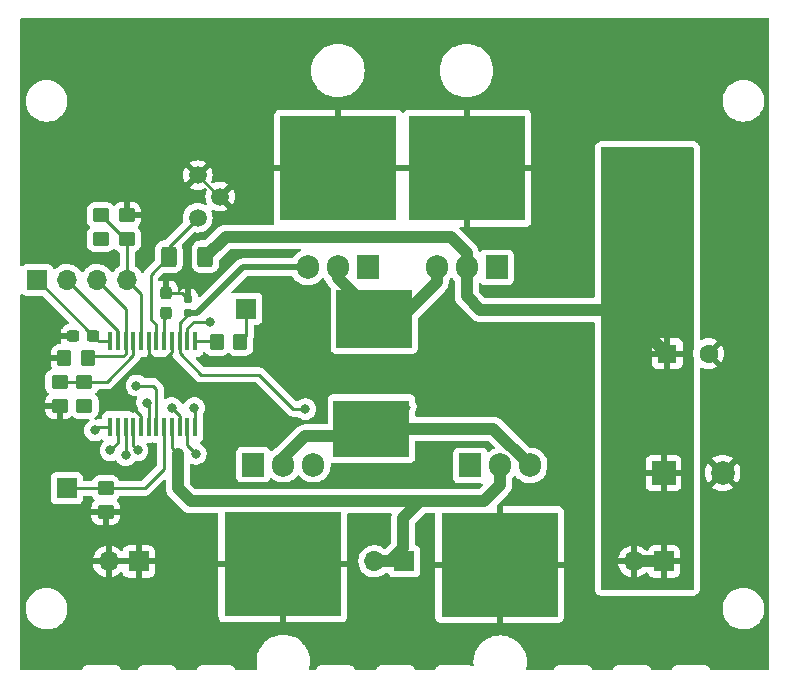
<source format=gtl>
G04 #@! TF.GenerationSoftware,KiCad,Pcbnew,(6.0.1)*
G04 #@! TF.CreationDate,2022-06-09T14:03:20-07:00*
G04 #@! TF.ProjectId,StereoPSRev1_2,53746572-656f-4505-9352-6576315f322e,rev?*
G04 #@! TF.SameCoordinates,Original*
G04 #@! TF.FileFunction,Copper,L1,Top*
G04 #@! TF.FilePolarity,Positive*
%FSLAX46Y46*%
G04 Gerber Fmt 4.6, Leading zero omitted, Abs format (unit mm)*
G04 Created by KiCad (PCBNEW (6.0.1)) date 2022-06-09 14:03:20*
%MOMM*%
%LPD*%
G01*
G04 APERTURE LIST*
G04 Aperture macros list*
%AMRoundRect*
0 Rectangle with rounded corners*
0 $1 Rounding radius*
0 $2 $3 $4 $5 $6 $7 $8 $9 X,Y pos of 4 corners*
0 Add a 4 corners polygon primitive as box body*
4,1,4,$2,$3,$4,$5,$6,$7,$8,$9,$2,$3,0*
0 Add four circle primitives for the rounded corners*
1,1,$1+$1,$2,$3*
1,1,$1+$1,$4,$5*
1,1,$1+$1,$6,$7*
1,1,$1+$1,$8,$9*
0 Add four rect primitives between the rounded corners*
20,1,$1+$1,$2,$3,$4,$5,0*
20,1,$1+$1,$4,$5,$6,$7,0*
20,1,$1+$1,$6,$7,$8,$9,0*
20,1,$1+$1,$8,$9,$2,$3,0*%
G04 Aperture macros list end*
G04 #@! TA.AperFunction,ComponentPad*
%ADD10R,1.700000X1.700000*%
G04 #@! TD*
G04 #@! TA.AperFunction,ComponentPad*
%ADD11O,1.700000X1.700000*%
G04 #@! TD*
G04 #@! TA.AperFunction,SMDPad,CuDef*
%ADD12RoundRect,0.250000X0.350000X0.450000X-0.350000X0.450000X-0.350000X-0.450000X0.350000X-0.450000X0*%
G04 #@! TD*
G04 #@! TA.AperFunction,SMDPad,CuDef*
%ADD13RoundRect,0.250000X-0.350000X-0.450000X0.350000X-0.450000X0.350000X0.450000X-0.350000X0.450000X0*%
G04 #@! TD*
G04 #@! TA.AperFunction,SMDPad,CuDef*
%ADD14RoundRect,0.237500X0.237500X-0.300000X0.237500X0.300000X-0.237500X0.300000X-0.237500X-0.300000X0*%
G04 #@! TD*
G04 #@! TA.AperFunction,SMDPad,CuDef*
%ADD15RoundRect,0.250000X0.400000X0.625000X-0.400000X0.625000X-0.400000X-0.625000X0.400000X-0.625000X0*%
G04 #@! TD*
G04 #@! TA.AperFunction,SMDPad,CuDef*
%ADD16RoundRect,0.237500X0.300000X0.237500X-0.300000X0.237500X-0.300000X-0.237500X0.300000X-0.237500X0*%
G04 #@! TD*
G04 #@! TA.AperFunction,SMDPad,CuDef*
%ADD17R,0.431000X1.639799*%
G04 #@! TD*
G04 #@! TA.AperFunction,SMDPad,CuDef*
%ADD18RoundRect,0.250000X0.450000X-0.350000X0.450000X0.350000X-0.450000X0.350000X-0.450000X-0.350000X0*%
G04 #@! TD*
G04 #@! TA.AperFunction,ComponentPad*
%ADD19C,1.498600*%
G04 #@! TD*
G04 #@! TA.AperFunction,SMDPad,CuDef*
%ADD20R,6.400000X4.900000*%
G04 #@! TD*
G04 #@! TA.AperFunction,SMDPad,CuDef*
%ADD21R,6.400000X4.800000*%
G04 #@! TD*
G04 #@! TA.AperFunction,SMDPad,CuDef*
%ADD22RoundRect,0.160000X0.160000X-0.197500X0.160000X0.197500X-0.160000X0.197500X-0.160000X-0.197500X0*%
G04 #@! TD*
G04 #@! TA.AperFunction,ComponentPad*
%ADD23R,1.600000X1.600000*%
G04 #@! TD*
G04 #@! TA.AperFunction,ComponentPad*
%ADD24C,1.600000*%
G04 #@! TD*
G04 #@! TA.AperFunction,ComponentPad*
%ADD25R,1.905000X2.000000*%
G04 #@! TD*
G04 #@! TA.AperFunction,ComponentPad*
%ADD26O,1.905000X2.000000*%
G04 #@! TD*
G04 #@! TA.AperFunction,ComponentPad*
%ADD27C,1.524000*%
G04 #@! TD*
G04 #@! TA.AperFunction,SMDPad,CuDef*
%ADD28R,9.881000X8.881000*%
G04 #@! TD*
G04 #@! TA.AperFunction,ComponentPad*
%ADD29R,2.000000X2.000000*%
G04 #@! TD*
G04 #@! TA.AperFunction,ComponentPad*
%ADD30C,2.000000*%
G04 #@! TD*
G04 #@! TA.AperFunction,ViaPad*
%ADD31C,0.800000*%
G04 #@! TD*
G04 #@! TA.AperFunction,Conductor*
%ADD32C,0.250000*%
G04 #@! TD*
G04 #@! TA.AperFunction,Conductor*
%ADD33C,1.000000*%
G04 #@! TD*
G04 #@! TA.AperFunction,Conductor*
%ADD34C,0.500000*%
G04 #@! TD*
G04 APERTURE END LIST*
D10*
X115000000Y-113500000D03*
D11*
X112460000Y-113500000D03*
D12*
X123600000Y-94900000D03*
X121600000Y-94900000D03*
D13*
X108700000Y-96300000D03*
X110700000Y-96300000D03*
D10*
X159470000Y-113500000D03*
D11*
X156930000Y-113500000D03*
D14*
X117333840Y-92483050D03*
X117333840Y-90758050D03*
D15*
X120650000Y-87700000D03*
X117550000Y-87700000D03*
D16*
X111162500Y-94400000D03*
X109437500Y-94400000D03*
D17*
X119752160Y-94835600D03*
X119101920Y-94835600D03*
X118451680Y-94835600D03*
X117801440Y-94835600D03*
X117151200Y-94835600D03*
X116500960Y-94835600D03*
X115850720Y-94835600D03*
X115200480Y-94835600D03*
X114550240Y-94835600D03*
X113900000Y-94835600D03*
X113249760Y-94835600D03*
X112599520Y-94835600D03*
X112599520Y-102100000D03*
X113249760Y-102100000D03*
X113900000Y-102100000D03*
X114550240Y-102100000D03*
X115200480Y-102100000D03*
X115850720Y-102100000D03*
X116500960Y-102100000D03*
X117151200Y-102100000D03*
X117801440Y-102100000D03*
X118451680Y-102100000D03*
X119101920Y-102100000D03*
X119752160Y-102100000D03*
D18*
X111800000Y-86200000D03*
X111800000Y-84200000D03*
D10*
X106400000Y-89675000D03*
D11*
X108940000Y-89675000D03*
X111480000Y-89675000D03*
X114020000Y-89675000D03*
D19*
X120000000Y-84400000D03*
X121900000Y-82600000D03*
X120000000Y-80800000D03*
D20*
X134950000Y-92950000D03*
D21*
X134700000Y-102250000D03*
D18*
X114000000Y-86200000D03*
X114000000Y-84200000D03*
D10*
X108900000Y-107300000D03*
D18*
X108300000Y-100300000D03*
X108300000Y-98300000D03*
X112200000Y-109300000D03*
X112200000Y-107300000D03*
D10*
X137495000Y-113475000D03*
D11*
X134955000Y-113475000D03*
D10*
X124100000Y-92100000D03*
D22*
X119183840Y-92468050D03*
X119183840Y-91273050D03*
D18*
X110400000Y-100300000D03*
X110400000Y-98300000D03*
D23*
X159747349Y-95900000D03*
D24*
X163247349Y-95900000D03*
D25*
X145300000Y-88600000D03*
D26*
X142760000Y-88600000D03*
X140220000Y-88600000D03*
D27*
X145800000Y-83100000D03*
X139800000Y-83100000D03*
X145800000Y-80100000D03*
X139815284Y-80088651D03*
X142800000Y-83100000D03*
X145800000Y-77100000D03*
X142800000Y-80100000D03*
X139800000Y-77100000D03*
X142800000Y-77100000D03*
D28*
X142800000Y-80200000D03*
D29*
X159432323Y-106000000D03*
D30*
X164432323Y-106000000D03*
D25*
X143060000Y-105370000D03*
D26*
X145600000Y-105370000D03*
X148140000Y-105370000D03*
D27*
X148560000Y-116870000D03*
X145560000Y-116870000D03*
X142560000Y-113870000D03*
X142560000Y-110870000D03*
D28*
X145560000Y-113770000D03*
D27*
X145560000Y-110870000D03*
X148544716Y-113881349D03*
X148560000Y-110870000D03*
X145560000Y-113870000D03*
X142560000Y-116870000D03*
D25*
X134400000Y-88600000D03*
D26*
X131860000Y-88600000D03*
X129320000Y-88600000D03*
D27*
X134900000Y-80100000D03*
X128900000Y-77100000D03*
X128900000Y-83100000D03*
X128915284Y-80088651D03*
X134900000Y-77100000D03*
X131900000Y-80100000D03*
X131900000Y-83100000D03*
D28*
X131900000Y-80200000D03*
D27*
X131900000Y-77100000D03*
X134900000Y-83100000D03*
D25*
X124700000Y-105300000D03*
D26*
X127240000Y-105300000D03*
X129780000Y-105300000D03*
D27*
X130200000Y-110800000D03*
X127200000Y-116800000D03*
X130200000Y-116800000D03*
X124200000Y-113800000D03*
X124200000Y-116800000D03*
D28*
X127200000Y-113700000D03*
D27*
X127200000Y-110800000D03*
X124200000Y-110800000D03*
X130184716Y-113811349D03*
X127200000Y-113800000D03*
D31*
X145700000Y-92200000D03*
X129100000Y-100600000D03*
X118300000Y-104400000D03*
X111800000Y-86200000D03*
X112600000Y-104100000D03*
X136600000Y-100500000D03*
X134700000Y-100500000D03*
X113900000Y-104500000D03*
X117800000Y-100500000D03*
X137700000Y-92300000D03*
X115700000Y-100100000D03*
X114900000Y-104100000D03*
X119837500Y-104400000D03*
X117300000Y-90800000D03*
X114500000Y-100500000D03*
X117000000Y-96600000D03*
X121000000Y-93200000D03*
X117333840Y-92670550D03*
X111300000Y-102400000D03*
X110400000Y-100300000D03*
X114801695Y-98601695D03*
X119700000Y-100500000D03*
D32*
X117550000Y-87700000D02*
X117550000Y-86850000D01*
X117550000Y-86850000D02*
X120000000Y-84400000D01*
X116000000Y-89250000D02*
X117600000Y-87650000D01*
X116000000Y-93000000D02*
X116000000Y-89250000D01*
X116500960Y-93500960D02*
X116000000Y-93000000D01*
X116500960Y-94835600D02*
X116500960Y-93500960D01*
D33*
X156930000Y-113500000D02*
X159470000Y-113500000D01*
X142760000Y-88600000D02*
X142760000Y-87360000D01*
X143900000Y-92200000D02*
X145700000Y-92200000D01*
X145700000Y-92200000D02*
X147900000Y-92200000D01*
X122350000Y-86000000D02*
X120650000Y-87700000D01*
X142760000Y-88600000D02*
X142760000Y-91060000D01*
X156047349Y-92200000D02*
X147900000Y-92200000D01*
X142760000Y-87360000D02*
X141400000Y-86000000D01*
X142760000Y-91060000D02*
X143900000Y-92200000D01*
X141400000Y-86000000D02*
X122350000Y-86000000D01*
X156047349Y-92200000D02*
X159747349Y-95900000D01*
D32*
X114550240Y-96049760D02*
X114550240Y-94835600D01*
X112300000Y-98300000D02*
X114550240Y-96049760D01*
X110400000Y-98300000D02*
X112300000Y-98300000D01*
X108300000Y-98300000D02*
X110400000Y-98300000D01*
X118451680Y-94835600D02*
X118451680Y-95869781D01*
X120281899Y-97700000D02*
X125200000Y-97700000D01*
X128100000Y-100600000D02*
X129100000Y-100600000D01*
D34*
X119183840Y-92468050D02*
X119931950Y-92468050D01*
X129320000Y-88600000D02*
X123800000Y-88600000D01*
D32*
X118451680Y-95869781D02*
X120281899Y-97700000D01*
X118451680Y-94835600D02*
X118451680Y-93306324D01*
D34*
X119931950Y-92468050D02*
X123800000Y-88600000D01*
D32*
X118451680Y-93306324D02*
X119183840Y-92574164D01*
X125200000Y-97700000D02*
X128100000Y-100600000D01*
D33*
X144200000Y-108400000D02*
X145600000Y-107000000D01*
X137400000Y-112400000D02*
X136300000Y-113500000D01*
X118300000Y-104400000D02*
X118300000Y-107300000D01*
X137400000Y-109800000D02*
X138800000Y-108400000D01*
X139000000Y-108400000D02*
X144200000Y-108400000D01*
D32*
X117801440Y-103901440D02*
X118300000Y-104400000D01*
D33*
X119400000Y-108400000D02*
X139000000Y-108400000D01*
X136300000Y-113500000D02*
X137470000Y-113500000D01*
X137400000Y-109800000D02*
X137400000Y-112400000D01*
D32*
X117801440Y-102100000D02*
X117801440Y-103901440D01*
D33*
X145600000Y-107000000D02*
X145600000Y-105370000D01*
X134930000Y-113500000D02*
X136300000Y-113500000D01*
D32*
X138800000Y-108400000D02*
X139000000Y-108400000D01*
D33*
X118300000Y-107300000D02*
X119400000Y-108400000D01*
D32*
X113249760Y-103450240D02*
X112600000Y-104100000D01*
X113249760Y-102100000D02*
X113249760Y-103450240D01*
D33*
X145020000Y-102250000D02*
X148140000Y-105370000D01*
D32*
X113900000Y-102100000D02*
X113900000Y-104500000D01*
X134700000Y-102250000D02*
X136050000Y-102250000D01*
X127240000Y-105300000D02*
X127240000Y-104760000D01*
X136050000Y-102250000D02*
X137100000Y-101200000D01*
D33*
X134700000Y-102250000D02*
X145020000Y-102250000D01*
X127240000Y-104760000D02*
X129100000Y-102900000D01*
X129100000Y-102900000D02*
X134050000Y-102900000D01*
D32*
X137100000Y-101200000D02*
X137900000Y-100400000D01*
D33*
X134050000Y-102900000D02*
X134700000Y-102250000D01*
X137900000Y-92200000D02*
X138200000Y-91900000D01*
D32*
X137750000Y-92350000D02*
X137900000Y-92200000D01*
D33*
X131860000Y-88600000D02*
X131860000Y-89510000D01*
D32*
X134700000Y-92350000D02*
X137750000Y-92350000D01*
D33*
X138200000Y-91900000D02*
X140220000Y-89880000D01*
X140220000Y-89880000D02*
X140220000Y-88600000D01*
D32*
X118451680Y-102100000D02*
X118451680Y-101151680D01*
D33*
X131860000Y-89510000D02*
X134700000Y-92350000D01*
D32*
X118451680Y-101151680D02*
X117800000Y-100500000D01*
X115700000Y-100100000D02*
X115850720Y-100250720D01*
X115850720Y-100250720D02*
X115850720Y-102100000D01*
X114550240Y-102100000D02*
X114550240Y-103750240D01*
X114550240Y-103750240D02*
X114900000Y-104100000D01*
X119101920Y-102100000D02*
X119101920Y-103664420D01*
X119101920Y-103664420D02*
X119837500Y-104400000D01*
X121800000Y-82600000D02*
X121900000Y-82600000D01*
X120000000Y-80800000D02*
X121800000Y-82600000D01*
X118668840Y-90758050D02*
X119183840Y-91273050D01*
X117801440Y-94835600D02*
X117801440Y-95798560D01*
X116545221Y-96600000D02*
X117000000Y-96600000D01*
X115200480Y-102100000D02*
X115200480Y-101200480D01*
X115850720Y-94835600D02*
X115850720Y-95905499D01*
X117801440Y-95798560D02*
X117000000Y-96600000D01*
X115200480Y-101200480D02*
X114500000Y-100500000D01*
X115850720Y-95905499D02*
X116545221Y-96600000D01*
X117333840Y-90758050D02*
X118668840Y-90758050D01*
X119101920Y-93765701D02*
X119667621Y-93200000D01*
X119667621Y-93200000D02*
X121000000Y-93200000D01*
X119101920Y-94835600D02*
X119101920Y-93765701D01*
X117151200Y-92853190D02*
X117333840Y-92670550D01*
X117151200Y-94835600D02*
X117151200Y-92853190D01*
X115200480Y-90855480D02*
X114020000Y-89675000D01*
X114020000Y-86220000D02*
X114020000Y-89675000D01*
X114000000Y-86200000D02*
X114020000Y-86220000D01*
X115200480Y-94835600D02*
X115200480Y-90855480D01*
X111800000Y-84200000D02*
X113800000Y-86200000D01*
X124100000Y-94400000D02*
X124100000Y-92100000D01*
X123600000Y-94900000D02*
X124100000Y-94400000D01*
X119752160Y-94835600D02*
X121535600Y-94835600D01*
X121535600Y-94835600D02*
X121600000Y-94900000D01*
X112200000Y-107300000D02*
X115500000Y-107300000D01*
X115500000Y-107300000D02*
X117151200Y-105648800D01*
X108900000Y-107300000D02*
X112200000Y-107300000D01*
X117151200Y-105648800D02*
X117151200Y-102100000D01*
X111600000Y-102100000D02*
X111300000Y-102400000D01*
X112599520Y-102100000D02*
X111600000Y-102100000D01*
X116201695Y-98601695D02*
X114801695Y-98601695D01*
X116500960Y-102100000D02*
X116500960Y-98900960D01*
X116500960Y-98900960D02*
X116201695Y-98601695D01*
X110900000Y-96100000D02*
X110700000Y-96300000D01*
X113900000Y-94835600D02*
X113900000Y-92095000D01*
X113900000Y-95905499D02*
X113705499Y-96100000D01*
X113900000Y-94835600D02*
X113900000Y-95905499D01*
X113705499Y-96100000D02*
X110900000Y-96100000D01*
X113900000Y-92095000D02*
X111480000Y-89675000D01*
X119752160Y-102100000D02*
X119752160Y-100552160D01*
X119752160Y-100552160D02*
X119700000Y-100500000D01*
X113249760Y-94835600D02*
X113249760Y-93984760D01*
X113249760Y-93984760D02*
X108940000Y-89675000D01*
X112599520Y-94835600D02*
X111598100Y-94835600D01*
X106437500Y-89675000D02*
X106400000Y-89675000D01*
X111162500Y-94400000D02*
X106437500Y-89675000D01*
X111598100Y-94835600D02*
X111162500Y-94400000D01*
G04 #@! TA.AperFunction,Conductor*
G36*
X161942121Y-78420002D02*
G01*
X161988614Y-78473658D01*
X162000000Y-78526000D01*
X162000000Y-95482927D01*
X161995707Y-95515536D01*
X161953806Y-95671913D01*
X161933851Y-95900000D01*
X161953806Y-96128087D01*
X161995707Y-96284461D01*
X162000000Y-96317073D01*
X162000000Y-115774000D01*
X161979998Y-115842121D01*
X161926342Y-115888614D01*
X161874000Y-115900000D01*
X154226000Y-115900000D01*
X154157879Y-115879998D01*
X154111386Y-115826342D01*
X154100000Y-115774000D01*
X154100000Y-113767966D01*
X155598257Y-113767966D01*
X155628565Y-113902446D01*
X155631645Y-113912275D01*
X155711770Y-114109603D01*
X155716413Y-114118794D01*
X155827694Y-114300388D01*
X155833777Y-114308699D01*
X155973213Y-114469667D01*
X155980580Y-114476883D01*
X156144434Y-114612916D01*
X156152881Y-114618831D01*
X156336756Y-114726279D01*
X156346042Y-114730729D01*
X156545001Y-114806703D01*
X156554899Y-114809579D01*
X156658250Y-114830606D01*
X156672299Y-114829410D01*
X156676000Y-114819065D01*
X156676000Y-114818517D01*
X157184000Y-114818517D01*
X157188064Y-114832359D01*
X157201478Y-114834393D01*
X157208184Y-114833534D01*
X157218262Y-114831392D01*
X157422255Y-114770191D01*
X157431842Y-114766433D01*
X157623095Y-114672739D01*
X157631945Y-114667464D01*
X157805328Y-114543792D01*
X157813200Y-114537139D01*
X157918286Y-114432418D01*
X157980657Y-114398501D01*
X158051464Y-114403689D01*
X158108226Y-114446335D01*
X158125208Y-114477439D01*
X158166675Y-114588052D01*
X158175214Y-114603649D01*
X158251715Y-114705724D01*
X158264276Y-114718285D01*
X158366351Y-114794786D01*
X158381946Y-114803324D01*
X158502394Y-114848478D01*
X158517649Y-114852105D01*
X158568514Y-114857631D01*
X158575328Y-114858000D01*
X159197885Y-114858000D01*
X159213124Y-114853525D01*
X159214329Y-114852135D01*
X159216000Y-114844452D01*
X159216000Y-114839884D01*
X159724000Y-114839884D01*
X159728475Y-114855123D01*
X159729865Y-114856328D01*
X159737548Y-114857999D01*
X160364669Y-114857999D01*
X160371490Y-114857629D01*
X160422352Y-114852105D01*
X160437604Y-114848479D01*
X160558054Y-114803324D01*
X160573649Y-114794786D01*
X160675724Y-114718285D01*
X160688285Y-114705724D01*
X160764786Y-114603649D01*
X160773324Y-114588054D01*
X160818478Y-114467606D01*
X160822105Y-114452351D01*
X160827631Y-114401486D01*
X160828000Y-114394672D01*
X160828000Y-113772115D01*
X160823525Y-113756876D01*
X160822135Y-113755671D01*
X160814452Y-113754000D01*
X159742115Y-113754000D01*
X159726876Y-113758475D01*
X159725671Y-113759865D01*
X159724000Y-113767548D01*
X159724000Y-114839884D01*
X159216000Y-114839884D01*
X159216000Y-113772115D01*
X159211525Y-113756876D01*
X159210135Y-113755671D01*
X159202452Y-113754000D01*
X157202115Y-113754000D01*
X157186876Y-113758475D01*
X157185671Y-113759865D01*
X157184000Y-113767548D01*
X157184000Y-114818517D01*
X156676000Y-114818517D01*
X156676000Y-113772115D01*
X156671525Y-113756876D01*
X156670135Y-113755671D01*
X156662452Y-113754000D01*
X155613225Y-113754000D01*
X155599694Y-113757973D01*
X155598257Y-113767966D01*
X154100000Y-113767966D01*
X154100000Y-113234183D01*
X155594389Y-113234183D01*
X155595912Y-113242607D01*
X155608292Y-113246000D01*
X156657885Y-113246000D01*
X156673124Y-113241525D01*
X156674329Y-113240135D01*
X156676000Y-113232452D01*
X156676000Y-113227885D01*
X157184000Y-113227885D01*
X157188475Y-113243124D01*
X157189865Y-113244329D01*
X157197548Y-113246000D01*
X159197885Y-113246000D01*
X159213124Y-113241525D01*
X159214329Y-113240135D01*
X159216000Y-113232452D01*
X159216000Y-113227885D01*
X159724000Y-113227885D01*
X159728475Y-113243124D01*
X159729865Y-113244329D01*
X159737548Y-113246000D01*
X160809884Y-113246000D01*
X160825123Y-113241525D01*
X160826328Y-113240135D01*
X160827999Y-113232452D01*
X160827999Y-112605331D01*
X160827629Y-112598510D01*
X160822105Y-112547648D01*
X160818479Y-112532396D01*
X160773324Y-112411946D01*
X160764786Y-112396351D01*
X160688285Y-112294276D01*
X160675724Y-112281715D01*
X160573649Y-112205214D01*
X160558054Y-112196676D01*
X160437606Y-112151522D01*
X160422351Y-112147895D01*
X160371486Y-112142369D01*
X160364672Y-112142000D01*
X159742115Y-112142000D01*
X159726876Y-112146475D01*
X159725671Y-112147865D01*
X159724000Y-112155548D01*
X159724000Y-113227885D01*
X159216000Y-113227885D01*
X159216000Y-112160116D01*
X159211525Y-112144877D01*
X159210135Y-112143672D01*
X159202452Y-112142001D01*
X158575331Y-112142001D01*
X158568510Y-112142371D01*
X158517648Y-112147895D01*
X158502396Y-112151521D01*
X158381946Y-112196676D01*
X158366351Y-112205214D01*
X158264276Y-112281715D01*
X158251715Y-112294276D01*
X158175214Y-112396351D01*
X158166676Y-112411946D01*
X158125100Y-112522849D01*
X158082458Y-112579613D01*
X158015897Y-112604313D01*
X157946548Y-112589105D01*
X157913925Y-112563419D01*
X157862806Y-112507240D01*
X157855273Y-112500215D01*
X157688139Y-112368222D01*
X157679552Y-112362517D01*
X157493117Y-112259599D01*
X157483705Y-112255369D01*
X157282959Y-112184280D01*
X157272988Y-112181646D01*
X157201837Y-112168972D01*
X157188540Y-112170432D01*
X157184000Y-112184989D01*
X157184000Y-113227885D01*
X156676000Y-113227885D01*
X156676000Y-112183102D01*
X156672082Y-112169758D01*
X156657806Y-112167771D01*
X156619324Y-112173660D01*
X156609288Y-112176051D01*
X156406868Y-112242212D01*
X156397359Y-112246209D01*
X156208463Y-112344542D01*
X156199738Y-112350036D01*
X156029433Y-112477905D01*
X156021726Y-112484748D01*
X155874590Y-112638717D01*
X155868104Y-112646727D01*
X155748098Y-112822649D01*
X155743000Y-112831623D01*
X155653338Y-113024783D01*
X155649775Y-113034470D01*
X155594389Y-113234183D01*
X154100000Y-113234183D01*
X154100000Y-107044669D01*
X157924324Y-107044669D01*
X157924694Y-107051490D01*
X157930218Y-107102352D01*
X157933844Y-107117604D01*
X157978999Y-107238054D01*
X157987537Y-107253649D01*
X158064038Y-107355724D01*
X158076599Y-107368285D01*
X158178674Y-107444786D01*
X158194269Y-107453324D01*
X158314717Y-107498478D01*
X158329972Y-107502105D01*
X158380837Y-107507631D01*
X158387651Y-107508000D01*
X159160208Y-107508000D01*
X159175447Y-107503525D01*
X159176652Y-107502135D01*
X159178323Y-107494452D01*
X159178323Y-107489884D01*
X159686323Y-107489884D01*
X159690798Y-107505123D01*
X159692188Y-107506328D01*
X159699871Y-107507999D01*
X160476992Y-107507999D01*
X160483813Y-107507629D01*
X160534675Y-107502105D01*
X160549927Y-107498479D01*
X160670377Y-107453324D01*
X160685972Y-107444786D01*
X160788047Y-107368285D01*
X160800608Y-107355724D01*
X160877109Y-107253649D01*
X160885647Y-107238054D01*
X160930801Y-107117606D01*
X160934428Y-107102351D01*
X160939954Y-107051486D01*
X160940323Y-107044672D01*
X160940323Y-106272115D01*
X160935848Y-106256876D01*
X160934458Y-106255671D01*
X160926775Y-106254000D01*
X159704438Y-106254000D01*
X159689199Y-106258475D01*
X159687994Y-106259865D01*
X159686323Y-106267548D01*
X159686323Y-107489884D01*
X159178323Y-107489884D01*
X159178323Y-106272115D01*
X159173848Y-106256876D01*
X159172458Y-106255671D01*
X159164775Y-106254000D01*
X157942439Y-106254000D01*
X157927200Y-106258475D01*
X157925995Y-106259865D01*
X157924324Y-106267548D01*
X157924324Y-107044669D01*
X154100000Y-107044669D01*
X154100000Y-105727885D01*
X157924323Y-105727885D01*
X157928798Y-105743124D01*
X157930188Y-105744329D01*
X157937871Y-105746000D01*
X159160208Y-105746000D01*
X159175447Y-105741525D01*
X159176652Y-105740135D01*
X159178323Y-105732452D01*
X159178323Y-105727885D01*
X159686323Y-105727885D01*
X159690798Y-105743124D01*
X159692188Y-105744329D01*
X159699871Y-105746000D01*
X160922207Y-105746000D01*
X160937446Y-105741525D01*
X160938651Y-105740135D01*
X160940322Y-105732452D01*
X160940322Y-104955331D01*
X160939952Y-104948510D01*
X160934428Y-104897648D01*
X160930802Y-104882396D01*
X160885647Y-104761946D01*
X160877109Y-104746351D01*
X160800608Y-104644276D01*
X160788047Y-104631715D01*
X160685972Y-104555214D01*
X160670377Y-104546676D01*
X160549929Y-104501522D01*
X160534674Y-104497895D01*
X160483809Y-104492369D01*
X160476995Y-104492000D01*
X159704438Y-104492000D01*
X159689199Y-104496475D01*
X159687994Y-104497865D01*
X159686323Y-104505548D01*
X159686323Y-105727885D01*
X159178323Y-105727885D01*
X159178323Y-104510116D01*
X159173848Y-104494877D01*
X159172458Y-104493672D01*
X159164775Y-104492001D01*
X158387654Y-104492001D01*
X158380833Y-104492371D01*
X158329971Y-104497895D01*
X158314719Y-104501521D01*
X158194269Y-104546676D01*
X158178674Y-104555214D01*
X158076599Y-104631715D01*
X158064038Y-104644276D01*
X157987537Y-104746351D01*
X157978999Y-104761946D01*
X157933845Y-104882394D01*
X157930218Y-104897649D01*
X157924692Y-104948514D01*
X157924323Y-104955328D01*
X157924323Y-105727885D01*
X154100000Y-105727885D01*
X154100000Y-96744669D01*
X158439350Y-96744669D01*
X158439720Y-96751490D01*
X158445244Y-96802352D01*
X158448870Y-96817604D01*
X158494025Y-96938054D01*
X158502563Y-96953649D01*
X158579064Y-97055724D01*
X158591625Y-97068285D01*
X158693700Y-97144786D01*
X158709295Y-97153324D01*
X158829743Y-97198478D01*
X158844998Y-97202105D01*
X158895863Y-97207631D01*
X158902677Y-97208000D01*
X159475234Y-97208000D01*
X159490473Y-97203525D01*
X159491678Y-97202135D01*
X159493349Y-97194452D01*
X159493349Y-97189884D01*
X160001349Y-97189884D01*
X160005824Y-97205123D01*
X160007214Y-97206328D01*
X160014897Y-97207999D01*
X160592018Y-97207999D01*
X160598839Y-97207629D01*
X160649701Y-97202105D01*
X160664953Y-97198479D01*
X160785403Y-97153324D01*
X160800998Y-97144786D01*
X160903073Y-97068285D01*
X160915634Y-97055724D01*
X160992135Y-96953649D01*
X161000673Y-96938054D01*
X161045827Y-96817606D01*
X161049454Y-96802351D01*
X161054980Y-96751486D01*
X161055349Y-96744672D01*
X161055349Y-96172115D01*
X161050874Y-96156876D01*
X161049484Y-96155671D01*
X161041801Y-96154000D01*
X160019464Y-96154000D01*
X160004225Y-96158475D01*
X160003020Y-96159865D01*
X160001349Y-96167548D01*
X160001349Y-97189884D01*
X159493349Y-97189884D01*
X159493349Y-96172115D01*
X159488874Y-96156876D01*
X159487484Y-96155671D01*
X159479801Y-96154000D01*
X158457465Y-96154000D01*
X158442226Y-96158475D01*
X158441021Y-96159865D01*
X158439350Y-96167548D01*
X158439350Y-96744669D01*
X154100000Y-96744669D01*
X154100000Y-95627885D01*
X158439349Y-95627885D01*
X158443824Y-95643124D01*
X158445214Y-95644329D01*
X158452897Y-95646000D01*
X159475234Y-95646000D01*
X159490473Y-95641525D01*
X159491678Y-95640135D01*
X159493349Y-95632452D01*
X159493349Y-95627885D01*
X160001349Y-95627885D01*
X160005824Y-95643124D01*
X160007214Y-95644329D01*
X160014897Y-95646000D01*
X161037233Y-95646000D01*
X161052472Y-95641525D01*
X161053677Y-95640135D01*
X161055348Y-95632452D01*
X161055348Y-95055331D01*
X161054978Y-95048510D01*
X161049454Y-94997648D01*
X161045828Y-94982396D01*
X161000673Y-94861946D01*
X160992135Y-94846351D01*
X160915634Y-94744276D01*
X160903073Y-94731715D01*
X160800998Y-94655214D01*
X160785403Y-94646676D01*
X160664955Y-94601522D01*
X160649700Y-94597895D01*
X160598835Y-94592369D01*
X160592021Y-94592000D01*
X160019464Y-94592000D01*
X160004225Y-94596475D01*
X160003020Y-94597865D01*
X160001349Y-94605548D01*
X160001349Y-95627885D01*
X159493349Y-95627885D01*
X159493349Y-94610116D01*
X159488874Y-94594877D01*
X159487484Y-94593672D01*
X159479801Y-94592001D01*
X158902680Y-94592001D01*
X158895859Y-94592371D01*
X158844997Y-94597895D01*
X158829745Y-94601521D01*
X158709295Y-94646676D01*
X158693700Y-94655214D01*
X158591625Y-94731715D01*
X158579064Y-94744276D01*
X158502563Y-94846351D01*
X158494025Y-94861946D01*
X158448871Y-94982394D01*
X158445244Y-94997649D01*
X158439718Y-95048514D01*
X158439349Y-95055328D01*
X158439349Y-95627885D01*
X154100000Y-95627885D01*
X154100000Y-78526000D01*
X154120002Y-78457879D01*
X154173658Y-78411386D01*
X154226000Y-78400000D01*
X161874000Y-78400000D01*
X161942121Y-78420002D01*
G37*
G04 #@! TD.AperFunction*
G04 #@! TA.AperFunction,Conductor*
G36*
X168342121Y-67496002D02*
G01*
X168388614Y-67549658D01*
X168400000Y-67602000D01*
X168400003Y-95089983D01*
X168400005Y-117137993D01*
X168400005Y-122574000D01*
X168380003Y-122642121D01*
X168326347Y-122688614D01*
X168274006Y-122700000D01*
X166098857Y-122699995D01*
X163494834Y-122699989D01*
X163426713Y-122679987D01*
X163380220Y-122626331D01*
X163373686Y-122608619D01*
X163370954Y-122599062D01*
X163370953Y-122599061D01*
X163368488Y-122590435D01*
X163352726Y-122565452D01*
X163344596Y-122550386D01*
X163332367Y-122523490D01*
X163315626Y-122504061D01*
X163304521Y-122489053D01*
X163295630Y-122474961D01*
X163290840Y-122467369D01*
X163268703Y-122447818D01*
X163256659Y-122435626D01*
X163243239Y-122420051D01*
X163243237Y-122420050D01*
X163237381Y-122413253D01*
X163229853Y-122408374D01*
X163229850Y-122408371D01*
X163215861Y-122399304D01*
X163200987Y-122388014D01*
X163196640Y-122384175D01*
X163181772Y-122371044D01*
X163173646Y-122367229D01*
X163173645Y-122367228D01*
X163167979Y-122364568D01*
X163155034Y-122358490D01*
X163140065Y-122350176D01*
X163115273Y-122334107D01*
X163090709Y-122326761D01*
X163073264Y-122320099D01*
X163068827Y-122318016D01*
X163050052Y-122309201D01*
X163020870Y-122304657D01*
X163004151Y-122300874D01*
X162984464Y-122294986D01*
X162984461Y-122294985D01*
X162975859Y-122292413D01*
X162966884Y-122292358D01*
X162966883Y-122292358D01*
X162960190Y-122292317D01*
X162941444Y-122292203D01*
X162940672Y-122292170D01*
X162939577Y-122292000D01*
X162908702Y-122292000D01*
X162907932Y-122291998D01*
X162834284Y-122291548D01*
X162834283Y-122291548D01*
X162830348Y-122291524D01*
X162829004Y-122291908D01*
X162827659Y-122292000D01*
X160608702Y-122292000D01*
X160607932Y-122291998D01*
X160607078Y-122291993D01*
X160530348Y-122291524D01*
X160521719Y-122293990D01*
X160521714Y-122293991D01*
X160501952Y-122299639D01*
X160485191Y-122303217D01*
X160464848Y-122306130D01*
X160464838Y-122306133D01*
X160455955Y-122307405D01*
X160432605Y-122318021D01*
X160415093Y-122324464D01*
X160407057Y-122326761D01*
X160390435Y-122331512D01*
X160365452Y-122347274D01*
X160350386Y-122355404D01*
X160323490Y-122367633D01*
X160304061Y-122384374D01*
X160289053Y-122395479D01*
X160267369Y-122409160D01*
X160261427Y-122415888D01*
X160247819Y-122431296D01*
X160235627Y-122443340D01*
X160213253Y-122462619D01*
X160208374Y-122470147D01*
X160208371Y-122470150D01*
X160199304Y-122484139D01*
X160188014Y-122499013D01*
X160171044Y-122518228D01*
X160158490Y-122544966D01*
X160150176Y-122559935D01*
X160134107Y-122584727D01*
X160131535Y-122593327D01*
X160126761Y-122609290D01*
X160120113Y-122626706D01*
X160119987Y-122626975D01*
X160119746Y-122627489D01*
X160119740Y-122627501D01*
X160072697Y-122680675D01*
X160005672Y-122699982D01*
X159448489Y-122699981D01*
X158494830Y-122699978D01*
X158426709Y-122679976D01*
X158380216Y-122626320D01*
X158373681Y-122608603D01*
X158370954Y-122599062D01*
X158370953Y-122599061D01*
X158368488Y-122590435D01*
X158352726Y-122565452D01*
X158344596Y-122550386D01*
X158332367Y-122523490D01*
X158315626Y-122504061D01*
X158304521Y-122489053D01*
X158295630Y-122474961D01*
X158290840Y-122467369D01*
X158268703Y-122447818D01*
X158256659Y-122435626D01*
X158243239Y-122420051D01*
X158243237Y-122420050D01*
X158237381Y-122413253D01*
X158229853Y-122408374D01*
X158229850Y-122408371D01*
X158215861Y-122399304D01*
X158200987Y-122388014D01*
X158196640Y-122384175D01*
X158181772Y-122371044D01*
X158173646Y-122367229D01*
X158173645Y-122367228D01*
X158167979Y-122364568D01*
X158155034Y-122358490D01*
X158140065Y-122350176D01*
X158115273Y-122334107D01*
X158090709Y-122326761D01*
X158073264Y-122320099D01*
X158068827Y-122318016D01*
X158050052Y-122309201D01*
X158020870Y-122304657D01*
X158004151Y-122300874D01*
X157984464Y-122294986D01*
X157984461Y-122294985D01*
X157975859Y-122292413D01*
X157966884Y-122292358D01*
X157966883Y-122292358D01*
X157960190Y-122292317D01*
X157941444Y-122292203D01*
X157940672Y-122292170D01*
X157939577Y-122292000D01*
X157908702Y-122292000D01*
X157907932Y-122291998D01*
X157834284Y-122291548D01*
X157834283Y-122291548D01*
X157830348Y-122291524D01*
X157829004Y-122291908D01*
X157827659Y-122292000D01*
X155608702Y-122292000D01*
X155607932Y-122291998D01*
X155607078Y-122291993D01*
X155530348Y-122291524D01*
X155521719Y-122293990D01*
X155521714Y-122293991D01*
X155501952Y-122299639D01*
X155485191Y-122303217D01*
X155464848Y-122306130D01*
X155464838Y-122306133D01*
X155455955Y-122307405D01*
X155432605Y-122318021D01*
X155415093Y-122324464D01*
X155407057Y-122326761D01*
X155390435Y-122331512D01*
X155365452Y-122347274D01*
X155350386Y-122355404D01*
X155323490Y-122367633D01*
X155304061Y-122384374D01*
X155289053Y-122395479D01*
X155267369Y-122409160D01*
X155261427Y-122415888D01*
X155247819Y-122431296D01*
X155235627Y-122443340D01*
X155213253Y-122462619D01*
X155208374Y-122470147D01*
X155208371Y-122470150D01*
X155199304Y-122484139D01*
X155188014Y-122499013D01*
X155171044Y-122518228D01*
X155158490Y-122544966D01*
X155150176Y-122559935D01*
X155134107Y-122584727D01*
X155131535Y-122593327D01*
X155126761Y-122609290D01*
X155120104Y-122626725D01*
X155119736Y-122627509D01*
X155072684Y-122680676D01*
X155005676Y-122699971D01*
X154706752Y-122699970D01*
X153494827Y-122699967D01*
X153426706Y-122679965D01*
X153380213Y-122626309D01*
X153373678Y-122608592D01*
X153370954Y-122599063D01*
X153370953Y-122599061D01*
X153368488Y-122590435D01*
X153352726Y-122565452D01*
X153344596Y-122550386D01*
X153332367Y-122523490D01*
X153315626Y-122504061D01*
X153304521Y-122489053D01*
X153295630Y-122474961D01*
X153290840Y-122467369D01*
X153268703Y-122447818D01*
X153256659Y-122435626D01*
X153243239Y-122420051D01*
X153243237Y-122420050D01*
X153237381Y-122413253D01*
X153229853Y-122408374D01*
X153229850Y-122408371D01*
X153215861Y-122399304D01*
X153200987Y-122388014D01*
X153196640Y-122384175D01*
X153181772Y-122371044D01*
X153173646Y-122367229D01*
X153173645Y-122367228D01*
X153167979Y-122364568D01*
X153155034Y-122358490D01*
X153140065Y-122350176D01*
X153115273Y-122334107D01*
X153090709Y-122326761D01*
X153073264Y-122320099D01*
X153068827Y-122318016D01*
X153050052Y-122309201D01*
X153020870Y-122304657D01*
X153004151Y-122300874D01*
X152984464Y-122294986D01*
X152984461Y-122294985D01*
X152975859Y-122292413D01*
X152966884Y-122292358D01*
X152966883Y-122292358D01*
X152960190Y-122292317D01*
X152941444Y-122292203D01*
X152940672Y-122292170D01*
X152939577Y-122292000D01*
X152908702Y-122292000D01*
X152907932Y-122291998D01*
X152834284Y-122291548D01*
X152834283Y-122291548D01*
X152830348Y-122291524D01*
X152829004Y-122291908D01*
X152827659Y-122292000D01*
X150608702Y-122292000D01*
X150607932Y-122291998D01*
X150607078Y-122291993D01*
X150530348Y-122291524D01*
X150521719Y-122293990D01*
X150521714Y-122293991D01*
X150501952Y-122299639D01*
X150485191Y-122303217D01*
X150464848Y-122306130D01*
X150464838Y-122306133D01*
X150455955Y-122307405D01*
X150432605Y-122318021D01*
X150415093Y-122324464D01*
X150407057Y-122326761D01*
X150390435Y-122331512D01*
X150365452Y-122347274D01*
X150350386Y-122355404D01*
X150323490Y-122367633D01*
X150304061Y-122384374D01*
X150289053Y-122395479D01*
X150267369Y-122409160D01*
X150261427Y-122415888D01*
X150247819Y-122431296D01*
X150235627Y-122443340D01*
X150213253Y-122462619D01*
X150208374Y-122470147D01*
X150208371Y-122470150D01*
X150199304Y-122484139D01*
X150188014Y-122499013D01*
X150171044Y-122518228D01*
X150158490Y-122544966D01*
X150150176Y-122559935D01*
X150134107Y-122584727D01*
X150131535Y-122593327D01*
X150126761Y-122609290D01*
X150120096Y-122626742D01*
X150119740Y-122627501D01*
X150119732Y-122627518D01*
X150072671Y-122680676D01*
X150005681Y-122699960D01*
X149920482Y-122699960D01*
X147923016Y-122699955D01*
X147854895Y-122679953D01*
X147808402Y-122626297D01*
X147799437Y-122549374D01*
X147843179Y-122329468D01*
X147843983Y-122325426D01*
X147844333Y-122320099D01*
X147863076Y-122034119D01*
X147863346Y-122030000D01*
X147843983Y-121734574D01*
X147786224Y-121444203D01*
X147762463Y-121374203D01*
X147692385Y-121167761D01*
X147692384Y-121167760D01*
X147691059Y-121163855D01*
X147560115Y-120898327D01*
X147520744Y-120839405D01*
X147397926Y-120655593D01*
X147397922Y-120655588D01*
X147395633Y-120652162D01*
X147392919Y-120649068D01*
X147392915Y-120649062D01*
X147203136Y-120432662D01*
X147200427Y-120429573D01*
X147117519Y-120356864D01*
X146980938Y-120237085D01*
X146980932Y-120237081D01*
X146977838Y-120234367D01*
X146974412Y-120232078D01*
X146974407Y-120232074D01*
X146735106Y-120072179D01*
X146731673Y-120069885D01*
X146727974Y-120068061D01*
X146727969Y-120068058D01*
X146586022Y-119998058D01*
X146466145Y-119938941D01*
X146462239Y-119937615D01*
X146189710Y-119845104D01*
X146189706Y-119845103D01*
X146185797Y-119843776D01*
X146181753Y-119842972D01*
X146181747Y-119842970D01*
X145899465Y-119786820D01*
X145899459Y-119786819D01*
X145895426Y-119786017D01*
X145891321Y-119785748D01*
X145891314Y-119785747D01*
X145604119Y-119766924D01*
X145600000Y-119766654D01*
X145595881Y-119766924D01*
X145308686Y-119785747D01*
X145308679Y-119785748D01*
X145304574Y-119786017D01*
X145300541Y-119786819D01*
X145300535Y-119786820D01*
X145018253Y-119842970D01*
X145018247Y-119842972D01*
X145014203Y-119843776D01*
X145010294Y-119845103D01*
X145010290Y-119845104D01*
X144737761Y-119937615D01*
X144733855Y-119938941D01*
X144613978Y-119998058D01*
X144472031Y-120068058D01*
X144472026Y-120068061D01*
X144468327Y-120069885D01*
X144464894Y-120072179D01*
X144225593Y-120232074D01*
X144225588Y-120232078D01*
X144222162Y-120234367D01*
X144219068Y-120237081D01*
X144219062Y-120237085D01*
X144082481Y-120356864D01*
X143999573Y-120429573D01*
X143996864Y-120432662D01*
X143807085Y-120649062D01*
X143807081Y-120649068D01*
X143804367Y-120652162D01*
X143802078Y-120655588D01*
X143802074Y-120655593D01*
X143679256Y-120839405D01*
X143639885Y-120898327D01*
X143508941Y-121163855D01*
X143507616Y-121167760D01*
X143507615Y-121167761D01*
X143437538Y-121374203D01*
X143413776Y-121444203D01*
X143356017Y-121734574D01*
X143336654Y-122030000D01*
X143336924Y-122034119D01*
X143350672Y-122243875D01*
X143335168Y-122313158D01*
X143284668Y-122363061D01*
X143215206Y-122377739D01*
X143171397Y-122366173D01*
X143155030Y-122358488D01*
X143140065Y-122350176D01*
X143115273Y-122334107D01*
X143090709Y-122326761D01*
X143073264Y-122320099D01*
X143068827Y-122318016D01*
X143050052Y-122309201D01*
X143020870Y-122304657D01*
X143004151Y-122300874D01*
X142984464Y-122294986D01*
X142984461Y-122294985D01*
X142975859Y-122292413D01*
X142966884Y-122292358D01*
X142966883Y-122292358D01*
X142960190Y-122292317D01*
X142941444Y-122292203D01*
X142940672Y-122292170D01*
X142939577Y-122292000D01*
X142908702Y-122292000D01*
X142907932Y-122291998D01*
X142834284Y-122291548D01*
X142834283Y-122291548D01*
X142830348Y-122291524D01*
X142829004Y-122291908D01*
X142827659Y-122292000D01*
X140608702Y-122292000D01*
X140607932Y-122291998D01*
X140607078Y-122291993D01*
X140530348Y-122291524D01*
X140521719Y-122293990D01*
X140521714Y-122293991D01*
X140501952Y-122299639D01*
X140485191Y-122303217D01*
X140464848Y-122306130D01*
X140464838Y-122306133D01*
X140455955Y-122307405D01*
X140432605Y-122318021D01*
X140415093Y-122324464D01*
X140407057Y-122326761D01*
X140390435Y-122331512D01*
X140365452Y-122347274D01*
X140350386Y-122355404D01*
X140323490Y-122367633D01*
X140304061Y-122384374D01*
X140289053Y-122395479D01*
X140267369Y-122409160D01*
X140261427Y-122415888D01*
X140247819Y-122431296D01*
X140235627Y-122443340D01*
X140213253Y-122462619D01*
X140208374Y-122470147D01*
X140208371Y-122470150D01*
X140199304Y-122484139D01*
X140188014Y-122499013D01*
X140171044Y-122518228D01*
X140158490Y-122544966D01*
X140150176Y-122559935D01*
X140134107Y-122584727D01*
X140131535Y-122593327D01*
X140126761Y-122609290D01*
X140120075Y-122626786D01*
X140119722Y-122627537D01*
X140072642Y-122680678D01*
X140005691Y-122699938D01*
X138823850Y-122699936D01*
X138494818Y-122699935D01*
X138426697Y-122679933D01*
X138380204Y-122626277D01*
X138373669Y-122608561D01*
X138370954Y-122599061D01*
X138370953Y-122599058D01*
X138368488Y-122590435D01*
X138352726Y-122565452D01*
X138344596Y-122550386D01*
X138332367Y-122523490D01*
X138315626Y-122504061D01*
X138304521Y-122489053D01*
X138295630Y-122474961D01*
X138290840Y-122467369D01*
X138268703Y-122447818D01*
X138256659Y-122435626D01*
X138243239Y-122420051D01*
X138243237Y-122420050D01*
X138237381Y-122413253D01*
X138229853Y-122408374D01*
X138229850Y-122408371D01*
X138215861Y-122399304D01*
X138200987Y-122388014D01*
X138196640Y-122384175D01*
X138181772Y-122371044D01*
X138173646Y-122367229D01*
X138173645Y-122367228D01*
X138167979Y-122364568D01*
X138155034Y-122358490D01*
X138140065Y-122350176D01*
X138115273Y-122334107D01*
X138090709Y-122326761D01*
X138073264Y-122320099D01*
X138068827Y-122318016D01*
X138050052Y-122309201D01*
X138020870Y-122304657D01*
X138004151Y-122300874D01*
X137984464Y-122294986D01*
X137984461Y-122294985D01*
X137975859Y-122292413D01*
X137966884Y-122292358D01*
X137966883Y-122292358D01*
X137960190Y-122292317D01*
X137941444Y-122292203D01*
X137940672Y-122292170D01*
X137939577Y-122292000D01*
X137908702Y-122292000D01*
X137907932Y-122291998D01*
X137834284Y-122291548D01*
X137834283Y-122291548D01*
X137830348Y-122291524D01*
X137829004Y-122291908D01*
X137827659Y-122292000D01*
X135608702Y-122292000D01*
X135607932Y-122291998D01*
X135607078Y-122291993D01*
X135530348Y-122291524D01*
X135521719Y-122293990D01*
X135521714Y-122293991D01*
X135501952Y-122299639D01*
X135485191Y-122303217D01*
X135464848Y-122306130D01*
X135464838Y-122306133D01*
X135455955Y-122307405D01*
X135432605Y-122318021D01*
X135415093Y-122324464D01*
X135407057Y-122326761D01*
X135390435Y-122331512D01*
X135365452Y-122347274D01*
X135350386Y-122355404D01*
X135323490Y-122367633D01*
X135304061Y-122384374D01*
X135289053Y-122395479D01*
X135267369Y-122409160D01*
X135261427Y-122415888D01*
X135247819Y-122431296D01*
X135235627Y-122443340D01*
X135213253Y-122462619D01*
X135208374Y-122470147D01*
X135208371Y-122470150D01*
X135199304Y-122484139D01*
X135188014Y-122499013D01*
X135171044Y-122518228D01*
X135158490Y-122544966D01*
X135150176Y-122559935D01*
X135134107Y-122584727D01*
X135131535Y-122593327D01*
X135126761Y-122609290D01*
X135120093Y-122626748D01*
X135119745Y-122627489D01*
X135072683Y-122680646D01*
X135005698Y-122699927D01*
X133394814Y-122699924D01*
X133326694Y-122679922D01*
X133280201Y-122626266D01*
X133273667Y-122608551D01*
X133270956Y-122599066D01*
X133270953Y-122599059D01*
X133268488Y-122590435D01*
X133252726Y-122565452D01*
X133244596Y-122550386D01*
X133232367Y-122523490D01*
X133215626Y-122504061D01*
X133204521Y-122489053D01*
X133195630Y-122474961D01*
X133190840Y-122467369D01*
X133168703Y-122447818D01*
X133156659Y-122435626D01*
X133143239Y-122420051D01*
X133143237Y-122420050D01*
X133137381Y-122413253D01*
X133129853Y-122408374D01*
X133129850Y-122408371D01*
X133115861Y-122399304D01*
X133100987Y-122388014D01*
X133096640Y-122384175D01*
X133081772Y-122371044D01*
X133073646Y-122367229D01*
X133073645Y-122367228D01*
X133067979Y-122364568D01*
X133055034Y-122358490D01*
X133040065Y-122350176D01*
X133015273Y-122334107D01*
X132990709Y-122326761D01*
X132973264Y-122320099D01*
X132968827Y-122318016D01*
X132950052Y-122309201D01*
X132920870Y-122304657D01*
X132904151Y-122300874D01*
X132884464Y-122294986D01*
X132884461Y-122294985D01*
X132875859Y-122292413D01*
X132866884Y-122292358D01*
X132866883Y-122292358D01*
X132860190Y-122292317D01*
X132841444Y-122292203D01*
X132840672Y-122292170D01*
X132839577Y-122292000D01*
X132808702Y-122292000D01*
X132807932Y-122291998D01*
X132734284Y-122291548D01*
X132734283Y-122291548D01*
X132730348Y-122291524D01*
X132729004Y-122291908D01*
X132727659Y-122292000D01*
X130508702Y-122292000D01*
X130507932Y-122291998D01*
X130507078Y-122291993D01*
X130430348Y-122291524D01*
X130421719Y-122293990D01*
X130421714Y-122293991D01*
X130401952Y-122299639D01*
X130385191Y-122303217D01*
X130364848Y-122306130D01*
X130364838Y-122306133D01*
X130355955Y-122307405D01*
X130332605Y-122318021D01*
X130315093Y-122324464D01*
X130307057Y-122326761D01*
X130290435Y-122331512D01*
X130265452Y-122347274D01*
X130250386Y-122355404D01*
X130223490Y-122367633D01*
X130204061Y-122384374D01*
X130189053Y-122395479D01*
X130167369Y-122409160D01*
X130161427Y-122415888D01*
X130147819Y-122431296D01*
X130135627Y-122443340D01*
X130113253Y-122462619D01*
X130108374Y-122470147D01*
X130108371Y-122470150D01*
X130099304Y-122484139D01*
X130088014Y-122499013D01*
X130071044Y-122518228D01*
X130058490Y-122544966D01*
X130050176Y-122559935D01*
X130034107Y-122584727D01*
X130031535Y-122593327D01*
X130026761Y-122609290D01*
X130020115Y-122626702D01*
X130019788Y-122627400D01*
X130019773Y-122627431D01*
X129972732Y-122680607D01*
X129905702Y-122699916D01*
X129548855Y-122699915D01*
X129480734Y-122679913D01*
X129434241Y-122626257D01*
X129424138Y-122555983D01*
X129426228Y-122545798D01*
X129426224Y-122545797D01*
X129483180Y-122259465D01*
X129483181Y-122259459D01*
X129483983Y-122255426D01*
X129484741Y-122243875D01*
X129503076Y-121964119D01*
X129503346Y-121960000D01*
X129501992Y-121939340D01*
X129484253Y-121668686D01*
X129484252Y-121668679D01*
X129483983Y-121664574D01*
X129426224Y-121374203D01*
X129353566Y-121160157D01*
X129332385Y-121097761D01*
X129332384Y-121097760D01*
X129331059Y-121093855D01*
X129200115Y-120828327D01*
X129084698Y-120655593D01*
X129037926Y-120585593D01*
X129037922Y-120585588D01*
X129035633Y-120582162D01*
X129032919Y-120579068D01*
X129032915Y-120579062D01*
X128843136Y-120362662D01*
X128840427Y-120359573D01*
X128700757Y-120237085D01*
X128620938Y-120167085D01*
X128620932Y-120167081D01*
X128617838Y-120164367D01*
X128614412Y-120162078D01*
X128614407Y-120162074D01*
X128375106Y-120002179D01*
X128371673Y-119999885D01*
X128367974Y-119998061D01*
X128367969Y-119998058D01*
X128231687Y-119930852D01*
X128106145Y-119868941D01*
X128102239Y-119867615D01*
X127829710Y-119775104D01*
X127829706Y-119775103D01*
X127825797Y-119773776D01*
X127821753Y-119772972D01*
X127821747Y-119772970D01*
X127539465Y-119716820D01*
X127539459Y-119716819D01*
X127535426Y-119716017D01*
X127531321Y-119715748D01*
X127531314Y-119715747D01*
X127244119Y-119696924D01*
X127240000Y-119696654D01*
X127235881Y-119696924D01*
X126948686Y-119715747D01*
X126948679Y-119715748D01*
X126944574Y-119716017D01*
X126940541Y-119716819D01*
X126940535Y-119716820D01*
X126658253Y-119772970D01*
X126658247Y-119772972D01*
X126654203Y-119773776D01*
X126650294Y-119775103D01*
X126650290Y-119775104D01*
X126377761Y-119867615D01*
X126373855Y-119868941D01*
X126248313Y-119930852D01*
X126112031Y-119998058D01*
X126112026Y-119998061D01*
X126108327Y-119999885D01*
X126104894Y-120002179D01*
X125865593Y-120162074D01*
X125865588Y-120162078D01*
X125862162Y-120164367D01*
X125859068Y-120167081D01*
X125859062Y-120167085D01*
X125779243Y-120237085D01*
X125639573Y-120359573D01*
X125636864Y-120362662D01*
X125447085Y-120579062D01*
X125447081Y-120579068D01*
X125444367Y-120582162D01*
X125442078Y-120585588D01*
X125442074Y-120585593D01*
X125395302Y-120655593D01*
X125279885Y-120828327D01*
X125148941Y-121093855D01*
X125147616Y-121097760D01*
X125147615Y-121097761D01*
X125126435Y-121160157D01*
X125053776Y-121374203D01*
X124996017Y-121664574D01*
X124995748Y-121668679D01*
X124995747Y-121668686D01*
X124978008Y-121939340D01*
X124976654Y-121960000D01*
X124976924Y-121964119D01*
X124995260Y-122243875D01*
X124996017Y-122255426D01*
X124996819Y-122259459D01*
X124996820Y-122259465D01*
X125053776Y-122545797D01*
X125052737Y-122546004D01*
X125051159Y-122612273D01*
X125011364Y-122671068D01*
X124946099Y-122699015D01*
X124931152Y-122699905D01*
X123294809Y-122699902D01*
X123226688Y-122679900D01*
X123180195Y-122626244D01*
X123173661Y-122608531D01*
X123170955Y-122599063D01*
X123170952Y-122599057D01*
X123168488Y-122590435D01*
X123152726Y-122565452D01*
X123144596Y-122550386D01*
X123132367Y-122523490D01*
X123115626Y-122504061D01*
X123104521Y-122489053D01*
X123095630Y-122474961D01*
X123090840Y-122467369D01*
X123068703Y-122447818D01*
X123056659Y-122435626D01*
X123043239Y-122420051D01*
X123043237Y-122420050D01*
X123037381Y-122413253D01*
X123029853Y-122408374D01*
X123029850Y-122408371D01*
X123015861Y-122399304D01*
X123000987Y-122388014D01*
X122996640Y-122384175D01*
X122981772Y-122371044D01*
X122973646Y-122367229D01*
X122973645Y-122367228D01*
X122967979Y-122364568D01*
X122955034Y-122358490D01*
X122940065Y-122350176D01*
X122915273Y-122334107D01*
X122890709Y-122326761D01*
X122873264Y-122320099D01*
X122868827Y-122318016D01*
X122850052Y-122309201D01*
X122820870Y-122304657D01*
X122804151Y-122300874D01*
X122784464Y-122294986D01*
X122784461Y-122294985D01*
X122775859Y-122292413D01*
X122766884Y-122292358D01*
X122766883Y-122292358D01*
X122760190Y-122292317D01*
X122741444Y-122292203D01*
X122740672Y-122292170D01*
X122739577Y-122292000D01*
X122708702Y-122292000D01*
X122707932Y-122291998D01*
X122634284Y-122291548D01*
X122634283Y-122291548D01*
X122630348Y-122291524D01*
X122629004Y-122291908D01*
X122627659Y-122292000D01*
X120408702Y-122292000D01*
X120407932Y-122291998D01*
X120407078Y-122291993D01*
X120330348Y-122291524D01*
X120321719Y-122293990D01*
X120321714Y-122293991D01*
X120301952Y-122299639D01*
X120285191Y-122303217D01*
X120264848Y-122306130D01*
X120264838Y-122306133D01*
X120255955Y-122307405D01*
X120232605Y-122318021D01*
X120215093Y-122324464D01*
X120207057Y-122326761D01*
X120190435Y-122331512D01*
X120165452Y-122347274D01*
X120150386Y-122355404D01*
X120123490Y-122367633D01*
X120104061Y-122384374D01*
X120089053Y-122395479D01*
X120067369Y-122409160D01*
X120061427Y-122415888D01*
X120047819Y-122431296D01*
X120035627Y-122443340D01*
X120013253Y-122462619D01*
X120008374Y-122470147D01*
X120008371Y-122470150D01*
X119999304Y-122484139D01*
X119988014Y-122499013D01*
X119971044Y-122518228D01*
X119958490Y-122544966D01*
X119950176Y-122559935D01*
X119934107Y-122584727D01*
X119931535Y-122593327D01*
X119926761Y-122609290D01*
X119920095Y-122626744D01*
X119919763Y-122627451D01*
X119872703Y-122680610D01*
X119805712Y-122699894D01*
X118348512Y-122699891D01*
X118294806Y-122699891D01*
X118226685Y-122679889D01*
X118180192Y-122626233D01*
X118173658Y-122608521D01*
X118170954Y-122599062D01*
X118170953Y-122599061D01*
X118168488Y-122590435D01*
X118152726Y-122565452D01*
X118144596Y-122550386D01*
X118132367Y-122523490D01*
X118115626Y-122504061D01*
X118104521Y-122489053D01*
X118095630Y-122474961D01*
X118090840Y-122467369D01*
X118068703Y-122447818D01*
X118056659Y-122435626D01*
X118043239Y-122420051D01*
X118043237Y-122420050D01*
X118037381Y-122413253D01*
X118029853Y-122408374D01*
X118029850Y-122408371D01*
X118015861Y-122399304D01*
X118000987Y-122388014D01*
X117996640Y-122384175D01*
X117981772Y-122371044D01*
X117973646Y-122367229D01*
X117973645Y-122367228D01*
X117967979Y-122364568D01*
X117955034Y-122358490D01*
X117940065Y-122350176D01*
X117915273Y-122334107D01*
X117890709Y-122326761D01*
X117873264Y-122320099D01*
X117868827Y-122318016D01*
X117850052Y-122309201D01*
X117820870Y-122304657D01*
X117804151Y-122300874D01*
X117784464Y-122294986D01*
X117784461Y-122294985D01*
X117775859Y-122292413D01*
X117766884Y-122292358D01*
X117766883Y-122292358D01*
X117760190Y-122292317D01*
X117741444Y-122292203D01*
X117740672Y-122292170D01*
X117739577Y-122292000D01*
X117708702Y-122292000D01*
X117707932Y-122291998D01*
X117634284Y-122291548D01*
X117634283Y-122291548D01*
X117630348Y-122291524D01*
X117629004Y-122291908D01*
X117627659Y-122292000D01*
X115408702Y-122292000D01*
X115407932Y-122291998D01*
X115407078Y-122291993D01*
X115330348Y-122291524D01*
X115321719Y-122293990D01*
X115321714Y-122293991D01*
X115301952Y-122299639D01*
X115285191Y-122303217D01*
X115264848Y-122306130D01*
X115264838Y-122306133D01*
X115255955Y-122307405D01*
X115232605Y-122318021D01*
X115215093Y-122324464D01*
X115207057Y-122326761D01*
X115190435Y-122331512D01*
X115165452Y-122347274D01*
X115150386Y-122355404D01*
X115123490Y-122367633D01*
X115104061Y-122384374D01*
X115089053Y-122395479D01*
X115067369Y-122409160D01*
X115061427Y-122415888D01*
X115047819Y-122431296D01*
X115035627Y-122443340D01*
X115013253Y-122462619D01*
X115008374Y-122470147D01*
X115008371Y-122470150D01*
X114999304Y-122484139D01*
X114988014Y-122499013D01*
X114971044Y-122518228D01*
X114958490Y-122544966D01*
X114950176Y-122559935D01*
X114934107Y-122584727D01*
X114931535Y-122593327D01*
X114926761Y-122609290D01*
X114920114Y-122626703D01*
X114919787Y-122627400D01*
X114872746Y-122680576D01*
X114805719Y-122699883D01*
X113594802Y-122699881D01*
X113526682Y-122679879D01*
X113480189Y-122626223D01*
X113473655Y-122608510D01*
X113470955Y-122599063D01*
X113470952Y-122599057D01*
X113468488Y-122590435D01*
X113452726Y-122565452D01*
X113444596Y-122550386D01*
X113432367Y-122523490D01*
X113415626Y-122504061D01*
X113404521Y-122489053D01*
X113395630Y-122474961D01*
X113390840Y-122467369D01*
X113368703Y-122447818D01*
X113356659Y-122435626D01*
X113343239Y-122420051D01*
X113343237Y-122420050D01*
X113337381Y-122413253D01*
X113329853Y-122408374D01*
X113329850Y-122408371D01*
X113315861Y-122399304D01*
X113300987Y-122388014D01*
X113296640Y-122384175D01*
X113281772Y-122371044D01*
X113273646Y-122367229D01*
X113273645Y-122367228D01*
X113267979Y-122364568D01*
X113255034Y-122358490D01*
X113240065Y-122350176D01*
X113215273Y-122334107D01*
X113190709Y-122326761D01*
X113173264Y-122320099D01*
X113168827Y-122318016D01*
X113150052Y-122309201D01*
X113120870Y-122304657D01*
X113104151Y-122300874D01*
X113084464Y-122294986D01*
X113084461Y-122294985D01*
X113075859Y-122292413D01*
X113066884Y-122292358D01*
X113066883Y-122292358D01*
X113060190Y-122292317D01*
X113041444Y-122292203D01*
X113040672Y-122292170D01*
X113039577Y-122292000D01*
X113008702Y-122292000D01*
X113007932Y-122291998D01*
X112934284Y-122291548D01*
X112934283Y-122291548D01*
X112930348Y-122291524D01*
X112929004Y-122291908D01*
X112927659Y-122292000D01*
X110708702Y-122292000D01*
X110707932Y-122291998D01*
X110707078Y-122291993D01*
X110630348Y-122291524D01*
X110621719Y-122293990D01*
X110621714Y-122293991D01*
X110601952Y-122299639D01*
X110585191Y-122303217D01*
X110564848Y-122306130D01*
X110564838Y-122306133D01*
X110555955Y-122307405D01*
X110532605Y-122318021D01*
X110515093Y-122324464D01*
X110507057Y-122326761D01*
X110490435Y-122331512D01*
X110465452Y-122347274D01*
X110450386Y-122355404D01*
X110423490Y-122367633D01*
X110404061Y-122384374D01*
X110389053Y-122395479D01*
X110367369Y-122409160D01*
X110361427Y-122415888D01*
X110347819Y-122431296D01*
X110335627Y-122443340D01*
X110313253Y-122462619D01*
X110308374Y-122470147D01*
X110308371Y-122470150D01*
X110299304Y-122484139D01*
X110288014Y-122499013D01*
X110271044Y-122518228D01*
X110258490Y-122544966D01*
X110250176Y-122559935D01*
X110234107Y-122584727D01*
X110231535Y-122593327D01*
X110226761Y-122609290D01*
X110220104Y-122626725D01*
X110219782Y-122627411D01*
X110172730Y-122680578D01*
X110105722Y-122699873D01*
X105096028Y-122699862D01*
X105027907Y-122679860D01*
X104981414Y-122626204D01*
X104970028Y-122573839D01*
X104970926Y-117607655D01*
X105439858Y-117607655D01*
X105475104Y-117866638D01*
X105476412Y-117871124D01*
X105476412Y-117871126D01*
X105496098Y-117938664D01*
X105548243Y-118117567D01*
X105657668Y-118354928D01*
X105660231Y-118358837D01*
X105798410Y-118569596D01*
X105798414Y-118569601D01*
X105800976Y-118573509D01*
X105975018Y-118768506D01*
X106175970Y-118935637D01*
X106179973Y-118938066D01*
X106395422Y-119068804D01*
X106395426Y-119068806D01*
X106399419Y-119071229D01*
X106640455Y-119172303D01*
X106893783Y-119236641D01*
X106898434Y-119237109D01*
X106898438Y-119237110D01*
X107091308Y-119256531D01*
X107110867Y-119258500D01*
X107266354Y-119258500D01*
X107268679Y-119258327D01*
X107268685Y-119258327D01*
X107456000Y-119244407D01*
X107456004Y-119244406D01*
X107460652Y-119244061D01*
X107465200Y-119243032D01*
X107465206Y-119243031D01*
X107651601Y-119200853D01*
X107715577Y-119186377D01*
X107751769Y-119172303D01*
X107954824Y-119093340D01*
X107954827Y-119093339D01*
X107959177Y-119091647D01*
X108186098Y-118961951D01*
X108391357Y-118800138D01*
X108570443Y-118609763D01*
X108719424Y-118395009D01*
X108752418Y-118328104D01*
X108822906Y-118185169D01*
X121751501Y-118185169D01*
X121751871Y-118191990D01*
X121757395Y-118242852D01*
X121761021Y-118258104D01*
X121806176Y-118378554D01*
X121814714Y-118394149D01*
X121891215Y-118496224D01*
X121903776Y-118508785D01*
X122005851Y-118585286D01*
X122021446Y-118593824D01*
X122141894Y-118638978D01*
X122157149Y-118642605D01*
X122208014Y-118648131D01*
X122214828Y-118648500D01*
X126927885Y-118648500D01*
X126943124Y-118644025D01*
X126944329Y-118642635D01*
X126946000Y-118634952D01*
X126946000Y-118630384D01*
X127454000Y-118630384D01*
X127458475Y-118645623D01*
X127459865Y-118646828D01*
X127467548Y-118648499D01*
X132185169Y-118648499D01*
X132191990Y-118648129D01*
X132242852Y-118642605D01*
X132258104Y-118638979D01*
X132378554Y-118593824D01*
X132394149Y-118585286D01*
X132496224Y-118508785D01*
X132508785Y-118496224D01*
X132585286Y-118394149D01*
X132593824Y-118378554D01*
X132638978Y-118258106D01*
X132639676Y-118255169D01*
X140111501Y-118255169D01*
X140111871Y-118261990D01*
X140117395Y-118312852D01*
X140121021Y-118328104D01*
X140166176Y-118448554D01*
X140174714Y-118464149D01*
X140251215Y-118566224D01*
X140263776Y-118578785D01*
X140365851Y-118655286D01*
X140381446Y-118663824D01*
X140501894Y-118708978D01*
X140517149Y-118712605D01*
X140568014Y-118718131D01*
X140574828Y-118718500D01*
X145287885Y-118718500D01*
X145303124Y-118714025D01*
X145304329Y-118712635D01*
X145306000Y-118704952D01*
X145306000Y-118700384D01*
X145814000Y-118700384D01*
X145818475Y-118715623D01*
X145819865Y-118716828D01*
X145827548Y-118718499D01*
X150545169Y-118718499D01*
X150551990Y-118718129D01*
X150602852Y-118712605D01*
X150618104Y-118708979D01*
X150738554Y-118663824D01*
X150754149Y-118655286D01*
X150856224Y-118578785D01*
X150868785Y-118566224D01*
X150945286Y-118464149D01*
X150953824Y-118448554D01*
X150998978Y-118328106D01*
X151002605Y-118312851D01*
X151008131Y-118261986D01*
X151008500Y-118255172D01*
X151008500Y-117607655D01*
X164439858Y-117607655D01*
X164475104Y-117866638D01*
X164476412Y-117871124D01*
X164476412Y-117871126D01*
X164496098Y-117938664D01*
X164548243Y-118117567D01*
X164657668Y-118354928D01*
X164660231Y-118358837D01*
X164798410Y-118569596D01*
X164798414Y-118569601D01*
X164800976Y-118573509D01*
X164975018Y-118768506D01*
X165175970Y-118935637D01*
X165179973Y-118938066D01*
X165395422Y-119068804D01*
X165395426Y-119068806D01*
X165399419Y-119071229D01*
X165640455Y-119172303D01*
X165893783Y-119236641D01*
X165898434Y-119237109D01*
X165898438Y-119237110D01*
X166091308Y-119256531D01*
X166110867Y-119258500D01*
X166266354Y-119258500D01*
X166268679Y-119258327D01*
X166268685Y-119258327D01*
X166456000Y-119244407D01*
X166456004Y-119244406D01*
X166460652Y-119244061D01*
X166465200Y-119243032D01*
X166465206Y-119243031D01*
X166651601Y-119200853D01*
X166715577Y-119186377D01*
X166751769Y-119172303D01*
X166954824Y-119093340D01*
X166954827Y-119093339D01*
X166959177Y-119091647D01*
X167186098Y-118961951D01*
X167391357Y-118800138D01*
X167570443Y-118609763D01*
X167719424Y-118395009D01*
X167752418Y-118328104D01*
X167832960Y-118164781D01*
X167832961Y-118164778D01*
X167835025Y-118160593D01*
X167914707Y-117911665D01*
X167956721Y-117653693D01*
X167960142Y-117392345D01*
X167924896Y-117133362D01*
X167910473Y-117083877D01*
X167853068Y-116886932D01*
X167851757Y-116882433D01*
X167742332Y-116645072D01*
X167709519Y-116595024D01*
X167601590Y-116430404D01*
X167601586Y-116430399D01*
X167599024Y-116426491D01*
X167424982Y-116231494D01*
X167224030Y-116064363D01*
X167100383Y-115989332D01*
X167004578Y-115931196D01*
X167004574Y-115931194D01*
X167000581Y-115928771D01*
X166759545Y-115827697D01*
X166506217Y-115763359D01*
X166501566Y-115762891D01*
X166501562Y-115762890D01*
X166292271Y-115741816D01*
X166289133Y-115741500D01*
X166133646Y-115741500D01*
X166131321Y-115741673D01*
X166131315Y-115741673D01*
X165944000Y-115755593D01*
X165943996Y-115755594D01*
X165939348Y-115755939D01*
X165934800Y-115756968D01*
X165934794Y-115756969D01*
X165748399Y-115799147D01*
X165684423Y-115813623D01*
X165680071Y-115815315D01*
X165680069Y-115815316D01*
X165445176Y-115906660D01*
X165445173Y-115906661D01*
X165440823Y-115908353D01*
X165436769Y-115910670D01*
X165436767Y-115910671D01*
X165389774Y-115937530D01*
X165213902Y-116038049D01*
X165008643Y-116199862D01*
X164829557Y-116390237D01*
X164680576Y-116604991D01*
X164564975Y-116839407D01*
X164485293Y-117088335D01*
X164443279Y-117346307D01*
X164439858Y-117607655D01*
X151008500Y-117607655D01*
X151008500Y-114042115D01*
X151004025Y-114026876D01*
X151002635Y-114025671D01*
X150994952Y-114024000D01*
X145832115Y-114024000D01*
X145816876Y-114028475D01*
X145815671Y-114029865D01*
X145814000Y-114037548D01*
X145814000Y-118700384D01*
X145306000Y-118700384D01*
X145306000Y-114042115D01*
X145301525Y-114026876D01*
X145300135Y-114025671D01*
X145292452Y-114024000D01*
X140129616Y-114024000D01*
X140114377Y-114028475D01*
X140113172Y-114029865D01*
X140111501Y-114037548D01*
X140111501Y-118255169D01*
X132639676Y-118255169D01*
X132642605Y-118242851D01*
X132648131Y-118191986D01*
X132648500Y-118185172D01*
X132648500Y-113972115D01*
X132644025Y-113956876D01*
X132642635Y-113955671D01*
X132634952Y-113954000D01*
X127472115Y-113954000D01*
X127456876Y-113958475D01*
X127455671Y-113959865D01*
X127454000Y-113967548D01*
X127454000Y-118630384D01*
X126946000Y-118630384D01*
X126946000Y-113972115D01*
X126941525Y-113956876D01*
X126940135Y-113955671D01*
X126932452Y-113954000D01*
X121769616Y-113954000D01*
X121754377Y-113958475D01*
X121753172Y-113959865D01*
X121751501Y-113967548D01*
X121751501Y-118185169D01*
X108822906Y-118185169D01*
X108832960Y-118164781D01*
X108832961Y-118164778D01*
X108835025Y-118160593D01*
X108914707Y-117911665D01*
X108956721Y-117653693D01*
X108960142Y-117392345D01*
X108924896Y-117133362D01*
X108910473Y-117083877D01*
X108853068Y-116886932D01*
X108851757Y-116882433D01*
X108742332Y-116645072D01*
X108709519Y-116595024D01*
X108601590Y-116430404D01*
X108601586Y-116430399D01*
X108599024Y-116426491D01*
X108424982Y-116231494D01*
X108224030Y-116064363D01*
X108100383Y-115989332D01*
X108004578Y-115931196D01*
X108004574Y-115931194D01*
X108000581Y-115928771D01*
X107759545Y-115827697D01*
X107506217Y-115763359D01*
X107501566Y-115762891D01*
X107501562Y-115762890D01*
X107292271Y-115741816D01*
X107289133Y-115741500D01*
X107133646Y-115741500D01*
X107131321Y-115741673D01*
X107131315Y-115741673D01*
X106944000Y-115755593D01*
X106943996Y-115755594D01*
X106939348Y-115755939D01*
X106934800Y-115756968D01*
X106934794Y-115756969D01*
X106748399Y-115799147D01*
X106684423Y-115813623D01*
X106680071Y-115815315D01*
X106680069Y-115815316D01*
X106445176Y-115906660D01*
X106445173Y-115906661D01*
X106440823Y-115908353D01*
X106436769Y-115910670D01*
X106436767Y-115910671D01*
X106389774Y-115937530D01*
X106213902Y-116038049D01*
X106008643Y-116199862D01*
X105829557Y-116390237D01*
X105680576Y-116604991D01*
X105564975Y-116839407D01*
X105485293Y-117088335D01*
X105443279Y-117346307D01*
X105439858Y-117607655D01*
X104970926Y-117607655D01*
X104971620Y-113767966D01*
X111128257Y-113767966D01*
X111158565Y-113902446D01*
X111161645Y-113912275D01*
X111241770Y-114109603D01*
X111246413Y-114118794D01*
X111357694Y-114300388D01*
X111363777Y-114308699D01*
X111503213Y-114469667D01*
X111510580Y-114476883D01*
X111674434Y-114612916D01*
X111682881Y-114618831D01*
X111866756Y-114726279D01*
X111876042Y-114730729D01*
X112075001Y-114806703D01*
X112084899Y-114809579D01*
X112188250Y-114830606D01*
X112202299Y-114829410D01*
X112206000Y-114819065D01*
X112206000Y-114818517D01*
X112714000Y-114818517D01*
X112718064Y-114832359D01*
X112731478Y-114834393D01*
X112738184Y-114833534D01*
X112748262Y-114831392D01*
X112952255Y-114770191D01*
X112961842Y-114766433D01*
X113153095Y-114672739D01*
X113161945Y-114667464D01*
X113335328Y-114543792D01*
X113343200Y-114537139D01*
X113448286Y-114432418D01*
X113510657Y-114398501D01*
X113581464Y-114403689D01*
X113638226Y-114446335D01*
X113655208Y-114477439D01*
X113696675Y-114588052D01*
X113705214Y-114603649D01*
X113781715Y-114705724D01*
X113794276Y-114718285D01*
X113896351Y-114794786D01*
X113911946Y-114803324D01*
X114032394Y-114848478D01*
X114047649Y-114852105D01*
X114098514Y-114857631D01*
X114105328Y-114858000D01*
X114727885Y-114858000D01*
X114743124Y-114853525D01*
X114744329Y-114852135D01*
X114746000Y-114844452D01*
X114746000Y-114839884D01*
X115254000Y-114839884D01*
X115258475Y-114855123D01*
X115259865Y-114856328D01*
X115267548Y-114857999D01*
X115894669Y-114857999D01*
X115901490Y-114857629D01*
X115952352Y-114852105D01*
X115967604Y-114848479D01*
X116088054Y-114803324D01*
X116103649Y-114794786D01*
X116205724Y-114718285D01*
X116218285Y-114705724D01*
X116294786Y-114603649D01*
X116303324Y-114588054D01*
X116348478Y-114467606D01*
X116352105Y-114452351D01*
X116357631Y-114401486D01*
X116358000Y-114394672D01*
X116358000Y-113772115D01*
X116353525Y-113756876D01*
X116352135Y-113755671D01*
X116344452Y-113754000D01*
X115272115Y-113754000D01*
X115256876Y-113758475D01*
X115255671Y-113759865D01*
X115254000Y-113767548D01*
X115254000Y-114839884D01*
X114746000Y-114839884D01*
X114746000Y-113772115D01*
X114741525Y-113756876D01*
X114740135Y-113755671D01*
X114732452Y-113754000D01*
X112732115Y-113754000D01*
X112716876Y-113758475D01*
X112715671Y-113759865D01*
X112714000Y-113767548D01*
X112714000Y-114818517D01*
X112206000Y-114818517D01*
X112206000Y-113772115D01*
X112201525Y-113756876D01*
X112200135Y-113755671D01*
X112192452Y-113754000D01*
X111143225Y-113754000D01*
X111129694Y-113757973D01*
X111128257Y-113767966D01*
X104971620Y-113767966D01*
X104971717Y-113234183D01*
X111124389Y-113234183D01*
X111125912Y-113242607D01*
X111138292Y-113246000D01*
X112187885Y-113246000D01*
X112203124Y-113241525D01*
X112204329Y-113240135D01*
X112206000Y-113232452D01*
X112206000Y-113227885D01*
X112714000Y-113227885D01*
X112718475Y-113243124D01*
X112719865Y-113244329D01*
X112727548Y-113246000D01*
X114727885Y-113246000D01*
X114743124Y-113241525D01*
X114744329Y-113240135D01*
X114746000Y-113232452D01*
X114746000Y-113227885D01*
X115254000Y-113227885D01*
X115258475Y-113243124D01*
X115259865Y-113244329D01*
X115267548Y-113246000D01*
X116339884Y-113246000D01*
X116355123Y-113241525D01*
X116356328Y-113240135D01*
X116357999Y-113232452D01*
X116357999Y-112605331D01*
X116357629Y-112598510D01*
X116352105Y-112547648D01*
X116348479Y-112532396D01*
X116303324Y-112411946D01*
X116294786Y-112396351D01*
X116218285Y-112294276D01*
X116205724Y-112281715D01*
X116103649Y-112205214D01*
X116088054Y-112196676D01*
X115967606Y-112151522D01*
X115952351Y-112147895D01*
X115901486Y-112142369D01*
X115894672Y-112142000D01*
X115272115Y-112142000D01*
X115256876Y-112146475D01*
X115255671Y-112147865D01*
X115254000Y-112155548D01*
X115254000Y-113227885D01*
X114746000Y-113227885D01*
X114746000Y-112160116D01*
X114741525Y-112144877D01*
X114740135Y-112143672D01*
X114732452Y-112142001D01*
X114105331Y-112142001D01*
X114098510Y-112142371D01*
X114047648Y-112147895D01*
X114032396Y-112151521D01*
X113911946Y-112196676D01*
X113896351Y-112205214D01*
X113794276Y-112281715D01*
X113781715Y-112294276D01*
X113705214Y-112396351D01*
X113696676Y-112411946D01*
X113655100Y-112522849D01*
X113612458Y-112579613D01*
X113545897Y-112604313D01*
X113476548Y-112589105D01*
X113443925Y-112563419D01*
X113392806Y-112507240D01*
X113385273Y-112500215D01*
X113218139Y-112368222D01*
X113209552Y-112362517D01*
X113023117Y-112259599D01*
X113013705Y-112255369D01*
X112812959Y-112184280D01*
X112802988Y-112181646D01*
X112731837Y-112168972D01*
X112718540Y-112170432D01*
X112714000Y-112184989D01*
X112714000Y-113227885D01*
X112206000Y-113227885D01*
X112206000Y-112183102D01*
X112202082Y-112169758D01*
X112187806Y-112167771D01*
X112149324Y-112173660D01*
X112139288Y-112176051D01*
X111936868Y-112242212D01*
X111927359Y-112246209D01*
X111738463Y-112344542D01*
X111729738Y-112350036D01*
X111559433Y-112477905D01*
X111551726Y-112484748D01*
X111404590Y-112638717D01*
X111398104Y-112646727D01*
X111278098Y-112822649D01*
X111273000Y-112831623D01*
X111183338Y-113024783D01*
X111179775Y-113034470D01*
X111124389Y-113234183D01*
X104971717Y-113234183D01*
X104972356Y-109697095D01*
X110992001Y-109697095D01*
X110992338Y-109703614D01*
X111002257Y-109799206D01*
X111005149Y-109812600D01*
X111056588Y-109966784D01*
X111062761Y-109979962D01*
X111148063Y-110117807D01*
X111157099Y-110129208D01*
X111271829Y-110243739D01*
X111283240Y-110252751D01*
X111421243Y-110337816D01*
X111434424Y-110343963D01*
X111588710Y-110395138D01*
X111602086Y-110398005D01*
X111696438Y-110407672D01*
X111702854Y-110408000D01*
X111927885Y-110408000D01*
X111943124Y-110403525D01*
X111944329Y-110402135D01*
X111946000Y-110394452D01*
X111946000Y-110389884D01*
X112454000Y-110389884D01*
X112458475Y-110405123D01*
X112459865Y-110406328D01*
X112467548Y-110407999D01*
X112697095Y-110407999D01*
X112703614Y-110407662D01*
X112799206Y-110397743D01*
X112812600Y-110394851D01*
X112966784Y-110343412D01*
X112979962Y-110337239D01*
X113117807Y-110251937D01*
X113129208Y-110242901D01*
X113243739Y-110128171D01*
X113252751Y-110116760D01*
X113337816Y-109978757D01*
X113343963Y-109965576D01*
X113395138Y-109811290D01*
X113398005Y-109797914D01*
X113407672Y-109703562D01*
X113408000Y-109697146D01*
X113408000Y-109572115D01*
X113403525Y-109556876D01*
X113402135Y-109555671D01*
X113394452Y-109554000D01*
X112472115Y-109554000D01*
X112456876Y-109558475D01*
X112455671Y-109559865D01*
X112454000Y-109567548D01*
X112454000Y-110389884D01*
X111946000Y-110389884D01*
X111946000Y-109572115D01*
X111941525Y-109556876D01*
X111940135Y-109555671D01*
X111932452Y-109554000D01*
X111010116Y-109554000D01*
X110994877Y-109558475D01*
X110993672Y-109559865D01*
X110992001Y-109567548D01*
X110992001Y-109697095D01*
X104972356Y-109697095D01*
X104973726Y-102114704D01*
X104973982Y-100697095D01*
X107092001Y-100697095D01*
X107092338Y-100703614D01*
X107102257Y-100799206D01*
X107105149Y-100812600D01*
X107156588Y-100966784D01*
X107162761Y-100979962D01*
X107248063Y-101117807D01*
X107257099Y-101129208D01*
X107371829Y-101243739D01*
X107383240Y-101252751D01*
X107521243Y-101337816D01*
X107534424Y-101343963D01*
X107688710Y-101395138D01*
X107702086Y-101398005D01*
X107796438Y-101407672D01*
X107802854Y-101408000D01*
X108027885Y-101408000D01*
X108043124Y-101403525D01*
X108044329Y-101402135D01*
X108046000Y-101394452D01*
X108046000Y-100572115D01*
X108041525Y-100556876D01*
X108040135Y-100555671D01*
X108032452Y-100554000D01*
X107110116Y-100554000D01*
X107094877Y-100558475D01*
X107093672Y-100559865D01*
X107092001Y-100567548D01*
X107092001Y-100697095D01*
X104973982Y-100697095D01*
X104975738Y-90979627D01*
X104995752Y-90911511D01*
X105049416Y-90865028D01*
X105119692Y-90854937D01*
X105183672Y-90884169D01*
X105186739Y-90888261D01*
X105303295Y-90975615D01*
X105439684Y-91026745D01*
X105501866Y-91033500D01*
X106847906Y-91033500D01*
X106916027Y-91053502D01*
X106937001Y-91070405D01*
X109078093Y-93211498D01*
X109112119Y-93273810D01*
X109107054Y-93344626D01*
X109064507Y-93401461D01*
X109002003Y-93425920D01*
X108990868Y-93427075D01*
X108977472Y-93429968D01*
X108826047Y-93480488D01*
X108812885Y-93486653D01*
X108677508Y-93570426D01*
X108666110Y-93579460D01*
X108553637Y-93692129D01*
X108544625Y-93703540D01*
X108461088Y-93839063D01*
X108454944Y-93852241D01*
X108404685Y-94003766D01*
X108401819Y-94017132D01*
X108392328Y-94109770D01*
X108392000Y-94116185D01*
X108392000Y-94127885D01*
X108396475Y-94143124D01*
X108397865Y-94144329D01*
X108405548Y-94146000D01*
X109565500Y-94146000D01*
X109633621Y-94166002D01*
X109680114Y-94219658D01*
X109691500Y-94272000D01*
X109691500Y-94528000D01*
X109671498Y-94596121D01*
X109617842Y-94642614D01*
X109565500Y-94654000D01*
X108410115Y-94654000D01*
X108394876Y-94658475D01*
X108393671Y-94659865D01*
X108392000Y-94667548D01*
X108392000Y-94683766D01*
X108392337Y-94690282D01*
X108402075Y-94784132D01*
X108404970Y-94797534D01*
X108447871Y-94926124D01*
X108450456Y-94997074D01*
X108414273Y-95058158D01*
X108350809Y-95089983D01*
X108328348Y-95092001D01*
X108302905Y-95092001D01*
X108296386Y-95092338D01*
X108200794Y-95102257D01*
X108187400Y-95105149D01*
X108033216Y-95156588D01*
X108020038Y-95162761D01*
X107882193Y-95248063D01*
X107870792Y-95257099D01*
X107756261Y-95371829D01*
X107747249Y-95383240D01*
X107662184Y-95521243D01*
X107656037Y-95534424D01*
X107604862Y-95688710D01*
X107601995Y-95702086D01*
X107592328Y-95796438D01*
X107592000Y-95802855D01*
X107592000Y-96027885D01*
X107596475Y-96043124D01*
X107597865Y-96044329D01*
X107605548Y-96046000D01*
X108828000Y-96046000D01*
X108896121Y-96066002D01*
X108942614Y-96119658D01*
X108954000Y-96172000D01*
X108954000Y-96428000D01*
X108933998Y-96496121D01*
X108880342Y-96542614D01*
X108828000Y-96554000D01*
X107610116Y-96554000D01*
X107594877Y-96558475D01*
X107593672Y-96559865D01*
X107592001Y-96567548D01*
X107592001Y-96797095D01*
X107592338Y-96803614D01*
X107602257Y-96899206D01*
X107605149Y-96912600D01*
X107658906Y-97073732D01*
X107657692Y-97074137D01*
X107667333Y-97136875D01*
X107638468Y-97201739D01*
X107582325Y-97239677D01*
X107526054Y-97258450D01*
X107375652Y-97351522D01*
X107250695Y-97476697D01*
X107157885Y-97627262D01*
X107102203Y-97795139D01*
X107101503Y-97801975D01*
X107101502Y-97801978D01*
X107097091Y-97845031D01*
X107091500Y-97899600D01*
X107091500Y-98700400D01*
X107091837Y-98703646D01*
X107091837Y-98703650D01*
X107100820Y-98790221D01*
X107102474Y-98806166D01*
X107104655Y-98812702D01*
X107104655Y-98812704D01*
X107133229Y-98898351D01*
X107158450Y-98973946D01*
X107251522Y-99124348D01*
X107256704Y-99129521D01*
X107338463Y-99211138D01*
X107372542Y-99273421D01*
X107367539Y-99344241D01*
X107338618Y-99389329D01*
X107256261Y-99471829D01*
X107247249Y-99483240D01*
X107162184Y-99621243D01*
X107156037Y-99634424D01*
X107104862Y-99788710D01*
X107101995Y-99802086D01*
X107092328Y-99896438D01*
X107092000Y-99902855D01*
X107092000Y-100027885D01*
X107096475Y-100043124D01*
X107097865Y-100044329D01*
X107105548Y-100046000D01*
X108428000Y-100046000D01*
X108496121Y-100066002D01*
X108542614Y-100119658D01*
X108554000Y-100172000D01*
X108554000Y-101389884D01*
X108558475Y-101405123D01*
X108559865Y-101406328D01*
X108567548Y-101407999D01*
X108797095Y-101407999D01*
X108803614Y-101407662D01*
X108899206Y-101397743D01*
X108912600Y-101394851D01*
X109066784Y-101343412D01*
X109079962Y-101337239D01*
X109217807Y-101251937D01*
X109229208Y-101242901D01*
X109260516Y-101211538D01*
X109322799Y-101177458D01*
X109393619Y-101182461D01*
X109438708Y-101211382D01*
X109476697Y-101249305D01*
X109482927Y-101253145D01*
X109482928Y-101253146D01*
X109620288Y-101337816D01*
X109627262Y-101342115D01*
X109691417Y-101363394D01*
X109788611Y-101395632D01*
X109788613Y-101395632D01*
X109795139Y-101397797D01*
X109801975Y-101398497D01*
X109801978Y-101398498D01*
X109845031Y-101402909D01*
X109899600Y-101408500D01*
X110731262Y-101408500D01*
X110799383Y-101428502D01*
X110845876Y-101482158D01*
X110855980Y-101552432D01*
X110826486Y-101617012D01*
X110805323Y-101636436D01*
X110688747Y-101721134D01*
X110560960Y-101863056D01*
X110465473Y-102028444D01*
X110406458Y-102210072D01*
X110405768Y-102216633D01*
X110405768Y-102216635D01*
X110387186Y-102393435D01*
X110386496Y-102400000D01*
X110406458Y-102589928D01*
X110465473Y-102771556D01*
X110560960Y-102936944D01*
X110565378Y-102941851D01*
X110565379Y-102941852D01*
X110684325Y-103073955D01*
X110688747Y-103078866D01*
X110697187Y-103084998D01*
X110809508Y-103166604D01*
X110843248Y-103191118D01*
X110849276Y-103193802D01*
X110849278Y-103193803D01*
X110994591Y-103258500D01*
X111017712Y-103268794D01*
X111110619Y-103288542D01*
X111198056Y-103307128D01*
X111198061Y-103307128D01*
X111204513Y-103308500D01*
X111395487Y-103308500D01*
X111401939Y-103307128D01*
X111401944Y-103307128D01*
X111489381Y-103288542D01*
X111582288Y-103268794D01*
X111605409Y-103258500D01*
X111750722Y-103193803D01*
X111750724Y-103193802D01*
X111756752Y-103191118D01*
X111782588Y-103172347D01*
X111849456Y-103148489D01*
X111918607Y-103164570D01*
X111957474Y-103198719D01*
X112000957Y-103256738D01*
X112025805Y-103323244D01*
X112010752Y-103392627D01*
X111988450Y-103420866D01*
X111988747Y-103421134D01*
X111984610Y-103425728D01*
X111984606Y-103425733D01*
X111984334Y-103426035D01*
X111984333Y-103426036D01*
X111889638Y-103531206D01*
X111860960Y-103563056D01*
X111765473Y-103728444D01*
X111706458Y-103910072D01*
X111705768Y-103916633D01*
X111705768Y-103916635D01*
X111696529Y-104004542D01*
X111686496Y-104100000D01*
X111687186Y-104106565D01*
X111702698Y-104254149D01*
X111706458Y-104289928D01*
X111765473Y-104471556D01*
X111860960Y-104636944D01*
X111865378Y-104641851D01*
X111865379Y-104641852D01*
X111978864Y-104767890D01*
X111988747Y-104778866D01*
X112143248Y-104891118D01*
X112149276Y-104893802D01*
X112149278Y-104893803D01*
X112311681Y-104966109D01*
X112317712Y-104968794D01*
X112411112Y-104988647D01*
X112498056Y-105007128D01*
X112498061Y-105007128D01*
X112504513Y-105008500D01*
X112695487Y-105008500D01*
X112701939Y-105007128D01*
X112701944Y-105007128D01*
X112788888Y-104988647D01*
X112882288Y-104968794D01*
X112969033Y-104930173D01*
X113039399Y-104920739D01*
X113103696Y-104950845D01*
X113129399Y-104982278D01*
X113160960Y-105036944D01*
X113165378Y-105041851D01*
X113165379Y-105041852D01*
X113255152Y-105141555D01*
X113288747Y-105178866D01*
X113443248Y-105291118D01*
X113449276Y-105293802D01*
X113449278Y-105293803D01*
X113611681Y-105366109D01*
X113617712Y-105368794D01*
X113700518Y-105386395D01*
X113798056Y-105407128D01*
X113798061Y-105407128D01*
X113804513Y-105408500D01*
X113995487Y-105408500D01*
X114001939Y-105407128D01*
X114001944Y-105407128D01*
X114099482Y-105386395D01*
X114182288Y-105368794D01*
X114188319Y-105366109D01*
X114350722Y-105293803D01*
X114350724Y-105293802D01*
X114356752Y-105291118D01*
X114511253Y-105178866D01*
X114638442Y-105037608D01*
X114698888Y-105000369D01*
X114758274Y-104998672D01*
X114791865Y-105005812D01*
X114804513Y-105008500D01*
X114995487Y-105008500D01*
X115001939Y-105007128D01*
X115001944Y-105007128D01*
X115088888Y-104988647D01*
X115182288Y-104968794D01*
X115188319Y-104966109D01*
X115350722Y-104893803D01*
X115350724Y-104893802D01*
X115356752Y-104891118D01*
X115511253Y-104778866D01*
X115521136Y-104767890D01*
X115634621Y-104641852D01*
X115634622Y-104641851D01*
X115639040Y-104636944D01*
X115734527Y-104471556D01*
X115793542Y-104289928D01*
X115797303Y-104254149D01*
X115812814Y-104106565D01*
X115813504Y-104100000D01*
X115803471Y-104004542D01*
X115794232Y-103916635D01*
X115794232Y-103916633D01*
X115793542Y-103910072D01*
X115734527Y-103728444D01*
X115670415Y-103617399D01*
X115653677Y-103548404D01*
X115676897Y-103481312D01*
X115732704Y-103437425D01*
X115779534Y-103428399D01*
X116114354Y-103428399D01*
X116117749Y-103428030D01*
X116117753Y-103428030D01*
X116150541Y-103424468D01*
X116162234Y-103423198D01*
X116189446Y-103423198D01*
X116201139Y-103424468D01*
X116233927Y-103428030D01*
X116233931Y-103428030D01*
X116237326Y-103428399D01*
X116391700Y-103428399D01*
X116459821Y-103448401D01*
X116506314Y-103502057D01*
X116517700Y-103554399D01*
X116517700Y-105334205D01*
X116497698Y-105402326D01*
X116480795Y-105423300D01*
X115274500Y-106629595D01*
X115212188Y-106663621D01*
X115185405Y-106666500D01*
X113436781Y-106666500D01*
X113368660Y-106646498D01*
X113329637Y-106606803D01*
X113252332Y-106481880D01*
X113248478Y-106475652D01*
X113123303Y-106350695D01*
X113112158Y-106343825D01*
X112978968Y-106261725D01*
X112978966Y-106261724D01*
X112972738Y-106257885D01*
X112812254Y-106204655D01*
X112811389Y-106204368D01*
X112811387Y-106204368D01*
X112804861Y-106202203D01*
X112798025Y-106201503D01*
X112798022Y-106201502D01*
X112754969Y-106197091D01*
X112700400Y-106191500D01*
X111699600Y-106191500D01*
X111696354Y-106191837D01*
X111696350Y-106191837D01*
X111600692Y-106201762D01*
X111600688Y-106201763D01*
X111593834Y-106202474D01*
X111587298Y-106204655D01*
X111587296Y-106204655D01*
X111455194Y-106248728D01*
X111426054Y-106258450D01*
X111275652Y-106351522D01*
X111150695Y-106476697D01*
X111146855Y-106482927D01*
X111146854Y-106482928D01*
X111070611Y-106606616D01*
X111017838Y-106654110D01*
X110963351Y-106666500D01*
X110384500Y-106666500D01*
X110316379Y-106646498D01*
X110269886Y-106592842D01*
X110258500Y-106540500D01*
X110258500Y-106401866D01*
X110251745Y-106339684D01*
X110200615Y-106203295D01*
X110113261Y-106086739D01*
X109996705Y-105999385D01*
X109860316Y-105948255D01*
X109798134Y-105941500D01*
X108001866Y-105941500D01*
X107939684Y-105948255D01*
X107803295Y-105999385D01*
X107686739Y-106086739D01*
X107599385Y-106203295D01*
X107548255Y-106339684D01*
X107541500Y-106401866D01*
X107541500Y-108198134D01*
X107548255Y-108260316D01*
X107599385Y-108396705D01*
X107686739Y-108513261D01*
X107803295Y-108600615D01*
X107939684Y-108651745D01*
X108001866Y-108658500D01*
X109798134Y-108658500D01*
X109860316Y-108651745D01*
X109996705Y-108600615D01*
X110113261Y-108513261D01*
X110200615Y-108396705D01*
X110251745Y-108260316D01*
X110258500Y-108198134D01*
X110258500Y-108059500D01*
X110278502Y-107991379D01*
X110332158Y-107944886D01*
X110384500Y-107933500D01*
X110963219Y-107933500D01*
X111031340Y-107953502D01*
X111070363Y-107993197D01*
X111151522Y-108124348D01*
X111156704Y-108129521D01*
X111238463Y-108211138D01*
X111272542Y-108273421D01*
X111267539Y-108344241D01*
X111238618Y-108389329D01*
X111156261Y-108471829D01*
X111147249Y-108483240D01*
X111062184Y-108621243D01*
X111056037Y-108634424D01*
X111004862Y-108788710D01*
X111001995Y-108802086D01*
X110992328Y-108896438D01*
X110992000Y-108902855D01*
X110992000Y-109027885D01*
X110996475Y-109043124D01*
X110997865Y-109044329D01*
X111005548Y-109046000D01*
X113389884Y-109046000D01*
X113405123Y-109041525D01*
X113406328Y-109040135D01*
X113407999Y-109032452D01*
X113407999Y-108902905D01*
X113407662Y-108896386D01*
X113397743Y-108800794D01*
X113394851Y-108787400D01*
X113343412Y-108633216D01*
X113337239Y-108620038D01*
X113251937Y-108482193D01*
X113242901Y-108470792D01*
X113161538Y-108389570D01*
X113127459Y-108327287D01*
X113132462Y-108256467D01*
X113161383Y-108211380D01*
X113244130Y-108128488D01*
X113244134Y-108128483D01*
X113249305Y-108123303D01*
X113293703Y-108051277D01*
X113329389Y-107993384D01*
X113382162Y-107945890D01*
X113436649Y-107933500D01*
X115421233Y-107933500D01*
X115432416Y-107934027D01*
X115439909Y-107935702D01*
X115447835Y-107935453D01*
X115447836Y-107935453D01*
X115507986Y-107933562D01*
X115511945Y-107933500D01*
X115539856Y-107933500D01*
X115543791Y-107933003D01*
X115543856Y-107932995D01*
X115555693Y-107932062D01*
X115587951Y-107931048D01*
X115591970Y-107930922D01*
X115599889Y-107930673D01*
X115619343Y-107925021D01*
X115638700Y-107921013D01*
X115650930Y-107919468D01*
X115650931Y-107919468D01*
X115658797Y-107918474D01*
X115666168Y-107915555D01*
X115666170Y-107915555D01*
X115699912Y-107902196D01*
X115711142Y-107898351D01*
X115745983Y-107888229D01*
X115745984Y-107888229D01*
X115753593Y-107886018D01*
X115760412Y-107881985D01*
X115760417Y-107881983D01*
X115771028Y-107875707D01*
X115788776Y-107867012D01*
X115807617Y-107859552D01*
X115818114Y-107851926D01*
X115843387Y-107833564D01*
X115853307Y-107827048D01*
X115884535Y-107808580D01*
X115884538Y-107808578D01*
X115891362Y-107804542D01*
X115905683Y-107790221D01*
X115920717Y-107777380D01*
X115930694Y-107770131D01*
X115937107Y-107765472D01*
X115965298Y-107731395D01*
X115973288Y-107722616D01*
X117076405Y-106619499D01*
X117138717Y-106585473D01*
X117209532Y-106590538D01*
X117266368Y-106633085D01*
X117291179Y-106699605D01*
X117291500Y-106708594D01*
X117291500Y-107238157D01*
X117290763Y-107251764D01*
X117286676Y-107289388D01*
X117287213Y-107295523D01*
X117291050Y-107339388D01*
X117291379Y-107344214D01*
X117291500Y-107346686D01*
X117291500Y-107349769D01*
X117291801Y-107352837D01*
X117295690Y-107392506D01*
X117295812Y-107393819D01*
X117296284Y-107399213D01*
X117303913Y-107486413D01*
X117305400Y-107491532D01*
X117305920Y-107496833D01*
X117332791Y-107585834D01*
X117333126Y-107586967D01*
X117349933Y-107644814D01*
X117359091Y-107676336D01*
X117361544Y-107681068D01*
X117363084Y-107686169D01*
X117365978Y-107691612D01*
X117406731Y-107768260D01*
X117407343Y-107769426D01*
X117425546Y-107804542D01*
X117450108Y-107851926D01*
X117453431Y-107856089D01*
X117455934Y-107860796D01*
X117514755Y-107932918D01*
X117515446Y-107933774D01*
X117546738Y-107972973D01*
X117549242Y-107975477D01*
X117549884Y-107976195D01*
X117553585Y-107980528D01*
X117580935Y-108014062D01*
X117585682Y-108017989D01*
X117585684Y-108017991D01*
X117616262Y-108043287D01*
X117625042Y-108051277D01*
X118643145Y-109069379D01*
X118652247Y-109079522D01*
X118675968Y-109109025D01*
X118680696Y-109112992D01*
X118714421Y-109141291D01*
X118718069Y-109144472D01*
X118719881Y-109146115D01*
X118722075Y-109148309D01*
X118755349Y-109175642D01*
X118756147Y-109176304D01*
X118827474Y-109236154D01*
X118832144Y-109238722D01*
X118836261Y-109242103D01*
X118850788Y-109249892D01*
X118918086Y-109285977D01*
X118919245Y-109286606D01*
X118995381Y-109328462D01*
X118995389Y-109328465D01*
X119000787Y-109331433D01*
X119005869Y-109333045D01*
X119010563Y-109335562D01*
X119083771Y-109357945D01*
X119099477Y-109362747D01*
X119100735Y-109363139D01*
X119189306Y-109391235D01*
X119194597Y-109391829D01*
X119199698Y-109393388D01*
X119292263Y-109402790D01*
X119293450Y-109402916D01*
X119322838Y-109406213D01*
X119339730Y-109408108D01*
X119339735Y-109408108D01*
X119343227Y-109408500D01*
X119346752Y-109408500D01*
X119347737Y-109408555D01*
X119353432Y-109409003D01*
X119365342Y-109410213D01*
X119390334Y-109412752D01*
X119390339Y-109412752D01*
X119396462Y-109413374D01*
X119442108Y-109409059D01*
X119453967Y-109408500D01*
X121625500Y-109408500D01*
X121693621Y-109428502D01*
X121740114Y-109482158D01*
X121751500Y-109534500D01*
X121751500Y-113427885D01*
X121755975Y-113443124D01*
X121757365Y-113444329D01*
X121765048Y-113446000D01*
X132630384Y-113446000D01*
X132645623Y-113441525D01*
X132646828Y-113440135D01*
X132648499Y-113432452D01*
X132648499Y-109534500D01*
X132668501Y-109466379D01*
X132722157Y-109419886D01*
X132774499Y-109408500D01*
X136293963Y-109408500D01*
X136362084Y-109428502D01*
X136408577Y-109482158D01*
X136418681Y-109552432D01*
X136414066Y-109572595D01*
X136408765Y-109589306D01*
X136408171Y-109594602D01*
X136406613Y-109599698D01*
X136405990Y-109605834D01*
X136397218Y-109692187D01*
X136397089Y-109693393D01*
X136391500Y-109743227D01*
X136391500Y-109746754D01*
X136391445Y-109747739D01*
X136390998Y-109753419D01*
X136386626Y-109796462D01*
X136387206Y-109802593D01*
X136390941Y-109842109D01*
X136391500Y-109853967D01*
X136391500Y-111930074D01*
X136371498Y-111998195D01*
X136354596Y-112019169D01*
X136142128Y-112231638D01*
X135970084Y-112403682D01*
X135907771Y-112437707D01*
X135836956Y-112432643D01*
X135802896Y-112413469D01*
X135713414Y-112342800D01*
X135713410Y-112342798D01*
X135709359Y-112339598D01*
X135513789Y-112231638D01*
X135508920Y-112229914D01*
X135508916Y-112229912D01*
X135308087Y-112158795D01*
X135308083Y-112158794D01*
X135303212Y-112157069D01*
X135298119Y-112156162D01*
X135298116Y-112156161D01*
X135088373Y-112118800D01*
X135088367Y-112118799D01*
X135083284Y-112117894D01*
X135009452Y-112116992D01*
X134865081Y-112115228D01*
X134865079Y-112115228D01*
X134859911Y-112115165D01*
X134639091Y-112148955D01*
X134426756Y-112218357D01*
X134228607Y-112321507D01*
X134224474Y-112324610D01*
X134224471Y-112324612D01*
X134054100Y-112452530D01*
X134049965Y-112455635D01*
X133895629Y-112617138D01*
X133769743Y-112801680D01*
X133675688Y-113004305D01*
X133615989Y-113219570D01*
X133592251Y-113441695D01*
X133605110Y-113664715D01*
X133606247Y-113669761D01*
X133606248Y-113669767D01*
X133625608Y-113755671D01*
X133654222Y-113882639D01*
X133738266Y-114089616D01*
X133854987Y-114280088D01*
X134001250Y-114448938D01*
X134173126Y-114591632D01*
X134366000Y-114704338D01*
X134574692Y-114784030D01*
X134579760Y-114785061D01*
X134579763Y-114785062D01*
X134669524Y-114803324D01*
X134793597Y-114828567D01*
X134798772Y-114828757D01*
X134798774Y-114828757D01*
X135011673Y-114836564D01*
X135011677Y-114836564D01*
X135016837Y-114836753D01*
X135021957Y-114836097D01*
X135021959Y-114836097D01*
X135233288Y-114809025D01*
X135233289Y-114809025D01*
X135238416Y-114808368D01*
X135243966Y-114806703D01*
X135447429Y-114745661D01*
X135447434Y-114745659D01*
X135452384Y-114744174D01*
X135652994Y-114645896D01*
X135812782Y-114531921D01*
X135885950Y-114508500D01*
X136086567Y-114508500D01*
X136154688Y-114528502D01*
X136194000Y-114570678D01*
X136194385Y-114571705D01*
X136281739Y-114688261D01*
X136398295Y-114775615D01*
X136534684Y-114826745D01*
X136596866Y-114833500D01*
X138393134Y-114833500D01*
X138455316Y-114826745D01*
X138591705Y-114775615D01*
X138708261Y-114688261D01*
X138795615Y-114571705D01*
X138846745Y-114435316D01*
X138853500Y-114373134D01*
X138853500Y-112576866D01*
X138846745Y-112514684D01*
X138795615Y-112378295D01*
X138708261Y-112261739D01*
X138591705Y-112174385D01*
X138583296Y-112171233D01*
X138583295Y-112171232D01*
X138490271Y-112136359D01*
X138433506Y-112093718D01*
X138408806Y-112027156D01*
X138408500Y-112018377D01*
X138408500Y-110269926D01*
X138428502Y-110201805D01*
X138445404Y-110180831D01*
X139180829Y-109445405D01*
X139243142Y-109411380D01*
X139269925Y-109408500D01*
X139985500Y-109408500D01*
X140053621Y-109428502D01*
X140100114Y-109482158D01*
X140111500Y-109534500D01*
X140111500Y-113497885D01*
X140115975Y-113513124D01*
X140117365Y-113514329D01*
X140125048Y-113516000D01*
X145287885Y-113516000D01*
X145303124Y-113511525D01*
X145304329Y-113510135D01*
X145306000Y-113502452D01*
X145306000Y-113497885D01*
X145814000Y-113497885D01*
X145818475Y-113513124D01*
X145819865Y-113514329D01*
X145827548Y-113516000D01*
X150990384Y-113516000D01*
X151005623Y-113511525D01*
X151006828Y-113510135D01*
X151008499Y-113502452D01*
X151008499Y-109284831D01*
X151008129Y-109278010D01*
X151002605Y-109227148D01*
X150998979Y-109211896D01*
X150953824Y-109091446D01*
X150945286Y-109075851D01*
X150868785Y-108973776D01*
X150856224Y-108961215D01*
X150754149Y-108884714D01*
X150738554Y-108876176D01*
X150618106Y-108831022D01*
X150602851Y-108827395D01*
X150551986Y-108821869D01*
X150545172Y-108821500D01*
X145832115Y-108821500D01*
X145816876Y-108825975D01*
X145815671Y-108827365D01*
X145814000Y-108835048D01*
X145814000Y-113497885D01*
X145306000Y-113497885D01*
X145306000Y-108839615D01*
X145299965Y-108819061D01*
X145299965Y-108748065D01*
X145331764Y-108694471D01*
X146269388Y-107756846D01*
X146279522Y-107747753D01*
X146304218Y-107727897D01*
X146309025Y-107724032D01*
X146341292Y-107685578D01*
X146344472Y-107681931D01*
X146346115Y-107680119D01*
X146348309Y-107677925D01*
X146375642Y-107644651D01*
X146376348Y-107643800D01*
X146424037Y-107586967D01*
X146436154Y-107572526D01*
X146438722Y-107567856D01*
X146442103Y-107563739D01*
X146477977Y-107496833D01*
X146485977Y-107481914D01*
X146486606Y-107480755D01*
X146528462Y-107404619D01*
X146528465Y-107404611D01*
X146531433Y-107399213D01*
X146533045Y-107394131D01*
X146535562Y-107389437D01*
X146562762Y-107300469D01*
X146563108Y-107299358D01*
X146568215Y-107283262D01*
X146591235Y-107210694D01*
X146591829Y-107205398D01*
X146593387Y-107200302D01*
X146602790Y-107107743D01*
X146602911Y-107106607D01*
X146608500Y-107056773D01*
X146608500Y-107053246D01*
X146608555Y-107052261D01*
X146609002Y-107046581D01*
X146613374Y-107003538D01*
X146609059Y-106957891D01*
X146608500Y-106946033D01*
X146608500Y-106527487D01*
X146628502Y-106459366D01*
X146643406Y-106440436D01*
X146735730Y-106343825D01*
X146735731Y-106343824D01*
X146739301Y-106340088D01*
X146764535Y-106303097D01*
X146819444Y-106258096D01*
X146889968Y-106249925D01*
X146953716Y-106281179D01*
X146974411Y-106305660D01*
X146978498Y-106311977D01*
X147140186Y-106489670D01*
X147187216Y-106526812D01*
X147324670Y-106635367D01*
X147324675Y-106635370D01*
X147328724Y-106638568D01*
X147333240Y-106641061D01*
X147333243Y-106641063D01*
X147534526Y-106752177D01*
X147534530Y-106752179D01*
X147539050Y-106754674D01*
X147543919Y-106756398D01*
X147543923Y-106756400D01*
X147760640Y-106833144D01*
X147760644Y-106833145D01*
X147765515Y-106834870D01*
X147770608Y-106835777D01*
X147770611Y-106835778D01*
X147996948Y-106876095D01*
X147996954Y-106876096D01*
X148002037Y-106877001D01*
X148089400Y-106878068D01*
X148237093Y-106879873D01*
X148237095Y-106879873D01*
X148242263Y-106879936D01*
X148479744Y-106843596D01*
X148605179Y-106802598D01*
X148703183Y-106770566D01*
X148703189Y-106770563D01*
X148708101Y-106768958D01*
X148712687Y-106766571D01*
X148712691Y-106766569D01*
X148916607Y-106660416D01*
X148921200Y-106658025D01*
X148989670Y-106606616D01*
X149109185Y-106516882D01*
X149109188Y-106516880D01*
X149113320Y-106513777D01*
X149279301Y-106340088D01*
X149377517Y-106196109D01*
X149411774Y-106145891D01*
X149411775Y-106145890D01*
X149414686Y-106141622D01*
X149444946Y-106076434D01*
X149513658Y-105928405D01*
X149513659Y-105928401D01*
X149515837Y-105923710D01*
X149580040Y-105692202D01*
X149586558Y-105631210D01*
X149600644Y-105499407D01*
X149600644Y-105499399D01*
X149601000Y-105496072D01*
X149601000Y-105261598D01*
X149586322Y-105083063D01*
X149527794Y-104850056D01*
X149460251Y-104694717D01*
X149434057Y-104634474D01*
X149434055Y-104634471D01*
X149431997Y-104629737D01*
X149301502Y-104428023D01*
X149139814Y-104250330D01*
X149051625Y-104180683D01*
X148955330Y-104104633D01*
X148955325Y-104104630D01*
X148951276Y-104101432D01*
X148946760Y-104098939D01*
X148946757Y-104098937D01*
X148745474Y-103987823D01*
X148745470Y-103987821D01*
X148740950Y-103985326D01*
X148736081Y-103983602D01*
X148736077Y-103983600D01*
X148519360Y-103906856D01*
X148519356Y-103906855D01*
X148514485Y-103905130D01*
X148509392Y-103904223D01*
X148509389Y-103904222D01*
X148283052Y-103863905D01*
X148283046Y-103863904D01*
X148277963Y-103862999D01*
X148107813Y-103860920D01*
X148039944Y-103840088D01*
X148020259Y-103824025D01*
X145776855Y-101580621D01*
X145767753Y-101570478D01*
X145747897Y-101545782D01*
X145744032Y-101540975D01*
X145705578Y-101508708D01*
X145701931Y-101505528D01*
X145700119Y-101503885D01*
X145697925Y-101501691D01*
X145664651Y-101474358D01*
X145663853Y-101473696D01*
X145592526Y-101413846D01*
X145587856Y-101411278D01*
X145583739Y-101407897D01*
X145501914Y-101364023D01*
X145500755Y-101363394D01*
X145424619Y-101321538D01*
X145424611Y-101321535D01*
X145419213Y-101318567D01*
X145414131Y-101316955D01*
X145409437Y-101314438D01*
X145320469Y-101287238D01*
X145319441Y-101286918D01*
X145230694Y-101258765D01*
X145225398Y-101258171D01*
X145220302Y-101256613D01*
X145127743Y-101247210D01*
X145126607Y-101247089D01*
X145092786Y-101243296D01*
X145080270Y-101241892D01*
X145080266Y-101241892D01*
X145076773Y-101241500D01*
X145073246Y-101241500D01*
X145072261Y-101241445D01*
X145066581Y-101240998D01*
X145037175Y-101238011D01*
X145029663Y-101237248D01*
X145029661Y-101237248D01*
X145023538Y-101236626D01*
X144981259Y-101240623D01*
X144977891Y-101240941D01*
X144966033Y-101241500D01*
X138534500Y-101241500D01*
X138466379Y-101221498D01*
X138419886Y-101167842D01*
X138408500Y-101115500D01*
X138408500Y-100821185D01*
X138428502Y-100753064D01*
X138434940Y-100743960D01*
X138444752Y-100731310D01*
X138444754Y-100731306D01*
X138449614Y-100725041D01*
X138513181Y-100578145D01*
X138538220Y-100420057D01*
X138528444Y-100316635D01*
X138523903Y-100268596D01*
X138523902Y-100268593D01*
X138523157Y-100260708D01*
X138511542Y-100228444D01*
X138471625Y-100117571D01*
X138471624Y-100117569D01*
X138468939Y-100110111D01*
X138430288Y-100053238D01*
X138408500Y-99982415D01*
X138408500Y-99801866D01*
X138401745Y-99739684D01*
X138350615Y-99603295D01*
X138263261Y-99486739D01*
X138146705Y-99399385D01*
X138010316Y-99348255D01*
X137948134Y-99341500D01*
X131451866Y-99341500D01*
X131389684Y-99348255D01*
X131253295Y-99399385D01*
X131136739Y-99486739D01*
X131049385Y-99603295D01*
X130998255Y-99739684D01*
X130991500Y-99801866D01*
X130991500Y-101765500D01*
X130971498Y-101833621D01*
X130917842Y-101880114D01*
X130865500Y-101891500D01*
X129161842Y-101891500D01*
X129148235Y-101890763D01*
X129116737Y-101887341D01*
X129116732Y-101887341D01*
X129110611Y-101886676D01*
X129092611Y-101888251D01*
X129060609Y-101891050D01*
X129055784Y-101891379D01*
X129053313Y-101891500D01*
X129050231Y-101891500D01*
X129027763Y-101893703D01*
X129007489Y-101895691D01*
X129006174Y-101895813D01*
X128973913Y-101898636D01*
X128913587Y-101903913D01*
X128908468Y-101905400D01*
X128903167Y-101905920D01*
X128814194Y-101932782D01*
X128813054Y-101933120D01*
X128723663Y-101959091D01*
X128718929Y-101961545D01*
X128713831Y-101963084D01*
X128708387Y-101965978D01*
X128708386Y-101965979D01*
X128631831Y-102006684D01*
X128630663Y-102007298D01*
X128548074Y-102050108D01*
X128543911Y-102053431D01*
X128539204Y-102055934D01*
X128467082Y-102114755D01*
X128466226Y-102115446D01*
X128427027Y-102146738D01*
X128424523Y-102149242D01*
X128423805Y-102149884D01*
X128419472Y-102153585D01*
X128385938Y-102180935D01*
X128382011Y-102185682D01*
X128382009Y-102185684D01*
X128356713Y-102216262D01*
X128348723Y-102225042D01*
X126687332Y-103886433D01*
X126656418Y-103909101D01*
X126458800Y-104011975D01*
X126303717Y-104128415D01*
X126237235Y-104153320D01*
X126167839Y-104138328D01*
X126117565Y-104088198D01*
X126110085Y-104071885D01*
X126106269Y-104061707D01*
X126106267Y-104061703D01*
X126103115Y-104053295D01*
X126015761Y-103936739D01*
X125899205Y-103849385D01*
X125762816Y-103798255D01*
X125700634Y-103791500D01*
X123699366Y-103791500D01*
X123637184Y-103798255D01*
X123500795Y-103849385D01*
X123384239Y-103936739D01*
X123296885Y-104053295D01*
X123245755Y-104189684D01*
X123239000Y-104251866D01*
X123239000Y-106348134D01*
X123245755Y-106410316D01*
X123296885Y-106546705D01*
X123384239Y-106663261D01*
X123500795Y-106750615D01*
X123637184Y-106801745D01*
X123699366Y-106808500D01*
X125700634Y-106808500D01*
X125762816Y-106801745D01*
X125899205Y-106750615D01*
X126015761Y-106663261D01*
X126103115Y-106546705D01*
X126110573Y-106526811D01*
X126153213Y-106470047D01*
X126219774Y-106445346D01*
X126289123Y-106460553D01*
X126306647Y-106472158D01*
X126424670Y-106565367D01*
X126424675Y-106565370D01*
X126428724Y-106568568D01*
X126433240Y-106571061D01*
X126433243Y-106571063D01*
X126634526Y-106682177D01*
X126634530Y-106682179D01*
X126639050Y-106684674D01*
X126643919Y-106686398D01*
X126643923Y-106686400D01*
X126860640Y-106763144D01*
X126860644Y-106763145D01*
X126865515Y-106764870D01*
X126870608Y-106765777D01*
X126870611Y-106765778D01*
X127096948Y-106806095D01*
X127096954Y-106806096D01*
X127102037Y-106807001D01*
X127189400Y-106808068D01*
X127337093Y-106809873D01*
X127337095Y-106809873D01*
X127342263Y-106809936D01*
X127579744Y-106773596D01*
X127703150Y-106733261D01*
X127803183Y-106700566D01*
X127803189Y-106700563D01*
X127808101Y-106698958D01*
X127812687Y-106696571D01*
X127812691Y-106696569D01*
X128016607Y-106590416D01*
X128021200Y-106588025D01*
X128102728Y-106526812D01*
X128209185Y-106446882D01*
X128209188Y-106446880D01*
X128213320Y-106443777D01*
X128308836Y-106343825D01*
X128375730Y-106273825D01*
X128375731Y-106273824D01*
X128379301Y-106270088D01*
X128404535Y-106233097D01*
X128459444Y-106188096D01*
X128529968Y-106179925D01*
X128593716Y-106211179D01*
X128614411Y-106235660D01*
X128618498Y-106241977D01*
X128780186Y-106419670D01*
X128847030Y-106472460D01*
X128964670Y-106565367D01*
X128964675Y-106565370D01*
X128968724Y-106568568D01*
X128973240Y-106571061D01*
X128973243Y-106571063D01*
X129174526Y-106682177D01*
X129174530Y-106682179D01*
X129179050Y-106684674D01*
X129183919Y-106686398D01*
X129183923Y-106686400D01*
X129400640Y-106763144D01*
X129400644Y-106763145D01*
X129405515Y-106764870D01*
X129410608Y-106765777D01*
X129410611Y-106765778D01*
X129636948Y-106806095D01*
X129636954Y-106806096D01*
X129642037Y-106807001D01*
X129729400Y-106808068D01*
X129877093Y-106809873D01*
X129877095Y-106809873D01*
X129882263Y-106809936D01*
X130119744Y-106773596D01*
X130243150Y-106733261D01*
X130343183Y-106700566D01*
X130343189Y-106700563D01*
X130348101Y-106698958D01*
X130352687Y-106696571D01*
X130352691Y-106696569D01*
X130556607Y-106590416D01*
X130561200Y-106588025D01*
X130642728Y-106526812D01*
X130749185Y-106446882D01*
X130749188Y-106446880D01*
X130753320Y-106443777D01*
X130859864Y-106332285D01*
X130915728Y-106273827D01*
X130915730Y-106273825D01*
X130919301Y-106270088D01*
X131048045Y-106081358D01*
X131051774Y-106075891D01*
X131051775Y-106075890D01*
X131054686Y-106071622D01*
X131085644Y-106004930D01*
X131153658Y-105858405D01*
X131153659Y-105858401D01*
X131155837Y-105853710D01*
X131220040Y-105622202D01*
X131220589Y-105617065D01*
X131240644Y-105429407D01*
X131240644Y-105429399D01*
X131241000Y-105426072D01*
X131241000Y-105274850D01*
X131261002Y-105206729D01*
X131314658Y-105160236D01*
X131384932Y-105150132D01*
X131385845Y-105150306D01*
X131389684Y-105151745D01*
X131451866Y-105158500D01*
X137948134Y-105158500D01*
X138010316Y-105151745D01*
X138146705Y-105100615D01*
X138263261Y-105013261D01*
X138350615Y-104896705D01*
X138401745Y-104760316D01*
X138408500Y-104698134D01*
X138408500Y-103384500D01*
X138428502Y-103316379D01*
X138482158Y-103269886D01*
X138534500Y-103258500D01*
X144550075Y-103258500D01*
X144618196Y-103278502D01*
X144639170Y-103295405D01*
X145100011Y-103756246D01*
X145134037Y-103818558D01*
X145128972Y-103889373D01*
X145086425Y-103946209D01*
X145050060Y-103965106D01*
X145036820Y-103969433D01*
X145036814Y-103969436D01*
X145031899Y-103971042D01*
X145027313Y-103973429D01*
X145027309Y-103973431D01*
X144823393Y-104079584D01*
X144818800Y-104081975D01*
X144663717Y-104198415D01*
X144597235Y-104223320D01*
X144527839Y-104208328D01*
X144477565Y-104158198D01*
X144470085Y-104141885D01*
X144466269Y-104131707D01*
X144466267Y-104131703D01*
X144463115Y-104123295D01*
X144375761Y-104006739D01*
X144259205Y-103919385D01*
X144122816Y-103868255D01*
X144060634Y-103861500D01*
X142059366Y-103861500D01*
X141997184Y-103868255D01*
X141860795Y-103919385D01*
X141744239Y-104006739D01*
X141656885Y-104123295D01*
X141605755Y-104259684D01*
X141599000Y-104321866D01*
X141599000Y-106418134D01*
X141605755Y-106480316D01*
X141656885Y-106616705D01*
X141744239Y-106733261D01*
X141860795Y-106820615D01*
X141997184Y-106871745D01*
X142059366Y-106878500D01*
X143991075Y-106878500D01*
X144059196Y-106898502D01*
X144105689Y-106952158D01*
X144115793Y-107022432D01*
X144086299Y-107087012D01*
X144080170Y-107093595D01*
X143819170Y-107354595D01*
X143756858Y-107388621D01*
X143730075Y-107391500D01*
X138861843Y-107391500D01*
X138848236Y-107390763D01*
X138816738Y-107387341D01*
X138816733Y-107387341D01*
X138810612Y-107386676D01*
X138763896Y-107390763D01*
X138760947Y-107391021D01*
X138749966Y-107391500D01*
X119869926Y-107391500D01*
X119801805Y-107371498D01*
X119780831Y-107354596D01*
X119345405Y-106919171D01*
X119311380Y-106856858D01*
X119308500Y-106830075D01*
X119308500Y-105352974D01*
X119328502Y-105284853D01*
X119382158Y-105238360D01*
X119452432Y-105228256D01*
X119485748Y-105237867D01*
X119555212Y-105268794D01*
X119641979Y-105287237D01*
X119735556Y-105307128D01*
X119735561Y-105307128D01*
X119742013Y-105308500D01*
X119932987Y-105308500D01*
X119939439Y-105307128D01*
X119939444Y-105307128D01*
X120033021Y-105287237D01*
X120119788Y-105268794D01*
X120135951Y-105261598D01*
X120288222Y-105193803D01*
X120288224Y-105193802D01*
X120294252Y-105191118D01*
X120311116Y-105178866D01*
X120375400Y-105132160D01*
X120448753Y-105078866D01*
X120550280Y-104966109D01*
X120572121Y-104941852D01*
X120572122Y-104941851D01*
X120576540Y-104936944D01*
X120672027Y-104771556D01*
X120731042Y-104589928D01*
X120751004Y-104400000D01*
X120737082Y-104267540D01*
X120731732Y-104216635D01*
X120731732Y-104216633D01*
X120731042Y-104210072D01*
X120672027Y-104028444D01*
X120576540Y-103863056D01*
X120541397Y-103824025D01*
X120453175Y-103726045D01*
X120453174Y-103726044D01*
X120448753Y-103721134D01*
X120294252Y-103608882D01*
X120288224Y-103606198D01*
X120288222Y-103606197D01*
X120240612Y-103585000D01*
X120186516Y-103539020D01*
X120165867Y-103471093D01*
X120185219Y-103402785D01*
X120216296Y-103369067D01*
X120323740Y-103288542D01*
X120323741Y-103288541D01*
X120330921Y-103283160D01*
X120418275Y-103166604D01*
X120469405Y-103030215D01*
X120476160Y-102968033D01*
X120476160Y-101231967D01*
X120469405Y-101169785D01*
X120451534Y-101122113D01*
X120448140Y-101113061D01*
X120442957Y-101042254D01*
X120457003Y-101005831D01*
X120461239Y-100998495D01*
X120534527Y-100871556D01*
X120593542Y-100689928D01*
X120605925Y-100572115D01*
X120612814Y-100506565D01*
X120613504Y-100500000D01*
X120604052Y-100410072D01*
X120594232Y-100316635D01*
X120594232Y-100316633D01*
X120593542Y-100310072D01*
X120534527Y-100128444D01*
X120529455Y-100119658D01*
X120496775Y-100063056D01*
X120439040Y-99963056D01*
X120402947Y-99922970D01*
X120315675Y-99826045D01*
X120315674Y-99826044D01*
X120311253Y-99821134D01*
X120166626Y-99716056D01*
X120162094Y-99712763D01*
X120162091Y-99712761D01*
X120156752Y-99708882D01*
X120150724Y-99706198D01*
X120150722Y-99706197D01*
X119988319Y-99633891D01*
X119988318Y-99633891D01*
X119982288Y-99631206D01*
X119888887Y-99611353D01*
X119801944Y-99592872D01*
X119801939Y-99592872D01*
X119795487Y-99591500D01*
X119604513Y-99591500D01*
X119598061Y-99592872D01*
X119598056Y-99592872D01*
X119511113Y-99611353D01*
X119417712Y-99631206D01*
X119411682Y-99633891D01*
X119411681Y-99633891D01*
X119249278Y-99706197D01*
X119249276Y-99706198D01*
X119243248Y-99708882D01*
X119237909Y-99712761D01*
X119237906Y-99712763D01*
X119233374Y-99716056D01*
X119088747Y-99821134D01*
X119084326Y-99826044D01*
X119084325Y-99826045D01*
X118997054Y-99922970D01*
X118960960Y-99963056D01*
X118957659Y-99968774D01*
X118870546Y-100119658D01*
X118865473Y-100128444D01*
X118864374Y-100131826D01*
X118819126Y-100185060D01*
X118751198Y-100205709D01*
X118682891Y-100186356D01*
X118635617Y-100131800D01*
X118634527Y-100128444D01*
X118629455Y-100119658D01*
X118542341Y-99968774D01*
X118539040Y-99963056D01*
X118502947Y-99922970D01*
X118415675Y-99826045D01*
X118415674Y-99826044D01*
X118411253Y-99821134D01*
X118266626Y-99716056D01*
X118262094Y-99712763D01*
X118262091Y-99712761D01*
X118256752Y-99708882D01*
X118250724Y-99706198D01*
X118250722Y-99706197D01*
X118088319Y-99633891D01*
X118088318Y-99633891D01*
X118082288Y-99631206D01*
X117988887Y-99611353D01*
X117901944Y-99592872D01*
X117901939Y-99592872D01*
X117895487Y-99591500D01*
X117704513Y-99591500D01*
X117698061Y-99592872D01*
X117698056Y-99592872D01*
X117611113Y-99611353D01*
X117517712Y-99631206D01*
X117511682Y-99633891D01*
X117511681Y-99633891D01*
X117349278Y-99706197D01*
X117349276Y-99706198D01*
X117343248Y-99708882D01*
X117334522Y-99715222D01*
X117332233Y-99716038D01*
X117332189Y-99716064D01*
X117332184Y-99716056D01*
X117267658Y-99739081D01*
X117198505Y-99723003D01*
X117149023Y-99672091D01*
X117134460Y-99613287D01*
X117134460Y-98979728D01*
X117134987Y-98968545D01*
X117136662Y-98961052D01*
X117136186Y-98945890D01*
X117134522Y-98892962D01*
X117134460Y-98889004D01*
X117134460Y-98861104D01*
X117133956Y-98857113D01*
X117133023Y-98845271D01*
X117132546Y-98830073D01*
X117131634Y-98801071D01*
X117128482Y-98790221D01*
X117125981Y-98781612D01*
X117121972Y-98762253D01*
X117121607Y-98759366D01*
X117119434Y-98742163D01*
X117116518Y-98734797D01*
X117116516Y-98734791D01*
X117103160Y-98701058D01*
X117099315Y-98689828D01*
X117089190Y-98654977D01*
X117089190Y-98654976D01*
X117086979Y-98647367D01*
X117076665Y-98629926D01*
X117067968Y-98612173D01*
X117063432Y-98600718D01*
X117060512Y-98593343D01*
X117034523Y-98557572D01*
X117028007Y-98547652D01*
X117005502Y-98509598D01*
X116999898Y-98503993D01*
X116991180Y-98495275D01*
X116978339Y-98480241D01*
X116971091Y-98470265D01*
X116971090Y-98470264D01*
X116966432Y-98463853D01*
X116932367Y-98435672D01*
X116923586Y-98427682D01*
X116705342Y-98209437D01*
X116697808Y-98201158D01*
X116693695Y-98194677D01*
X116644042Y-98148050D01*
X116641201Y-98145296D01*
X116621465Y-98125560D01*
X116618268Y-98123080D01*
X116609246Y-98115375D01*
X116582795Y-98090536D01*
X116577016Y-98085109D01*
X116570070Y-98081290D01*
X116570067Y-98081288D01*
X116559261Y-98075347D01*
X116542742Y-98064496D01*
X116536743Y-98059843D01*
X116526736Y-98052081D01*
X116519467Y-98048936D01*
X116519463Y-98048933D01*
X116486158Y-98034521D01*
X116475508Y-98029304D01*
X116436755Y-98008000D01*
X116417132Y-98002962D01*
X116398429Y-97996558D01*
X116387115Y-97991662D01*
X116387114Y-97991662D01*
X116379840Y-97988514D01*
X116372017Y-97987275D01*
X116372007Y-97987272D01*
X116336171Y-97981596D01*
X116324551Y-97979190D01*
X116289406Y-97970167D01*
X116289405Y-97970167D01*
X116281725Y-97968195D01*
X116261471Y-97968195D01*
X116241760Y-97966644D01*
X116229581Y-97964715D01*
X116221752Y-97963475D01*
X116213860Y-97964221D01*
X116177734Y-97967636D01*
X116165876Y-97968195D01*
X115509895Y-97968195D01*
X115441774Y-97948193D01*
X115422548Y-97931852D01*
X115422275Y-97932155D01*
X115417363Y-97927732D01*
X115412948Y-97922829D01*
X115258447Y-97810577D01*
X115252419Y-97807893D01*
X115252417Y-97807892D01*
X115090014Y-97735586D01*
X115090013Y-97735586D01*
X115083983Y-97732901D01*
X114990582Y-97713048D01*
X114903639Y-97694567D01*
X114903634Y-97694567D01*
X114897182Y-97693195D01*
X114706208Y-97693195D01*
X114699756Y-97694567D01*
X114699751Y-97694567D01*
X114612808Y-97713048D01*
X114519407Y-97732901D01*
X114513377Y-97735586D01*
X114513376Y-97735586D01*
X114350973Y-97807892D01*
X114350971Y-97807893D01*
X114344943Y-97810577D01*
X114190442Y-97922829D01*
X114186021Y-97927739D01*
X114186020Y-97927740D01*
X114076898Y-98048933D01*
X114062655Y-98064751D01*
X113967168Y-98230139D01*
X113908153Y-98411767D01*
X113907463Y-98418328D01*
X113907463Y-98418330D01*
X113902005Y-98470265D01*
X113888191Y-98601695D01*
X113888881Y-98608260D01*
X113902955Y-98742163D01*
X113908153Y-98791623D01*
X113967168Y-98973251D01*
X113970471Y-98978973D01*
X113970472Y-98978974D01*
X113971166Y-98980176D01*
X114062655Y-99138639D01*
X114067073Y-99143546D01*
X114067074Y-99143547D01*
X114127933Y-99211138D01*
X114190442Y-99280561D01*
X114344943Y-99392813D01*
X114350971Y-99395497D01*
X114350973Y-99395498D01*
X114513376Y-99467804D01*
X114519407Y-99470489D01*
X114595857Y-99486739D01*
X114699751Y-99508823D01*
X114699756Y-99508823D01*
X114706208Y-99510195D01*
X114773241Y-99510195D01*
X114841362Y-99530197D01*
X114887855Y-99583853D01*
X114897959Y-99654127D01*
X114882360Y-99699195D01*
X114872621Y-99716064D01*
X114865473Y-99728444D01*
X114806458Y-99910072D01*
X114805768Y-99916633D01*
X114805768Y-99916635D01*
X114792474Y-100043124D01*
X114786496Y-100100000D01*
X114787186Y-100106565D01*
X114789751Y-100130965D01*
X114806458Y-100289928D01*
X114865473Y-100471556D01*
X114868776Y-100477278D01*
X114868777Y-100477279D01*
X114929798Y-100582970D01*
X114946536Y-100651965D01*
X114923316Y-100719057D01*
X114867509Y-100762944D01*
X114814537Y-100771673D01*
X114813874Y-100771601D01*
X114286606Y-100771601D01*
X114283211Y-100771970D01*
X114283207Y-100771970D01*
X114250419Y-100775532D01*
X114238726Y-100776802D01*
X114211514Y-100776802D01*
X114199821Y-100775532D01*
X114167033Y-100771970D01*
X114167029Y-100771970D01*
X114163634Y-100771601D01*
X113636366Y-100771601D01*
X113632971Y-100771970D01*
X113632967Y-100771970D01*
X113600179Y-100775532D01*
X113588486Y-100776802D01*
X113561274Y-100776802D01*
X113549581Y-100775532D01*
X113516793Y-100771970D01*
X113516789Y-100771970D01*
X113513394Y-100771601D01*
X112986126Y-100771601D01*
X112982731Y-100771970D01*
X112982727Y-100771970D01*
X112949939Y-100775532D01*
X112938246Y-100776802D01*
X112911034Y-100776802D01*
X112899341Y-100775532D01*
X112866553Y-100771970D01*
X112866549Y-100771970D01*
X112863154Y-100771601D01*
X112335886Y-100771601D01*
X112273704Y-100778356D01*
X112137315Y-100829486D01*
X112020759Y-100916840D01*
X111933405Y-101033396D01*
X111882275Y-101169785D01*
X111875520Y-101231967D01*
X111875520Y-101340500D01*
X111855518Y-101408621D01*
X111801862Y-101455114D01*
X111749520Y-101466500D01*
X111678767Y-101466500D01*
X111667584Y-101465973D01*
X111660091Y-101464298D01*
X111652165Y-101464547D01*
X111652164Y-101464547D01*
X111592014Y-101466438D01*
X111588055Y-101466500D01*
X111560144Y-101466500D01*
X111556210Y-101466997D01*
X111556209Y-101466997D01*
X111556144Y-101467005D01*
X111544307Y-101467938D01*
X111512049Y-101468952D01*
X111508030Y-101469078D01*
X111500111Y-101469327D01*
X111480657Y-101474979D01*
X111461300Y-101478987D01*
X111449069Y-101480532D01*
X111449067Y-101480532D01*
X111441203Y-101481526D01*
X111433832Y-101484445D01*
X111426154Y-101486416D01*
X111425802Y-101485046D01*
X111391977Y-101491500D01*
X111374688Y-101491500D01*
X111306567Y-101471498D01*
X111260074Y-101417842D01*
X111249970Y-101347568D01*
X111279464Y-101282988D01*
X111308383Y-101258357D01*
X111324348Y-101248478D01*
X111341269Y-101231528D01*
X111444134Y-101128483D01*
X111449305Y-101123303D01*
X111453146Y-101117072D01*
X111538275Y-100978968D01*
X111538276Y-100978966D01*
X111542115Y-100972738D01*
X111573777Y-100877279D01*
X111595632Y-100811389D01*
X111595632Y-100811387D01*
X111597797Y-100804861D01*
X111600000Y-100783365D01*
X111606721Y-100717763D01*
X111608500Y-100700400D01*
X111608500Y-99899600D01*
X111608163Y-99896350D01*
X111598238Y-99800692D01*
X111598237Y-99800688D01*
X111597526Y-99793834D01*
X111577528Y-99733891D01*
X111543868Y-99633002D01*
X111541550Y-99626054D01*
X111448478Y-99475652D01*
X111361891Y-99389216D01*
X111327812Y-99326934D01*
X111332815Y-99256114D01*
X111361736Y-99211025D01*
X111444134Y-99128483D01*
X111449305Y-99123303D01*
X111529389Y-98993384D01*
X111582162Y-98945890D01*
X111636649Y-98933500D01*
X112221233Y-98933500D01*
X112232416Y-98934027D01*
X112239909Y-98935702D01*
X112247835Y-98935453D01*
X112247836Y-98935453D01*
X112307986Y-98933562D01*
X112311945Y-98933500D01*
X112339856Y-98933500D01*
X112343791Y-98933003D01*
X112343856Y-98932995D01*
X112355693Y-98932062D01*
X112387951Y-98931048D01*
X112391970Y-98930922D01*
X112399889Y-98930673D01*
X112419343Y-98925021D01*
X112438700Y-98921013D01*
X112450930Y-98919468D01*
X112450931Y-98919468D01*
X112458797Y-98918474D01*
X112466168Y-98915555D01*
X112466170Y-98915555D01*
X112499912Y-98902196D01*
X112511142Y-98898351D01*
X112545983Y-98888229D01*
X112545984Y-98888229D01*
X112553593Y-98886018D01*
X112560412Y-98881985D01*
X112560417Y-98881983D01*
X112571028Y-98875707D01*
X112588776Y-98867012D01*
X112607617Y-98859552D01*
X112627274Y-98845271D01*
X112643387Y-98833564D01*
X112653307Y-98827048D01*
X112684535Y-98808580D01*
X112684538Y-98808578D01*
X112691362Y-98804542D01*
X112705683Y-98790221D01*
X112720717Y-98777380D01*
X112730694Y-98770131D01*
X112737107Y-98765472D01*
X112765298Y-98731395D01*
X112773288Y-98722616D01*
X114942493Y-96553412D01*
X114950779Y-96545872D01*
X114957258Y-96541760D01*
X115003884Y-96492108D01*
X115006638Y-96489267D01*
X115026375Y-96469530D01*
X115028855Y-96466333D01*
X115036560Y-96457311D01*
X115061399Y-96430860D01*
X115066826Y-96425081D01*
X115070645Y-96418135D01*
X115070647Y-96418132D01*
X115076588Y-96407326D01*
X115087439Y-96390807D01*
X115094998Y-96381061D01*
X115099854Y-96374801D01*
X115102999Y-96367532D01*
X115103002Y-96367528D01*
X115117414Y-96334223D01*
X115122631Y-96323573D01*
X115143935Y-96284820D01*
X115148973Y-96265197D01*
X115155377Y-96246493D01*
X115158205Y-96239958D01*
X115203617Y-96185384D01*
X115273842Y-96163999D01*
X115464114Y-96163999D01*
X115514320Y-96158545D01*
X115541531Y-96158545D01*
X115583735Y-96163130D01*
X115590549Y-96163499D01*
X115617105Y-96163499D01*
X115632344Y-96159024D01*
X115642802Y-96146955D01*
X115665309Y-96105738D01*
X115678839Y-96094007D01*
X115733629Y-96052944D01*
X115775156Y-96021822D01*
X115841661Y-95996974D01*
X115911044Y-96012027D01*
X115926282Y-96021820D01*
X115956316Y-96044329D01*
X116025659Y-96096299D01*
X116068174Y-96153158D01*
X116070640Y-96160574D01*
X116072085Y-96161827D01*
X116079768Y-96163498D01*
X116110889Y-96163498D01*
X116117708Y-96163129D01*
X116159908Y-96158545D01*
X116187120Y-96158545D01*
X116237326Y-96163999D01*
X116764594Y-96163999D01*
X116767989Y-96163630D01*
X116767993Y-96163630D01*
X116810393Y-96159024D01*
X116812474Y-96158798D01*
X116839686Y-96158798D01*
X116841767Y-96159024D01*
X116884167Y-96163630D01*
X116884171Y-96163630D01*
X116887566Y-96163999D01*
X117414834Y-96163999D01*
X117465040Y-96158545D01*
X117492251Y-96158545D01*
X117534455Y-96163130D01*
X117541269Y-96163499D01*
X117567825Y-96163499D01*
X117583064Y-96159024D01*
X117593522Y-96146955D01*
X117616029Y-96105738D01*
X117629559Y-96094007D01*
X117671280Y-96062739D01*
X117737787Y-96037891D01*
X117807169Y-96052944D01*
X117857399Y-96103118D01*
X117862481Y-96113523D01*
X117863452Y-96115767D01*
X117865662Y-96123374D01*
X117869694Y-96130192D01*
X117869696Y-96130196D01*
X117875973Y-96140809D01*
X117884668Y-96158557D01*
X117892128Y-96177398D01*
X117896790Y-96183814D01*
X117896790Y-96183815D01*
X117918116Y-96213168D01*
X117924632Y-96223088D01*
X117947138Y-96261143D01*
X117961459Y-96275464D01*
X117974299Y-96290497D01*
X117986208Y-96306888D01*
X118012660Y-96328771D01*
X118020285Y-96335079D01*
X118029064Y-96343069D01*
X119778242Y-98092247D01*
X119785786Y-98100537D01*
X119789899Y-98107018D01*
X119795676Y-98112443D01*
X119839566Y-98153658D01*
X119842408Y-98156413D01*
X119862130Y-98176135D01*
X119865254Y-98178558D01*
X119865258Y-98178562D01*
X119865323Y-98178612D01*
X119874344Y-98186317D01*
X119906578Y-98216586D01*
X119913526Y-98220405D01*
X119913528Y-98220407D01*
X119924331Y-98226346D01*
X119940858Y-98237202D01*
X119950597Y-98244757D01*
X119950599Y-98244758D01*
X119956859Y-98249614D01*
X119997439Y-98267174D01*
X120008087Y-98272391D01*
X120046839Y-98293695D01*
X120054515Y-98295666D01*
X120054518Y-98295667D01*
X120066461Y-98298733D01*
X120085166Y-98305137D01*
X120103754Y-98313181D01*
X120111577Y-98314420D01*
X120111587Y-98314423D01*
X120147423Y-98320099D01*
X120159043Y-98322505D01*
X120194188Y-98331528D01*
X120201869Y-98333500D01*
X120222123Y-98333500D01*
X120241833Y-98335051D01*
X120261842Y-98338220D01*
X120269734Y-98337474D01*
X120305860Y-98334059D01*
X120317718Y-98333500D01*
X124885406Y-98333500D01*
X124953527Y-98353502D01*
X124974501Y-98370405D01*
X127596343Y-100992247D01*
X127603887Y-101000537D01*
X127608000Y-101007018D01*
X127613777Y-101012443D01*
X127657667Y-101053658D01*
X127660509Y-101056413D01*
X127680230Y-101076134D01*
X127683425Y-101078612D01*
X127692447Y-101086318D01*
X127724679Y-101116586D01*
X127731628Y-101120406D01*
X127742432Y-101126346D01*
X127758956Y-101137199D01*
X127774959Y-101149613D01*
X127815543Y-101167176D01*
X127826173Y-101172383D01*
X127864940Y-101193695D01*
X127872617Y-101195666D01*
X127872622Y-101195668D01*
X127884558Y-101198732D01*
X127903266Y-101205137D01*
X127921855Y-101213181D01*
X127929680Y-101214420D01*
X127929682Y-101214421D01*
X127965519Y-101220097D01*
X127977140Y-101222504D01*
X128012289Y-101231528D01*
X128019970Y-101233500D01*
X128040231Y-101233500D01*
X128059940Y-101235051D01*
X128079943Y-101238219D01*
X128087835Y-101237473D01*
X128090216Y-101237248D01*
X128123954Y-101234059D01*
X128135811Y-101233500D01*
X128391800Y-101233500D01*
X128459921Y-101253502D01*
X128479147Y-101269843D01*
X128479420Y-101269540D01*
X128484332Y-101273963D01*
X128488747Y-101278866D01*
X128494420Y-101282988D01*
X128605482Y-101363679D01*
X128643248Y-101391118D01*
X128649276Y-101393802D01*
X128649278Y-101393803D01*
X128808173Y-101464547D01*
X128817712Y-101468794D01*
X128900617Y-101486416D01*
X128998056Y-101507128D01*
X128998061Y-101507128D01*
X129004513Y-101508500D01*
X129195487Y-101508500D01*
X129201939Y-101507128D01*
X129201944Y-101507128D01*
X129299383Y-101486416D01*
X129382288Y-101468794D01*
X129391827Y-101464547D01*
X129550722Y-101393803D01*
X129550724Y-101393802D01*
X129556752Y-101391118D01*
X129711253Y-101278866D01*
X129719650Y-101269540D01*
X129834621Y-101141852D01*
X129834622Y-101141851D01*
X129839040Y-101136944D01*
X129914738Y-101005831D01*
X129931223Y-100977279D01*
X129931224Y-100977278D01*
X129934527Y-100971556D01*
X129993542Y-100789928D01*
X129995430Y-100771970D01*
X130012814Y-100606565D01*
X130013504Y-100600000D01*
X130012814Y-100593435D01*
X129994232Y-100416635D01*
X129994232Y-100416633D01*
X129993542Y-100410072D01*
X129934527Y-100228444D01*
X129910228Y-100186356D01*
X129897314Y-100163990D01*
X129839040Y-100063056D01*
X129711253Y-99921134D01*
X129580375Y-99826045D01*
X129562094Y-99812763D01*
X129562093Y-99812762D01*
X129556752Y-99808882D01*
X129550724Y-99806198D01*
X129550722Y-99806197D01*
X129388319Y-99733891D01*
X129388318Y-99733891D01*
X129382288Y-99731206D01*
X129288887Y-99711353D01*
X129201944Y-99692872D01*
X129201939Y-99692872D01*
X129195487Y-99691500D01*
X129004513Y-99691500D01*
X128998061Y-99692872D01*
X128998056Y-99692872D01*
X128911113Y-99711353D01*
X128817712Y-99731206D01*
X128811682Y-99733891D01*
X128811681Y-99733891D01*
X128649278Y-99806197D01*
X128649276Y-99806198D01*
X128643248Y-99808882D01*
X128637907Y-99812762D01*
X128637906Y-99812763D01*
X128619625Y-99826045D01*
X128488747Y-99921134D01*
X128486602Y-99923516D01*
X128423733Y-99953687D01*
X128353279Y-99944924D01*
X128314334Y-99918429D01*
X125703652Y-97307747D01*
X125696112Y-97299461D01*
X125692000Y-97292982D01*
X125642348Y-97246356D01*
X125639507Y-97243602D01*
X125619770Y-97223865D01*
X125616573Y-97221385D01*
X125607551Y-97213680D01*
X125581100Y-97188841D01*
X125575321Y-97183414D01*
X125568375Y-97179595D01*
X125568372Y-97179593D01*
X125557566Y-97173652D01*
X125541047Y-97162801D01*
X125540583Y-97162441D01*
X125525041Y-97150386D01*
X125517772Y-97147241D01*
X125517768Y-97147238D01*
X125484463Y-97132826D01*
X125473813Y-97127609D01*
X125435060Y-97106305D01*
X125415437Y-97101267D01*
X125396734Y-97094863D01*
X125385420Y-97089967D01*
X125385419Y-97089967D01*
X125378145Y-97086819D01*
X125370322Y-97085580D01*
X125370312Y-97085577D01*
X125334476Y-97079901D01*
X125322856Y-97077495D01*
X125287711Y-97068472D01*
X125287710Y-97068472D01*
X125280030Y-97066500D01*
X125259776Y-97066500D01*
X125240065Y-97064949D01*
X125227886Y-97063020D01*
X125220057Y-97061780D01*
X125177626Y-97065791D01*
X125176039Y-97065941D01*
X125164181Y-97066500D01*
X120596494Y-97066500D01*
X120528373Y-97046498D01*
X120507398Y-97029595D01*
X119856898Y-96379094D01*
X119822873Y-96316782D01*
X119827938Y-96245966D01*
X119870485Y-96189131D01*
X119937005Y-96164320D01*
X119945994Y-96163999D01*
X120015794Y-96163999D01*
X120077976Y-96157244D01*
X120214365Y-96106114D01*
X120330921Y-96018760D01*
X120418275Y-95902204D01*
X120435080Y-95857377D01*
X120477722Y-95800613D01*
X120544283Y-95775913D01*
X120613632Y-95791121D01*
X120649909Y-95821742D01*
X120651522Y-95824348D01*
X120776697Y-95949305D01*
X120782927Y-95953145D01*
X120782928Y-95953146D01*
X120920090Y-96037694D01*
X120927262Y-96042115D01*
X121007005Y-96068564D01*
X121088611Y-96095632D01*
X121088613Y-96095632D01*
X121095139Y-96097797D01*
X121101975Y-96098497D01*
X121101978Y-96098498D01*
X121145031Y-96102909D01*
X121199600Y-96108500D01*
X122000400Y-96108500D01*
X122003646Y-96108163D01*
X122003650Y-96108163D01*
X122099308Y-96098238D01*
X122099312Y-96098237D01*
X122106166Y-96097526D01*
X122112702Y-96095345D01*
X122112704Y-96095345D01*
X122260608Y-96046000D01*
X122273946Y-96041550D01*
X122424348Y-95948478D01*
X122510784Y-95861891D01*
X122573066Y-95827812D01*
X122643886Y-95832815D01*
X122688975Y-95861736D01*
X122735451Y-95908131D01*
X122776697Y-95949305D01*
X122782927Y-95953145D01*
X122782928Y-95953146D01*
X122920090Y-96037694D01*
X122927262Y-96042115D01*
X123007005Y-96068564D01*
X123088611Y-96095632D01*
X123088613Y-96095632D01*
X123095139Y-96097797D01*
X123101975Y-96098497D01*
X123101978Y-96098498D01*
X123145031Y-96102909D01*
X123199600Y-96108500D01*
X124000400Y-96108500D01*
X124003646Y-96108163D01*
X124003650Y-96108163D01*
X124099308Y-96098238D01*
X124099312Y-96098237D01*
X124106166Y-96097526D01*
X124112702Y-96095345D01*
X124112704Y-96095345D01*
X124260608Y-96046000D01*
X124273946Y-96041550D01*
X124424348Y-95948478D01*
X124549305Y-95823303D01*
X124556947Y-95810905D01*
X124638275Y-95678968D01*
X124638276Y-95678966D01*
X124642115Y-95672738D01*
X124683080Y-95549233D01*
X124695632Y-95511389D01*
X124695632Y-95511387D01*
X124697797Y-95504861D01*
X124700045Y-95482927D01*
X124708172Y-95403598D01*
X124708500Y-95400400D01*
X124708500Y-94608630D01*
X124712671Y-94579324D01*
X124713181Y-94578145D01*
X124714421Y-94570317D01*
X124714423Y-94570310D01*
X124720099Y-94534476D01*
X124722505Y-94522856D01*
X124731528Y-94487711D01*
X124731528Y-94487710D01*
X124733500Y-94480030D01*
X124733500Y-94459776D01*
X124735051Y-94440065D01*
X124736980Y-94427886D01*
X124738220Y-94420057D01*
X124734059Y-94376038D01*
X124733500Y-94364181D01*
X124733500Y-93584500D01*
X124753502Y-93516379D01*
X124807158Y-93469886D01*
X124859500Y-93458500D01*
X124998134Y-93458500D01*
X125060316Y-93451745D01*
X125196705Y-93400615D01*
X125313261Y-93313261D01*
X125400615Y-93196705D01*
X125451745Y-93060316D01*
X125458500Y-92998134D01*
X125458500Y-91201866D01*
X125451745Y-91139684D01*
X125400615Y-91003295D01*
X125313261Y-90886739D01*
X125196705Y-90799385D01*
X125060316Y-90748255D01*
X124998134Y-90741500D01*
X123201866Y-90741500D01*
X123139684Y-90748255D01*
X123132288Y-90751027D01*
X123132282Y-90751029D01*
X123019936Y-90793146D01*
X122949129Y-90798329D01*
X122886760Y-90764408D01*
X122852631Y-90702153D01*
X122857578Y-90631329D01*
X122886612Y-90586069D01*
X124077276Y-89395405D01*
X124139588Y-89361379D01*
X124166371Y-89358500D01*
X127971246Y-89358500D01*
X128039367Y-89378502D01*
X128077038Y-89416060D01*
X128154411Y-89535660D01*
X128158498Y-89541977D01*
X128320186Y-89719670D01*
X128385440Y-89771204D01*
X128504670Y-89865367D01*
X128504675Y-89865370D01*
X128508724Y-89868568D01*
X128513240Y-89871061D01*
X128513243Y-89871063D01*
X128714526Y-89982177D01*
X128714530Y-89982179D01*
X128719050Y-89984674D01*
X128723919Y-89986398D01*
X128723923Y-89986400D01*
X128940640Y-90063144D01*
X128940644Y-90063145D01*
X128945515Y-90064870D01*
X128950608Y-90065777D01*
X128950611Y-90065778D01*
X129176948Y-90106095D01*
X129176954Y-90106096D01*
X129182037Y-90107001D01*
X129269400Y-90108068D01*
X129417093Y-90109873D01*
X129417095Y-90109873D01*
X129422263Y-90109936D01*
X129659744Y-90073596D01*
X129771997Y-90036906D01*
X129883183Y-90000566D01*
X129883189Y-90000563D01*
X129888101Y-89998958D01*
X129892687Y-89996571D01*
X129892691Y-89996569D01*
X130096607Y-89890416D01*
X130101200Y-89888025D01*
X130167972Y-89837891D01*
X130289185Y-89746882D01*
X130289188Y-89746880D01*
X130293320Y-89743777D01*
X130387984Y-89644717D01*
X130455730Y-89573825D01*
X130455731Y-89573824D01*
X130459301Y-89570088D01*
X130484535Y-89533097D01*
X130539444Y-89488096D01*
X130609968Y-89479925D01*
X130673716Y-89511179D01*
X130694411Y-89535660D01*
X130698498Y-89541977D01*
X130853708Y-89712550D01*
X130855380Y-89714388D01*
X130882808Y-89762771D01*
X130892759Y-89795731D01*
X130893134Y-89796994D01*
X130919091Y-89886336D01*
X130921544Y-89891068D01*
X130923084Y-89896169D01*
X130925978Y-89901612D01*
X130966731Y-89978260D01*
X130967343Y-89979426D01*
X131001453Y-90045229D01*
X131010108Y-90061926D01*
X131013431Y-90066089D01*
X131015934Y-90070796D01*
X131074755Y-90142918D01*
X131075446Y-90143774D01*
X131106738Y-90182973D01*
X131109242Y-90185477D01*
X131109884Y-90186195D01*
X131113585Y-90190528D01*
X131140935Y-90224062D01*
X131145682Y-90227989D01*
X131145684Y-90227991D01*
X131176262Y-90253287D01*
X131185042Y-90261277D01*
X131211956Y-90288191D01*
X131245982Y-90350503D01*
X131248124Y-90390892D01*
X131241500Y-90451866D01*
X131241500Y-95448134D01*
X131248255Y-95510316D01*
X131299385Y-95646705D01*
X131386739Y-95763261D01*
X131503295Y-95850615D01*
X131639684Y-95901745D01*
X131701866Y-95908500D01*
X138198134Y-95908500D01*
X138260316Y-95901745D01*
X138396705Y-95850615D01*
X138513261Y-95763261D01*
X138600615Y-95646705D01*
X138651745Y-95510316D01*
X138658500Y-95448134D01*
X138658500Y-92919926D01*
X138678502Y-92851805D01*
X138695404Y-92830831D01*
X138872969Y-92653265D01*
X138872973Y-92653262D01*
X140889388Y-90636846D01*
X140899522Y-90627753D01*
X140924218Y-90607897D01*
X140929025Y-90604032D01*
X140961320Y-90565544D01*
X140964478Y-90561925D01*
X140966124Y-90560110D01*
X140968309Y-90557925D01*
X140970264Y-90555545D01*
X140970273Y-90555535D01*
X140995549Y-90524764D01*
X140996391Y-90523749D01*
X141052194Y-90457245D01*
X141056154Y-90452526D01*
X141058723Y-90447852D01*
X141062102Y-90443739D01*
X141070672Y-90427757D01*
X141105955Y-90361953D01*
X141106584Y-90360793D01*
X141148464Y-90284614D01*
X141148465Y-90284612D01*
X141151433Y-90279213D01*
X141153045Y-90274131D01*
X141155562Y-90269437D01*
X141182762Y-90180469D01*
X141183108Y-90179358D01*
X141192319Y-90150324D01*
X141211235Y-90090694D01*
X141211829Y-90085398D01*
X141213387Y-90080302D01*
X141222790Y-89987743D01*
X141222911Y-89986607D01*
X141228500Y-89936773D01*
X141228500Y-89933246D01*
X141228555Y-89932261D01*
X141229002Y-89926581D01*
X141233374Y-89883538D01*
X141229059Y-89837891D01*
X141228500Y-89826033D01*
X141228500Y-89757487D01*
X141248502Y-89689366D01*
X141263406Y-89670436D01*
X141355730Y-89573825D01*
X141355731Y-89573824D01*
X141359301Y-89570088D01*
X141384535Y-89533097D01*
X141439444Y-89488096D01*
X141509968Y-89479925D01*
X141573716Y-89511179D01*
X141594411Y-89535660D01*
X141598498Y-89541977D01*
X141601972Y-89545795D01*
X141601979Y-89545804D01*
X141718694Y-89674072D01*
X141749746Y-89737917D01*
X141751500Y-89758871D01*
X141751500Y-90998157D01*
X141750763Y-91011764D01*
X141748049Y-91036753D01*
X141746676Y-91049388D01*
X141747213Y-91055523D01*
X141751050Y-91099388D01*
X141751379Y-91104214D01*
X141751500Y-91106686D01*
X141751500Y-91109769D01*
X141751801Y-91112837D01*
X141755690Y-91152506D01*
X141755812Y-91153819D01*
X141758922Y-91189362D01*
X141763913Y-91246413D01*
X141765400Y-91251532D01*
X141765920Y-91256833D01*
X141792788Y-91345824D01*
X141793110Y-91346911D01*
X141819091Y-91436336D01*
X141821544Y-91441068D01*
X141823084Y-91446169D01*
X141825978Y-91451612D01*
X141866731Y-91528260D01*
X141867343Y-91529426D01*
X141899857Y-91592150D01*
X141910108Y-91611926D01*
X141913431Y-91616089D01*
X141915934Y-91620796D01*
X141919830Y-91625573D01*
X141923198Y-91629702D01*
X141974755Y-91692918D01*
X141975446Y-91693774D01*
X142006738Y-91732973D01*
X142009242Y-91735477D01*
X142009884Y-91736195D01*
X142013585Y-91740528D01*
X142040935Y-91774062D01*
X142045682Y-91777989D01*
X142045684Y-91777991D01*
X142076262Y-91803287D01*
X142085042Y-91811277D01*
X143143149Y-92869384D01*
X143152251Y-92879527D01*
X143175968Y-92909025D01*
X143214446Y-92941312D01*
X143218062Y-92944467D01*
X143219888Y-92946123D01*
X143222074Y-92948309D01*
X143224454Y-92950264D01*
X143224464Y-92950273D01*
X143255268Y-92975576D01*
X143256283Y-92976418D01*
X143286212Y-93001531D01*
X143327474Y-93036154D01*
X143332148Y-93038723D01*
X143336261Y-93042102D01*
X143341698Y-93045017D01*
X143341699Y-93045018D01*
X143418047Y-93085955D01*
X143419177Y-93086568D01*
X143500787Y-93131433D01*
X143505869Y-93133045D01*
X143510563Y-93135562D01*
X143599531Y-93162762D01*
X143600559Y-93163082D01*
X143689306Y-93191235D01*
X143694602Y-93191829D01*
X143699698Y-93193387D01*
X143792222Y-93202785D01*
X143793342Y-93202905D01*
X143825975Y-93206565D01*
X143839730Y-93208108D01*
X143839734Y-93208108D01*
X143843227Y-93208500D01*
X143846754Y-93208500D01*
X143847757Y-93208556D01*
X143853441Y-93209003D01*
X143878003Y-93211498D01*
X143890336Y-93212751D01*
X143890338Y-93212751D01*
X143896462Y-93213373D01*
X143942101Y-93209059D01*
X143953957Y-93208500D01*
X153466000Y-93208500D01*
X153534121Y-93228502D01*
X153580614Y-93282158D01*
X153592000Y-93334500D01*
X153592000Y-115774000D01*
X153603609Y-115881980D01*
X153614995Y-115934322D01*
X153649293Y-116037372D01*
X153727465Y-116159010D01*
X153773958Y-116212666D01*
X153777352Y-116215607D01*
X153795686Y-116231494D01*
X153883234Y-116307355D01*
X154014760Y-116367421D01*
X154038514Y-116374396D01*
X154078558Y-116386154D01*
X154078562Y-116386155D01*
X154082881Y-116387423D01*
X154087329Y-116388063D01*
X154087336Y-116388064D01*
X154221552Y-116407361D01*
X154221559Y-116407362D01*
X154226000Y-116408000D01*
X161874000Y-116408000D01*
X161981980Y-116396391D01*
X161985264Y-116395677D01*
X161985268Y-116395676D01*
X162010339Y-116390222D01*
X162034322Y-116385005D01*
X162137372Y-116350707D01*
X162259010Y-116272535D01*
X162312666Y-116226042D01*
X162324257Y-116212666D01*
X162401453Y-116123577D01*
X162407355Y-116116766D01*
X162467421Y-115985240D01*
X162487423Y-115917119D01*
X162488064Y-115912664D01*
X162507361Y-115778448D01*
X162507362Y-115778441D01*
X162508000Y-115774000D01*
X162508000Y-107232670D01*
X163564483Y-107232670D01*
X163570210Y-107240320D01*
X163741365Y-107345205D01*
X163750160Y-107349687D01*
X163960311Y-107436734D01*
X163969696Y-107439783D01*
X164190877Y-107492885D01*
X164200624Y-107494428D01*
X164427393Y-107512275D01*
X164437253Y-107512275D01*
X164664022Y-107494428D01*
X164673769Y-107492885D01*
X164894950Y-107439783D01*
X164904335Y-107436734D01*
X165114486Y-107349687D01*
X165123281Y-107345205D01*
X165290768Y-107242568D01*
X165300230Y-107232110D01*
X165296447Y-107223334D01*
X164445135Y-106372022D01*
X164431191Y-106364408D01*
X164429358Y-106364539D01*
X164422743Y-106368790D01*
X163571243Y-107220290D01*
X163564483Y-107232670D01*
X162508000Y-107232670D01*
X162508000Y-106004930D01*
X162920048Y-106004930D01*
X162937895Y-106231699D01*
X162939438Y-106241446D01*
X162992540Y-106462627D01*
X162995589Y-106472012D01*
X163082636Y-106682163D01*
X163087118Y-106690958D01*
X163189755Y-106858445D01*
X163200213Y-106867907D01*
X163208989Y-106864124D01*
X164060301Y-106012812D01*
X164066679Y-106001132D01*
X164796731Y-106001132D01*
X164796862Y-106002965D01*
X164801113Y-106009580D01*
X165652613Y-106861080D01*
X165664993Y-106867840D01*
X165672643Y-106862113D01*
X165777528Y-106690958D01*
X165782010Y-106682163D01*
X165869057Y-106472012D01*
X165872106Y-106462627D01*
X165925208Y-106241446D01*
X165926751Y-106231699D01*
X165944598Y-106004930D01*
X165944598Y-105995070D01*
X165926751Y-105768301D01*
X165925208Y-105758554D01*
X165872106Y-105537373D01*
X165869057Y-105527988D01*
X165782010Y-105317837D01*
X165777528Y-105309042D01*
X165674891Y-105141555D01*
X165664433Y-105132093D01*
X165655657Y-105135876D01*
X164804345Y-105987188D01*
X164796731Y-106001132D01*
X164066679Y-106001132D01*
X164067915Y-105998868D01*
X164067784Y-105997035D01*
X164063533Y-105990420D01*
X163212033Y-105138920D01*
X163199653Y-105132160D01*
X163192003Y-105137887D01*
X163087118Y-105309042D01*
X163082636Y-105317837D01*
X162995589Y-105527988D01*
X162992540Y-105537373D01*
X162939438Y-105758554D01*
X162937895Y-105768301D01*
X162920048Y-105995070D01*
X162920048Y-106004930D01*
X162508000Y-106004930D01*
X162508000Y-104767890D01*
X163564416Y-104767890D01*
X163568199Y-104776666D01*
X164419511Y-105627978D01*
X164433455Y-105635592D01*
X164435288Y-105635461D01*
X164441903Y-105631210D01*
X165293403Y-104779710D01*
X165300163Y-104767330D01*
X165294436Y-104759680D01*
X165123281Y-104654795D01*
X165114486Y-104650313D01*
X164904335Y-104563266D01*
X164894950Y-104560217D01*
X164673769Y-104507115D01*
X164664022Y-104505572D01*
X164437253Y-104487725D01*
X164427393Y-104487725D01*
X164200624Y-104505572D01*
X164190877Y-104507115D01*
X163969696Y-104560217D01*
X163960311Y-104563266D01*
X163750160Y-104650313D01*
X163741365Y-104654795D01*
X163573878Y-104757432D01*
X163564416Y-104767890D01*
X162508000Y-104767890D01*
X162508000Y-97196235D01*
X162528002Y-97128114D01*
X162581658Y-97081621D01*
X162651932Y-97071517D01*
X162687250Y-97082040D01*
X162793296Y-97131490D01*
X162803588Y-97135236D01*
X163014037Y-97191625D01*
X163024830Y-97193528D01*
X163241874Y-97212517D01*
X163252824Y-97212517D01*
X163469868Y-97193528D01*
X163480661Y-97191625D01*
X163691110Y-97135236D01*
X163701402Y-97131490D01*
X163898860Y-97039414D01*
X163908355Y-97033931D01*
X163960397Y-96997491D01*
X163968773Y-96987012D01*
X163961705Y-96973566D01*
X162977234Y-95989095D01*
X162943208Y-95926783D01*
X162945043Y-95901132D01*
X163611757Y-95901132D01*
X163611888Y-95902965D01*
X163616139Y-95909580D01*
X164321636Y-96615077D01*
X164333411Y-96621507D01*
X164345426Y-96612211D01*
X164381280Y-96561006D01*
X164386763Y-96551511D01*
X164478839Y-96354053D01*
X164482585Y-96343761D01*
X164538974Y-96133312D01*
X164540877Y-96122519D01*
X164559866Y-95905475D01*
X164559866Y-95894525D01*
X164540877Y-95677481D01*
X164538974Y-95666688D01*
X164482585Y-95456239D01*
X164478839Y-95445947D01*
X164386763Y-95248489D01*
X164381280Y-95238994D01*
X164344840Y-95186952D01*
X164334361Y-95178576D01*
X164320915Y-95185644D01*
X163619371Y-95887188D01*
X163611757Y-95901132D01*
X162945043Y-95901132D01*
X162948273Y-95855968D01*
X162977234Y-95810905D01*
X163962426Y-94825713D01*
X163968856Y-94813938D01*
X163959560Y-94801923D01*
X163908355Y-94766069D01*
X163898860Y-94760586D01*
X163701402Y-94668510D01*
X163691110Y-94664764D01*
X163480661Y-94608375D01*
X163469868Y-94606472D01*
X163252824Y-94587483D01*
X163241874Y-94587483D01*
X163024830Y-94606472D01*
X163014037Y-94608375D01*
X162803588Y-94664764D01*
X162793296Y-94668510D01*
X162687250Y-94717960D01*
X162617058Y-94728621D01*
X162552245Y-94699641D01*
X162513389Y-94640221D01*
X162508000Y-94603765D01*
X162508000Y-78526000D01*
X162496391Y-78418020D01*
X162485005Y-78365678D01*
X162450707Y-78262628D01*
X162372535Y-78140990D01*
X162326042Y-78087334D01*
X162307213Y-78071018D01*
X162299214Y-78064087D01*
X162216766Y-77992645D01*
X162085240Y-77932579D01*
X162061486Y-77925604D01*
X162021442Y-77913846D01*
X162021438Y-77913845D01*
X162017119Y-77912577D01*
X162012671Y-77911937D01*
X162012664Y-77911936D01*
X161878448Y-77892639D01*
X161878441Y-77892638D01*
X161874000Y-77892000D01*
X154226000Y-77892000D01*
X154118020Y-77903609D01*
X154114736Y-77904323D01*
X154114732Y-77904324D01*
X154089661Y-77909778D01*
X154065678Y-77914995D01*
X153962628Y-77949293D01*
X153840990Y-78027465D01*
X153787334Y-78073958D01*
X153784393Y-78077352D01*
X153772803Y-78090727D01*
X153692645Y-78183234D01*
X153632579Y-78314760D01*
X153612577Y-78382881D01*
X153611937Y-78387329D01*
X153611936Y-78387336D01*
X153592639Y-78521552D01*
X153592638Y-78521559D01*
X153592000Y-78526000D01*
X153592000Y-91065500D01*
X153571998Y-91133621D01*
X153518342Y-91180114D01*
X153466000Y-91191500D01*
X144369924Y-91191500D01*
X144301803Y-91171498D01*
X144280829Y-91154595D01*
X143805405Y-90679171D01*
X143771379Y-90616859D01*
X143768500Y-90590076D01*
X143768500Y-90049913D01*
X143788502Y-89981792D01*
X143842158Y-89935299D01*
X143912432Y-89925195D01*
X143977012Y-89954689D01*
X143979668Y-89957162D01*
X143984239Y-89963261D01*
X144100795Y-90050615D01*
X144237184Y-90101745D01*
X144299366Y-90108500D01*
X146300634Y-90108500D01*
X146362816Y-90101745D01*
X146499205Y-90050615D01*
X146615761Y-89963261D01*
X146703115Y-89846705D01*
X146754245Y-89710316D01*
X146761000Y-89648134D01*
X146761000Y-87551866D01*
X146754245Y-87489684D01*
X146703115Y-87353295D01*
X146615761Y-87236739D01*
X146499205Y-87149385D01*
X146362816Y-87098255D01*
X146300634Y-87091500D01*
X144299366Y-87091500D01*
X144237184Y-87098255D01*
X144100795Y-87149385D01*
X143984239Y-87236739D01*
X143978858Y-87243919D01*
X143972508Y-87250269D01*
X143970368Y-87248129D01*
X143925626Y-87281569D01*
X143854807Y-87286580D01*
X143792521Y-87252507D01*
X143758543Y-87190169D01*
X143757877Y-87185764D01*
X143757759Y-87185786D01*
X143756623Y-87179719D01*
X143756087Y-87173587D01*
X143754600Y-87168468D01*
X143754080Y-87163167D01*
X143727199Y-87074133D01*
X143726864Y-87073000D01*
X143702627Y-86989578D01*
X143702625Y-86989574D01*
X143700908Y-86983663D01*
X143698457Y-86978934D01*
X143696916Y-86973831D01*
X143653230Y-86891669D01*
X143652683Y-86890627D01*
X143612728Y-86813545D01*
X143612727Y-86813544D01*
X143609892Y-86808074D01*
X143606569Y-86803911D01*
X143604066Y-86799204D01*
X143564796Y-86751054D01*
X143545263Y-86727105D01*
X143544500Y-86726160D01*
X143513261Y-86687027D01*
X143510770Y-86684536D01*
X143510120Y-86683809D01*
X143506408Y-86679463D01*
X143482955Y-86650708D01*
X143479065Y-86645938D01*
X143474323Y-86642015D01*
X143474321Y-86642013D01*
X143443727Y-86616703D01*
X143434947Y-86608713D01*
X142189829Y-85363595D01*
X142155803Y-85301283D01*
X142160868Y-85230468D01*
X142203415Y-85173632D01*
X142269935Y-85148821D01*
X142278924Y-85148500D01*
X142527885Y-85148500D01*
X142543124Y-85144025D01*
X142544329Y-85142635D01*
X142546000Y-85134952D01*
X142546000Y-85130384D01*
X143054000Y-85130384D01*
X143058475Y-85145623D01*
X143059865Y-85146828D01*
X143067548Y-85148499D01*
X147785169Y-85148499D01*
X147791990Y-85148129D01*
X147842852Y-85142605D01*
X147858104Y-85138979D01*
X147978554Y-85093824D01*
X147994149Y-85085286D01*
X148096224Y-85008785D01*
X148108785Y-84996224D01*
X148185286Y-84894149D01*
X148193824Y-84878554D01*
X148238978Y-84758106D01*
X148242605Y-84742851D01*
X148248131Y-84691986D01*
X148248500Y-84685172D01*
X148248500Y-80472115D01*
X148244025Y-80456876D01*
X148242635Y-80455671D01*
X148234952Y-80454000D01*
X143072115Y-80454000D01*
X143056876Y-80458475D01*
X143055671Y-80459865D01*
X143054000Y-80467548D01*
X143054000Y-85130384D01*
X142546000Y-85130384D01*
X142546000Y-80472115D01*
X142541525Y-80456876D01*
X142540135Y-80455671D01*
X142532452Y-80454000D01*
X137351501Y-80454000D01*
X137351501Y-80450493D01*
X137348500Y-80450600D01*
X137348500Y-80454000D01*
X126469616Y-80454000D01*
X126454377Y-80458475D01*
X126453172Y-80459865D01*
X126451501Y-80467548D01*
X126451501Y-84685169D01*
X126451871Y-84691990D01*
X126457395Y-84742852D01*
X126461021Y-84758104D01*
X126484701Y-84821270D01*
X126489884Y-84892078D01*
X126455963Y-84954446D01*
X126393708Y-84988576D01*
X126366719Y-84991500D01*
X122411843Y-84991500D01*
X122398236Y-84990763D01*
X122366738Y-84987341D01*
X122366733Y-84987341D01*
X122360612Y-84986676D01*
X122334362Y-84988973D01*
X122310612Y-84991050D01*
X122305786Y-84991379D01*
X122303314Y-84991500D01*
X122300231Y-84991500D01*
X122288262Y-84992674D01*
X122257494Y-84995690D01*
X122256181Y-84995812D01*
X122211916Y-84999685D01*
X122163587Y-85003913D01*
X122158468Y-85005400D01*
X122153167Y-85005920D01*
X122064166Y-85032791D01*
X122063033Y-85033126D01*
X121979586Y-85057370D01*
X121979582Y-85057372D01*
X121973664Y-85059091D01*
X121968932Y-85061544D01*
X121963831Y-85063084D01*
X121958388Y-85065978D01*
X121881740Y-85106731D01*
X121880574Y-85107343D01*
X121812491Y-85142635D01*
X121798074Y-85150108D01*
X121793911Y-85153431D01*
X121789204Y-85155934D01*
X121717082Y-85214755D01*
X121716226Y-85215446D01*
X121677027Y-85246738D01*
X121674523Y-85249242D01*
X121673805Y-85249884D01*
X121669472Y-85253585D01*
X121635938Y-85280935D01*
X121632011Y-85285682D01*
X121632009Y-85285684D01*
X121606713Y-85316262D01*
X121598734Y-85325031D01*
X120644170Y-86279596D01*
X120581859Y-86313620D01*
X120555076Y-86316500D01*
X120199600Y-86316500D01*
X120196354Y-86316837D01*
X120196350Y-86316837D01*
X120100692Y-86326762D01*
X120100688Y-86326763D01*
X120093834Y-86327474D01*
X120087298Y-86329655D01*
X120087296Y-86329655D01*
X119955194Y-86373728D01*
X119926054Y-86383450D01*
X119775652Y-86476522D01*
X119650695Y-86601697D01*
X119646855Y-86607927D01*
X119646854Y-86607928D01*
X119583080Y-86711389D01*
X119557885Y-86752262D01*
X119531436Y-86832005D01*
X119511604Y-86891797D01*
X119502203Y-86920139D01*
X119491500Y-87024600D01*
X119491500Y-88375400D01*
X119491837Y-88378646D01*
X119491837Y-88378650D01*
X119500354Y-88460731D01*
X119502474Y-88481166D01*
X119504655Y-88487702D01*
X119504655Y-88487704D01*
X119523037Y-88542800D01*
X119558450Y-88648946D01*
X119651522Y-88799348D01*
X119656704Y-88804521D01*
X119669343Y-88817138D01*
X119776697Y-88924305D01*
X119782927Y-88928145D01*
X119782928Y-88928146D01*
X119920090Y-89012694D01*
X119927262Y-89017115D01*
X119968642Y-89030840D01*
X120088611Y-89070632D01*
X120088613Y-89070632D01*
X120095139Y-89072797D01*
X120101975Y-89073497D01*
X120101978Y-89073498D01*
X120145031Y-89077909D01*
X120199600Y-89083500D01*
X121100400Y-89083500D01*
X121103646Y-89083163D01*
X121103650Y-89083163D01*
X121199308Y-89073238D01*
X121199312Y-89073237D01*
X121206166Y-89072526D01*
X121212702Y-89070345D01*
X121212704Y-89070345D01*
X121364741Y-89019621D01*
X121373946Y-89016550D01*
X121524348Y-88923478D01*
X121649305Y-88798303D01*
X121742115Y-88647738D01*
X121777983Y-88539598D01*
X121795632Y-88486389D01*
X121795632Y-88486387D01*
X121797797Y-88479861D01*
X121808500Y-88375400D01*
X121808500Y-88019926D01*
X121828502Y-87951805D01*
X121845404Y-87930831D01*
X122730829Y-87045405D01*
X122793142Y-87011380D01*
X122819925Y-87008500D01*
X128606850Y-87008500D01*
X128674971Y-87028502D01*
X128721464Y-87082158D01*
X128731568Y-87152432D01*
X128702074Y-87217012D01*
X128665031Y-87246263D01*
X128538800Y-87311975D01*
X128534657Y-87315085D01*
X128534658Y-87315085D01*
X128440355Y-87385890D01*
X128346680Y-87456223D01*
X128180699Y-87629912D01*
X128177785Y-87634184D01*
X128073878Y-87786505D01*
X128018967Y-87831507D01*
X127969790Y-87841500D01*
X123867070Y-87841500D01*
X123848120Y-87840067D01*
X123833885Y-87837901D01*
X123833881Y-87837901D01*
X123826651Y-87836801D01*
X123819359Y-87837394D01*
X123819356Y-87837394D01*
X123773982Y-87841085D01*
X123763767Y-87841500D01*
X123755707Y-87841500D01*
X123752073Y-87841924D01*
X123752067Y-87841924D01*
X123739042Y-87843443D01*
X123727480Y-87844791D01*
X123723132Y-87845221D01*
X123650364Y-87851140D01*
X123643403Y-87853395D01*
X123637463Y-87854582D01*
X123631588Y-87855971D01*
X123624319Y-87856818D01*
X123555670Y-87881736D01*
X123551542Y-87883153D01*
X123489064Y-87903393D01*
X123489062Y-87903394D01*
X123482101Y-87905649D01*
X123475846Y-87909445D01*
X123470372Y-87911951D01*
X123464942Y-87914670D01*
X123458063Y-87917167D01*
X123451943Y-87921180D01*
X123451942Y-87921180D01*
X123397024Y-87957186D01*
X123393320Y-87959523D01*
X123330893Y-87997405D01*
X123322516Y-88004803D01*
X123322492Y-88004776D01*
X123319500Y-88007429D01*
X123316267Y-88010132D01*
X123310148Y-88014144D01*
X123305116Y-88019456D01*
X123256872Y-88070383D01*
X123254494Y-88072825D01*
X120226458Y-91100861D01*
X120164146Y-91134887D01*
X120093331Y-91129822D01*
X120036495Y-91087275D01*
X120013108Y-91022043D01*
X120011839Y-91022160D01*
X120006089Y-90959577D01*
X120003479Y-90946544D01*
X119959401Y-90805889D01*
X119953195Y-90792144D01*
X119877307Y-90666839D01*
X119868000Y-90654970D01*
X119764420Y-90551390D01*
X119752551Y-90542083D01*
X119627246Y-90466195D01*
X119613501Y-90459989D01*
X119472846Y-90415911D01*
X119459813Y-90413301D01*
X119455879Y-90412939D01*
X119441005Y-90415862D01*
X119437840Y-90427757D01*
X119437840Y-91401050D01*
X119417838Y-91469171D01*
X119364182Y-91515664D01*
X119311840Y-91527050D01*
X119055840Y-91527050D01*
X118987719Y-91507048D01*
X118941226Y-91453392D01*
X118929840Y-91401050D01*
X118929840Y-90429397D01*
X118925569Y-90414852D01*
X118913436Y-90412789D01*
X118907867Y-90413301D01*
X118894834Y-90415911D01*
X118754179Y-90459989D01*
X118740434Y-90466195D01*
X118615129Y-90542083D01*
X118603260Y-90551390D01*
X118531935Y-90622715D01*
X118469623Y-90656741D01*
X118398808Y-90651676D01*
X118341972Y-90609129D01*
X118317161Y-90542609D01*
X118316840Y-90533620D01*
X118316840Y-90411784D01*
X118316503Y-90405268D01*
X118306765Y-90311418D01*
X118303872Y-90298022D01*
X118253352Y-90146597D01*
X118247187Y-90133435D01*
X118163414Y-89998058D01*
X118154380Y-89986660D01*
X118041711Y-89874187D01*
X118030300Y-89865175D01*
X117894777Y-89781638D01*
X117881599Y-89775494D01*
X117730074Y-89725235D01*
X117716708Y-89722369D01*
X117624070Y-89712878D01*
X117617655Y-89712550D01*
X117605955Y-89712550D01*
X117590716Y-89717025D01*
X117589511Y-89718415D01*
X117587840Y-89726098D01*
X117587840Y-90886050D01*
X117567838Y-90954171D01*
X117514182Y-91000664D01*
X117461840Y-91012050D01*
X117205840Y-91012050D01*
X117137719Y-90992048D01*
X117091226Y-90938392D01*
X117079840Y-90886050D01*
X117079840Y-89730665D01*
X117075365Y-89715426D01*
X117073975Y-89714221D01*
X117066292Y-89712550D01*
X117050074Y-89712550D01*
X117043558Y-89712887D01*
X116949708Y-89722625D01*
X116936312Y-89725518D01*
X116799376Y-89771204D01*
X116728427Y-89773788D01*
X116667343Y-89737605D01*
X116635518Y-89674141D01*
X116633500Y-89651680D01*
X116633500Y-89564594D01*
X116653502Y-89496473D01*
X116670405Y-89475499D01*
X117025499Y-89120405D01*
X117087811Y-89086379D01*
X117114594Y-89083500D01*
X118000400Y-89083500D01*
X118003646Y-89083163D01*
X118003650Y-89083163D01*
X118099308Y-89073238D01*
X118099312Y-89073237D01*
X118106166Y-89072526D01*
X118112702Y-89070345D01*
X118112704Y-89070345D01*
X118264741Y-89019621D01*
X118273946Y-89016550D01*
X118424348Y-88923478D01*
X118549305Y-88798303D01*
X118642115Y-88647738D01*
X118677983Y-88539598D01*
X118695632Y-88486389D01*
X118695632Y-88486387D01*
X118697797Y-88479861D01*
X118708500Y-88375400D01*
X118708500Y-87024600D01*
X118707633Y-87016243D01*
X118698238Y-86925692D01*
X118698237Y-86925688D01*
X118697526Y-86918834D01*
X118688291Y-86891154D01*
X118642011Y-86752435D01*
X118639427Y-86681486D01*
X118672440Y-86623464D01*
X119628148Y-85667756D01*
X119690460Y-85633730D01*
X119749852Y-85635144D01*
X119780751Y-85643423D01*
X119786218Y-85643901D01*
X119786222Y-85643902D01*
X119994525Y-85662126D01*
X120000000Y-85662605D01*
X120219249Y-85643423D01*
X120224563Y-85641999D01*
X120224564Y-85641999D01*
X120426526Y-85587884D01*
X120426528Y-85587883D01*
X120431836Y-85586461D01*
X120436818Y-85584138D01*
X120626316Y-85495774D01*
X120626321Y-85495771D01*
X120631303Y-85493448D01*
X120635812Y-85490291D01*
X120807076Y-85370371D01*
X120807079Y-85370369D01*
X120811587Y-85367212D01*
X120967212Y-85211587D01*
X121093448Y-85031302D01*
X121103958Y-85008765D01*
X121184138Y-84836818D01*
X121184139Y-84836816D01*
X121186461Y-84831836D01*
X121221972Y-84699308D01*
X121241999Y-84624564D01*
X121241999Y-84624563D01*
X121243423Y-84619249D01*
X121262605Y-84400000D01*
X121243423Y-84180751D01*
X121186461Y-83968164D01*
X121169808Y-83932452D01*
X121145888Y-83881155D01*
X121135227Y-83810963D01*
X121164207Y-83746151D01*
X121223627Y-83707294D01*
X121294621Y-83706731D01*
X121313333Y-83713710D01*
X121463353Y-83783666D01*
X121473645Y-83787412D01*
X121675523Y-83841505D01*
X121686318Y-83843408D01*
X121894525Y-83861624D01*
X121905475Y-83861624D01*
X122113682Y-83843408D01*
X122124477Y-83841505D01*
X122326355Y-83787412D01*
X122336647Y-83783666D01*
X122526065Y-83695339D01*
X122535560Y-83689856D01*
X122576646Y-83661087D01*
X122585021Y-83650610D01*
X122577953Y-83637163D01*
X121629885Y-82689095D01*
X121595859Y-82626783D01*
X121597694Y-82601132D01*
X122264408Y-82601132D01*
X122264539Y-82602965D01*
X122268790Y-82609580D01*
X122937884Y-83278674D01*
X122949659Y-83285104D01*
X122961674Y-83275808D01*
X122989856Y-83235560D01*
X122995339Y-83226064D01*
X123083666Y-83036647D01*
X123087412Y-83026355D01*
X123141505Y-82824477D01*
X123143408Y-82813682D01*
X123161624Y-82605475D01*
X123161624Y-82594525D01*
X123143408Y-82386318D01*
X123141505Y-82375523D01*
X123087412Y-82173645D01*
X123083666Y-82163353D01*
X122995339Y-81973936D01*
X122989856Y-81964440D01*
X122961087Y-81923354D01*
X122950610Y-81914979D01*
X122937162Y-81922048D01*
X122272022Y-82587188D01*
X122264408Y-82601132D01*
X121597694Y-82601132D01*
X121600924Y-82555968D01*
X121629885Y-82510905D01*
X122578674Y-81562116D01*
X122585104Y-81550341D01*
X122575808Y-81538326D01*
X122535560Y-81510144D01*
X122526065Y-81504661D01*
X122336647Y-81416334D01*
X122326355Y-81412588D01*
X122124477Y-81358495D01*
X122113682Y-81356592D01*
X121905475Y-81338376D01*
X121894525Y-81338376D01*
X121686318Y-81356592D01*
X121675523Y-81358495D01*
X121473645Y-81412588D01*
X121463353Y-81416334D01*
X121312627Y-81486619D01*
X121242435Y-81497280D01*
X121177623Y-81468300D01*
X121138766Y-81408880D01*
X121138203Y-81337886D01*
X121145183Y-81319173D01*
X121183664Y-81236652D01*
X121187412Y-81226355D01*
X121241505Y-81024477D01*
X121243408Y-81013682D01*
X121261624Y-80805475D01*
X121261624Y-80794525D01*
X121243408Y-80586318D01*
X121241505Y-80575523D01*
X121187412Y-80373645D01*
X121183666Y-80363353D01*
X121095339Y-80173936D01*
X121089856Y-80164440D01*
X121061087Y-80123354D01*
X121050610Y-80114979D01*
X121037162Y-80122048D01*
X119321326Y-81837884D01*
X119314896Y-81849659D01*
X119324192Y-81861674D01*
X119364440Y-81889856D01*
X119373935Y-81895339D01*
X119563353Y-81983666D01*
X119573645Y-81987412D01*
X119775523Y-82041505D01*
X119786318Y-82043408D01*
X119994525Y-82061624D01*
X120005475Y-82061624D01*
X120213682Y-82043408D01*
X120224477Y-82041505D01*
X120426355Y-81987412D01*
X120436647Y-81983666D01*
X120587372Y-81913381D01*
X120657563Y-81902720D01*
X120722376Y-81931700D01*
X120761233Y-81991119D01*
X120761796Y-82062114D01*
X120754817Y-82080826D01*
X120716334Y-82163353D01*
X120712588Y-82173645D01*
X120658495Y-82375523D01*
X120656592Y-82386318D01*
X120638376Y-82594525D01*
X120638376Y-82605475D01*
X120656592Y-82813682D01*
X120658495Y-82824477D01*
X120712588Y-83026355D01*
X120716334Y-83036647D01*
X120754488Y-83118468D01*
X120765149Y-83188660D01*
X120736169Y-83253472D01*
X120676749Y-83292329D01*
X120605755Y-83292892D01*
X120587043Y-83285913D01*
X120436818Y-83215862D01*
X120436817Y-83215861D01*
X120431836Y-83213539D01*
X120426528Y-83212117D01*
X120426526Y-83212116D01*
X120224564Y-83158001D01*
X120224563Y-83158001D01*
X120219249Y-83156577D01*
X120000000Y-83137395D01*
X119780751Y-83156577D01*
X119775437Y-83158001D01*
X119775436Y-83158001D01*
X119573474Y-83212116D01*
X119573472Y-83212117D01*
X119568164Y-83213539D01*
X119563184Y-83215861D01*
X119563182Y-83215862D01*
X119373679Y-83304229D01*
X119373676Y-83304231D01*
X119368698Y-83306552D01*
X119188413Y-83432788D01*
X119032788Y-83588413D01*
X118906552Y-83768698D01*
X118904231Y-83773676D01*
X118904229Y-83773679D01*
X118830192Y-83932452D01*
X118813539Y-83968164D01*
X118756577Y-84180751D01*
X118737395Y-84400000D01*
X118756577Y-84619249D01*
X118758001Y-84624564D01*
X118758002Y-84624568D01*
X118764855Y-84650143D01*
X118763167Y-84721120D01*
X118732244Y-84771851D01*
X117224500Y-86279595D01*
X117162188Y-86313621D01*
X117135405Y-86316500D01*
X117099600Y-86316500D01*
X117096354Y-86316837D01*
X117096350Y-86316837D01*
X117000692Y-86326762D01*
X117000688Y-86326763D01*
X116993834Y-86327474D01*
X116987298Y-86329655D01*
X116987296Y-86329655D01*
X116855194Y-86373728D01*
X116826054Y-86383450D01*
X116675652Y-86476522D01*
X116550695Y-86601697D01*
X116546855Y-86607927D01*
X116546854Y-86607928D01*
X116483080Y-86711389D01*
X116457885Y-86752262D01*
X116431436Y-86832005D01*
X116411604Y-86891797D01*
X116402203Y-86920139D01*
X116391500Y-87024600D01*
X116391500Y-87910405D01*
X116371498Y-87978526D01*
X116354595Y-87999501D01*
X115979710Y-88374385D01*
X115607742Y-88746353D01*
X115599463Y-88753887D01*
X115592982Y-88758000D01*
X115555135Y-88798303D01*
X115546357Y-88807651D01*
X115543602Y-88810493D01*
X115523865Y-88830230D01*
X115521385Y-88833427D01*
X115513682Y-88842447D01*
X115483414Y-88874679D01*
X115479595Y-88881625D01*
X115479593Y-88881628D01*
X115473652Y-88892434D01*
X115462801Y-88908953D01*
X115450386Y-88924959D01*
X115447241Y-88932228D01*
X115447238Y-88932232D01*
X115432826Y-88965537D01*
X115427609Y-88976187D01*
X115418238Y-88993234D01*
X115367894Y-89043291D01*
X115298477Y-89058185D01*
X115232028Y-89033184D01*
X115202032Y-89000972D01*
X115102822Y-88847617D01*
X115102820Y-88847614D01*
X115100014Y-88843277D01*
X114949670Y-88678051D01*
X114945619Y-88674852D01*
X114945615Y-88674848D01*
X114778414Y-88542800D01*
X114778410Y-88542798D01*
X114774359Y-88539598D01*
X114769835Y-88537101D01*
X114769831Y-88537098D01*
X114718608Y-88508822D01*
X114668636Y-88458390D01*
X114653500Y-88398513D01*
X114653500Y-87372525D01*
X114673502Y-87304404D01*
X114727158Y-87257911D01*
X114739623Y-87253002D01*
X114766993Y-87243871D01*
X114767003Y-87243867D01*
X114773946Y-87241550D01*
X114924348Y-87148478D01*
X115049305Y-87023303D01*
X115053657Y-87016243D01*
X115138275Y-86878968D01*
X115138276Y-86878966D01*
X115142115Y-86872738D01*
X115179771Y-86759209D01*
X115195632Y-86711389D01*
X115195632Y-86711387D01*
X115197797Y-86704861D01*
X115208500Y-86600400D01*
X115208500Y-85799600D01*
X115197526Y-85693834D01*
X115186948Y-85662126D01*
X115143868Y-85533002D01*
X115141550Y-85526054D01*
X115048478Y-85375652D01*
X115036400Y-85363595D01*
X114961537Y-85288862D01*
X114927458Y-85226579D01*
X114932461Y-85155759D01*
X114961382Y-85110671D01*
X115043739Y-85028171D01*
X115052751Y-85016760D01*
X115137816Y-84878757D01*
X115143963Y-84865576D01*
X115195138Y-84711290D01*
X115198005Y-84697914D01*
X115207672Y-84603562D01*
X115208000Y-84597146D01*
X115208000Y-84472115D01*
X115203525Y-84456876D01*
X115202135Y-84455671D01*
X115194452Y-84454000D01*
X113872000Y-84454000D01*
X113803879Y-84433998D01*
X113757386Y-84380342D01*
X113746000Y-84328000D01*
X113746000Y-83927885D01*
X114254000Y-83927885D01*
X114258475Y-83943124D01*
X114259865Y-83944329D01*
X114267548Y-83946000D01*
X115189884Y-83946000D01*
X115205123Y-83941525D01*
X115206328Y-83940135D01*
X115207999Y-83932452D01*
X115207999Y-83802905D01*
X115207662Y-83796386D01*
X115197743Y-83700794D01*
X115194851Y-83687400D01*
X115143412Y-83533216D01*
X115137239Y-83520038D01*
X115051937Y-83382193D01*
X115042901Y-83370792D01*
X114928171Y-83256261D01*
X114916760Y-83247249D01*
X114778757Y-83162184D01*
X114765576Y-83156037D01*
X114611290Y-83104862D01*
X114597914Y-83101995D01*
X114503562Y-83092328D01*
X114497145Y-83092000D01*
X114272115Y-83092000D01*
X114256876Y-83096475D01*
X114255671Y-83097865D01*
X114254000Y-83105548D01*
X114254000Y-83927885D01*
X113746000Y-83927885D01*
X113746000Y-83110116D01*
X113741525Y-83094877D01*
X113740135Y-83093672D01*
X113732452Y-83092001D01*
X113502905Y-83092001D01*
X113496386Y-83092338D01*
X113400794Y-83102257D01*
X113387400Y-83105149D01*
X113233216Y-83156588D01*
X113220038Y-83162761D01*
X113082193Y-83248063D01*
X113070792Y-83257099D01*
X112989570Y-83338462D01*
X112927287Y-83372541D01*
X112856467Y-83367538D01*
X112811380Y-83338617D01*
X112728488Y-83255870D01*
X112728483Y-83255866D01*
X112723303Y-83250695D01*
X112698750Y-83235560D01*
X112578968Y-83161725D01*
X112578966Y-83161724D01*
X112572738Y-83157885D01*
X112453899Y-83118468D01*
X112411389Y-83104368D01*
X112411387Y-83104368D01*
X112404861Y-83102203D01*
X112398025Y-83101503D01*
X112398022Y-83101502D01*
X112354969Y-83097091D01*
X112300400Y-83091500D01*
X111299600Y-83091500D01*
X111296354Y-83091837D01*
X111296350Y-83091837D01*
X111200692Y-83101762D01*
X111200688Y-83101763D01*
X111193834Y-83102474D01*
X111187298Y-83104655D01*
X111187296Y-83104655D01*
X111055194Y-83148728D01*
X111026054Y-83158450D01*
X110875652Y-83251522D01*
X110750695Y-83376697D01*
X110657885Y-83527262D01*
X110655581Y-83534209D01*
X110616973Y-83650610D01*
X110602203Y-83695139D01*
X110601503Y-83701975D01*
X110601502Y-83701978D01*
X110600300Y-83713710D01*
X110591500Y-83799600D01*
X110591500Y-84600400D01*
X110591837Y-84603646D01*
X110591837Y-84603650D01*
X110601618Y-84697914D01*
X110602474Y-84706166D01*
X110604655Y-84712702D01*
X110604655Y-84712704D01*
X110624388Y-84771851D01*
X110658450Y-84873946D01*
X110751522Y-85024348D01*
X110789101Y-85061861D01*
X110838109Y-85110784D01*
X110872188Y-85173066D01*
X110867185Y-85243886D01*
X110838264Y-85288975D01*
X110811025Y-85316262D01*
X110750695Y-85376697D01*
X110746855Y-85382927D01*
X110746854Y-85382928D01*
X110677295Y-85495774D01*
X110657885Y-85527262D01*
X110602203Y-85695139D01*
X110591500Y-85799600D01*
X110591500Y-86600400D01*
X110591837Y-86603646D01*
X110591837Y-86603650D01*
X110600934Y-86691319D01*
X110602474Y-86706166D01*
X110604655Y-86712702D01*
X110604655Y-86712704D01*
X110631921Y-86794428D01*
X110658450Y-86873946D01*
X110751522Y-87024348D01*
X110876697Y-87149305D01*
X110882927Y-87153145D01*
X110882928Y-87153146D01*
X111020090Y-87237694D01*
X111027262Y-87242115D01*
X111074886Y-87257911D01*
X111188611Y-87295632D01*
X111188613Y-87295632D01*
X111195139Y-87297797D01*
X111201975Y-87298497D01*
X111201978Y-87298498D01*
X111245031Y-87302909D01*
X111299600Y-87308500D01*
X112300400Y-87308500D01*
X112303646Y-87308163D01*
X112303650Y-87308163D01*
X112399308Y-87298238D01*
X112399312Y-87298237D01*
X112406166Y-87297526D01*
X112412702Y-87295345D01*
X112412704Y-87295345D01*
X112564178Y-87244809D01*
X112573946Y-87241550D01*
X112724348Y-87148478D01*
X112810784Y-87061891D01*
X112873066Y-87027812D01*
X112943886Y-87032815D01*
X112988976Y-87061736D01*
X113076697Y-87149305D01*
X113082927Y-87153145D01*
X113082928Y-87153146D01*
X113220090Y-87237694D01*
X113227262Y-87242115D01*
X113289525Y-87262767D01*
X113300168Y-87266297D01*
X113358528Y-87306728D01*
X113385764Y-87372293D01*
X113386500Y-87385890D01*
X113386500Y-88396692D01*
X113366498Y-88464813D01*
X113318683Y-88508453D01*
X113293607Y-88521507D01*
X113289474Y-88524610D01*
X113289471Y-88524612D01*
X113119100Y-88652530D01*
X113114965Y-88655635D01*
X113111393Y-88659373D01*
X112977630Y-88799348D01*
X112960629Y-88817138D01*
X112853201Y-88974621D01*
X112798293Y-89019621D01*
X112727768Y-89027792D01*
X112664021Y-88996538D01*
X112643324Y-88972054D01*
X112562822Y-88847617D01*
X112562820Y-88847614D01*
X112560014Y-88843277D01*
X112409670Y-88678051D01*
X112405619Y-88674852D01*
X112405615Y-88674848D01*
X112238414Y-88542800D01*
X112238410Y-88542798D01*
X112234359Y-88539598D01*
X112229831Y-88537098D01*
X112149943Y-88492998D01*
X112038789Y-88431638D01*
X112033920Y-88429914D01*
X112033916Y-88429912D01*
X111833087Y-88358795D01*
X111833083Y-88358794D01*
X111828212Y-88357069D01*
X111823119Y-88356162D01*
X111823116Y-88356161D01*
X111613373Y-88318800D01*
X111613367Y-88318799D01*
X111608284Y-88317894D01*
X111534452Y-88316992D01*
X111390081Y-88315228D01*
X111390079Y-88315228D01*
X111384911Y-88315165D01*
X111164091Y-88348955D01*
X110951756Y-88418357D01*
X110921443Y-88434137D01*
X110777975Y-88508822D01*
X110753607Y-88521507D01*
X110749474Y-88524610D01*
X110749471Y-88524612D01*
X110579100Y-88652530D01*
X110574965Y-88655635D01*
X110571393Y-88659373D01*
X110437630Y-88799348D01*
X110420629Y-88817138D01*
X110313201Y-88974621D01*
X110258293Y-89019621D01*
X110187768Y-89027792D01*
X110124021Y-88996538D01*
X110103324Y-88972054D01*
X110022822Y-88847617D01*
X110022820Y-88847614D01*
X110020014Y-88843277D01*
X109869670Y-88678051D01*
X109865619Y-88674852D01*
X109865615Y-88674848D01*
X109698414Y-88542800D01*
X109698410Y-88542798D01*
X109694359Y-88539598D01*
X109689831Y-88537098D01*
X109609943Y-88492998D01*
X109498789Y-88431638D01*
X109493920Y-88429914D01*
X109493916Y-88429912D01*
X109293087Y-88358795D01*
X109293083Y-88358794D01*
X109288212Y-88357069D01*
X109283119Y-88356162D01*
X109283116Y-88356161D01*
X109073373Y-88318800D01*
X109073367Y-88318799D01*
X109068284Y-88317894D01*
X108994452Y-88316992D01*
X108850081Y-88315228D01*
X108850079Y-88315228D01*
X108844911Y-88315165D01*
X108624091Y-88348955D01*
X108411756Y-88418357D01*
X108381443Y-88434137D01*
X108237975Y-88508822D01*
X108213607Y-88521507D01*
X108209474Y-88524610D01*
X108209471Y-88524612D01*
X108039100Y-88652530D01*
X108034965Y-88655635D01*
X107978537Y-88714684D01*
X107954283Y-88740064D01*
X107892759Y-88775494D01*
X107821846Y-88772037D01*
X107764060Y-88730791D01*
X107745207Y-88697243D01*
X107703767Y-88586703D01*
X107700615Y-88578295D01*
X107613261Y-88461739D01*
X107496705Y-88374385D01*
X107360316Y-88323255D01*
X107298134Y-88316500D01*
X105501866Y-88316500D01*
X105439684Y-88323255D01*
X105303295Y-88374385D01*
X105186739Y-88461739D01*
X105186593Y-88461545D01*
X105128993Y-88492998D01*
X105058178Y-88487933D01*
X105001342Y-88445386D01*
X104976531Y-88378866D01*
X104976210Y-88369854D01*
X104977159Y-83118468D01*
X104977577Y-80805475D01*
X118738376Y-80805475D01*
X118756592Y-81013682D01*
X118758495Y-81024477D01*
X118812588Y-81226355D01*
X118816334Y-81236647D01*
X118904661Y-81426064D01*
X118910144Y-81435560D01*
X118938913Y-81476646D01*
X118949390Y-81485021D01*
X118962838Y-81477952D01*
X119627978Y-80812812D01*
X119635592Y-80798868D01*
X119635461Y-80797035D01*
X119631210Y-80790420D01*
X118962116Y-80121326D01*
X118950341Y-80114896D01*
X118938326Y-80124192D01*
X118910144Y-80164440D01*
X118904661Y-80173936D01*
X118816334Y-80363353D01*
X118812588Y-80373645D01*
X118758495Y-80575523D01*
X118756592Y-80586318D01*
X118738376Y-80794525D01*
X118738376Y-80805475D01*
X104977577Y-80805475D01*
X104977768Y-79749390D01*
X119314979Y-79749390D01*
X119322048Y-79762838D01*
X119987188Y-80427978D01*
X120001132Y-80435592D01*
X120002965Y-80435461D01*
X120009580Y-80431210D01*
X120512905Y-79927885D01*
X126451500Y-79927885D01*
X126455975Y-79943124D01*
X126457365Y-79944329D01*
X126465048Y-79946000D01*
X131627885Y-79946000D01*
X131643124Y-79941525D01*
X131644329Y-79940135D01*
X131646000Y-79932452D01*
X131646000Y-79927885D01*
X132154000Y-79927885D01*
X132158475Y-79943124D01*
X132159865Y-79944329D01*
X132167548Y-79946000D01*
X137348499Y-79946000D01*
X137348499Y-79949507D01*
X137351500Y-79949400D01*
X137351500Y-79946000D01*
X142527885Y-79946000D01*
X142543124Y-79941525D01*
X142544329Y-79940135D01*
X142546000Y-79932452D01*
X142546000Y-79927885D01*
X143054000Y-79927885D01*
X143058475Y-79943124D01*
X143059865Y-79944329D01*
X143067548Y-79946000D01*
X148230384Y-79946000D01*
X148245623Y-79941525D01*
X148246828Y-79940135D01*
X148248499Y-79932452D01*
X148248499Y-75714831D01*
X148248129Y-75708010D01*
X148242605Y-75657148D01*
X148238979Y-75641896D01*
X148193824Y-75521446D01*
X148185286Y-75505851D01*
X148108785Y-75403776D01*
X148096224Y-75391215D01*
X147994149Y-75314714D01*
X147978554Y-75306176D01*
X147858106Y-75261022D01*
X147842851Y-75257395D01*
X147791986Y-75251869D01*
X147785172Y-75251500D01*
X143072115Y-75251500D01*
X143056876Y-75255975D01*
X143055671Y-75257365D01*
X143054000Y-75265048D01*
X143054000Y-79927885D01*
X142546000Y-79927885D01*
X142546000Y-75269616D01*
X142541525Y-75254377D01*
X142540135Y-75253172D01*
X142532452Y-75251501D01*
X137814831Y-75251501D01*
X137808010Y-75251871D01*
X137757148Y-75257395D01*
X137741896Y-75261021D01*
X137621446Y-75306176D01*
X137605851Y-75314714D01*
X137503776Y-75391215D01*
X137491215Y-75403776D01*
X137450826Y-75457667D01*
X137393967Y-75500182D01*
X137323149Y-75505208D01*
X137260855Y-75471148D01*
X137249174Y-75457667D01*
X137208785Y-75403776D01*
X137196224Y-75391215D01*
X137094149Y-75314714D01*
X137078554Y-75306176D01*
X136958106Y-75261022D01*
X136942851Y-75257395D01*
X136891986Y-75251869D01*
X136885172Y-75251500D01*
X132172115Y-75251500D01*
X132156876Y-75255975D01*
X132155671Y-75257365D01*
X132154000Y-75265048D01*
X132154000Y-79927885D01*
X131646000Y-79927885D01*
X131646000Y-75269616D01*
X131641525Y-75254377D01*
X131640135Y-75253172D01*
X131632452Y-75251501D01*
X126914831Y-75251501D01*
X126908010Y-75251871D01*
X126857148Y-75257395D01*
X126841896Y-75261021D01*
X126721446Y-75306176D01*
X126705851Y-75314714D01*
X126603776Y-75391215D01*
X126591215Y-75403776D01*
X126514714Y-75505851D01*
X126506176Y-75521446D01*
X126461022Y-75641894D01*
X126457395Y-75657149D01*
X126451869Y-75708014D01*
X126451500Y-75714828D01*
X126451500Y-79927885D01*
X120512905Y-79927885D01*
X120678674Y-79762116D01*
X120685104Y-79750341D01*
X120675808Y-79738326D01*
X120635560Y-79710144D01*
X120626065Y-79704661D01*
X120436647Y-79616334D01*
X120426355Y-79612588D01*
X120224477Y-79558495D01*
X120213682Y-79556592D01*
X120005475Y-79538376D01*
X119994525Y-79538376D01*
X119786318Y-79556592D01*
X119775523Y-79558495D01*
X119573645Y-79612588D01*
X119563353Y-79616334D01*
X119373936Y-79704661D01*
X119364440Y-79710144D01*
X119323354Y-79738913D01*
X119314979Y-79749390D01*
X104977768Y-79749390D01*
X104978697Y-74607655D01*
X105439858Y-74607655D01*
X105475104Y-74866638D01*
X105476412Y-74871124D01*
X105476412Y-74871126D01*
X105496098Y-74938664D01*
X105548243Y-75117567D01*
X105657668Y-75354928D01*
X105660231Y-75358837D01*
X105798410Y-75569596D01*
X105798414Y-75569601D01*
X105800976Y-75573509D01*
X105975018Y-75768506D01*
X106175970Y-75935637D01*
X106179973Y-75938066D01*
X106395422Y-76068804D01*
X106395426Y-76068806D01*
X106399419Y-76071229D01*
X106640455Y-76172303D01*
X106893783Y-76236641D01*
X106898434Y-76237109D01*
X106898438Y-76237110D01*
X107091308Y-76256531D01*
X107110867Y-76258500D01*
X107266354Y-76258500D01*
X107268679Y-76258327D01*
X107268685Y-76258327D01*
X107456000Y-76244407D01*
X107456004Y-76244406D01*
X107460652Y-76244061D01*
X107465200Y-76243032D01*
X107465206Y-76243031D01*
X107651601Y-76200853D01*
X107715577Y-76186377D01*
X107751769Y-76172303D01*
X107954824Y-76093340D01*
X107954827Y-76093339D01*
X107959177Y-76091647D01*
X108186098Y-75961951D01*
X108391357Y-75800138D01*
X108570443Y-75609763D01*
X108719424Y-75395009D01*
X108785499Y-75261022D01*
X108832960Y-75164781D01*
X108832961Y-75164778D01*
X108835025Y-75160593D01*
X108914707Y-74911665D01*
X108956721Y-74653693D01*
X108957324Y-74607655D01*
X164439858Y-74607655D01*
X164475104Y-74866638D01*
X164476412Y-74871124D01*
X164476412Y-74871126D01*
X164496098Y-74938664D01*
X164548243Y-75117567D01*
X164657668Y-75354928D01*
X164660231Y-75358837D01*
X164798410Y-75569596D01*
X164798414Y-75569601D01*
X164800976Y-75573509D01*
X164975018Y-75768506D01*
X165175970Y-75935637D01*
X165179973Y-75938066D01*
X165395422Y-76068804D01*
X165395426Y-76068806D01*
X165399419Y-76071229D01*
X165640455Y-76172303D01*
X165893783Y-76236641D01*
X165898434Y-76237109D01*
X165898438Y-76237110D01*
X166091308Y-76256531D01*
X166110867Y-76258500D01*
X166266354Y-76258500D01*
X166268679Y-76258327D01*
X166268685Y-76258327D01*
X166456000Y-76244407D01*
X166456004Y-76244406D01*
X166460652Y-76244061D01*
X166465200Y-76243032D01*
X166465206Y-76243031D01*
X166651601Y-76200853D01*
X166715577Y-76186377D01*
X166751769Y-76172303D01*
X166954824Y-76093340D01*
X166954827Y-76093339D01*
X166959177Y-76091647D01*
X167186098Y-75961951D01*
X167391357Y-75800138D01*
X167570443Y-75609763D01*
X167719424Y-75395009D01*
X167785499Y-75261022D01*
X167832960Y-75164781D01*
X167832961Y-75164778D01*
X167835025Y-75160593D01*
X167914707Y-74911665D01*
X167956721Y-74653693D01*
X167960142Y-74392345D01*
X167924896Y-74133362D01*
X167923051Y-74127030D01*
X167853068Y-73886932D01*
X167851757Y-73882433D01*
X167742332Y-73645072D01*
X167673724Y-73540427D01*
X167601590Y-73430404D01*
X167601586Y-73430399D01*
X167599024Y-73426491D01*
X167424982Y-73231494D01*
X167224030Y-73064363D01*
X167176844Y-73035730D01*
X167004578Y-72931196D01*
X167004574Y-72931194D01*
X167000581Y-72928771D01*
X166759545Y-72827697D01*
X166506217Y-72763359D01*
X166501566Y-72762891D01*
X166501562Y-72762890D01*
X166292271Y-72741816D01*
X166289133Y-72741500D01*
X166133646Y-72741500D01*
X166131321Y-72741673D01*
X166131315Y-72741673D01*
X165944000Y-72755593D01*
X165943996Y-72755594D01*
X165939348Y-72755939D01*
X165934800Y-72756968D01*
X165934794Y-72756969D01*
X165748399Y-72799147D01*
X165684423Y-72813623D01*
X165680071Y-72815315D01*
X165680069Y-72815316D01*
X165445176Y-72906660D01*
X165445173Y-72906661D01*
X165440823Y-72908353D01*
X165213902Y-73038049D01*
X165008643Y-73199862D01*
X164829557Y-73390237D01*
X164680576Y-73604991D01*
X164678510Y-73609181D01*
X164678508Y-73609184D01*
X164616151Y-73735633D01*
X164564975Y-73839407D01*
X164563553Y-73843850D01*
X164563552Y-73843852D01*
X164504211Y-74029235D01*
X164485293Y-74088335D01*
X164443279Y-74346307D01*
X164439858Y-74607655D01*
X108957324Y-74607655D01*
X108960142Y-74392345D01*
X108924896Y-74133362D01*
X108923051Y-74127030D01*
X108853068Y-73886932D01*
X108851757Y-73882433D01*
X108742332Y-73645072D01*
X108673724Y-73540427D01*
X108601590Y-73430404D01*
X108601586Y-73430399D01*
X108599024Y-73426491D01*
X108424982Y-73231494D01*
X108224030Y-73064363D01*
X108176844Y-73035730D01*
X108004578Y-72931196D01*
X108004574Y-72931194D01*
X108000581Y-72928771D01*
X107759545Y-72827697D01*
X107506217Y-72763359D01*
X107501566Y-72762891D01*
X107501562Y-72762890D01*
X107292271Y-72741816D01*
X107289133Y-72741500D01*
X107133646Y-72741500D01*
X107131321Y-72741673D01*
X107131315Y-72741673D01*
X106944000Y-72755593D01*
X106943996Y-72755594D01*
X106939348Y-72755939D01*
X106934800Y-72756968D01*
X106934794Y-72756969D01*
X106748399Y-72799147D01*
X106684423Y-72813623D01*
X106680071Y-72815315D01*
X106680069Y-72815316D01*
X106445176Y-72906660D01*
X106445173Y-72906661D01*
X106440823Y-72908353D01*
X106213902Y-73038049D01*
X106008643Y-73199862D01*
X105829557Y-73390237D01*
X105680576Y-73604991D01*
X105678510Y-73609181D01*
X105678508Y-73609184D01*
X105616151Y-73735633D01*
X105564975Y-73839407D01*
X105563553Y-73843850D01*
X105563552Y-73843852D01*
X105504211Y-74029235D01*
X105485293Y-74088335D01*
X105443279Y-74346307D01*
X105439858Y-74607655D01*
X104978697Y-74607655D01*
X104979179Y-71940000D01*
X129596654Y-71940000D01*
X129616017Y-72235426D01*
X129673776Y-72525797D01*
X129768941Y-72806145D01*
X129820488Y-72910671D01*
X129897756Y-73067355D01*
X129899885Y-73071673D01*
X130064367Y-73317838D01*
X130067081Y-73320932D01*
X130067085Y-73320938D01*
X130127859Y-73390237D01*
X130259573Y-73540427D01*
X130262662Y-73543136D01*
X130479062Y-73732915D01*
X130479068Y-73732919D01*
X130482162Y-73735633D01*
X130485588Y-73737922D01*
X130485593Y-73737926D01*
X130631203Y-73835219D01*
X130728327Y-73900115D01*
X130732026Y-73901939D01*
X130732031Y-73901942D01*
X130868313Y-73969148D01*
X130993855Y-74031059D01*
X130997760Y-74032384D01*
X130997761Y-74032385D01*
X131270290Y-74124896D01*
X131270294Y-74124897D01*
X131274203Y-74126224D01*
X131278247Y-74127028D01*
X131278253Y-74127030D01*
X131560535Y-74183180D01*
X131560541Y-74183181D01*
X131564574Y-74183983D01*
X131568679Y-74184252D01*
X131568686Y-74184253D01*
X131855881Y-74203076D01*
X131860000Y-74203346D01*
X131864119Y-74203076D01*
X132151314Y-74184253D01*
X132151321Y-74184252D01*
X132155426Y-74183983D01*
X132159459Y-74183181D01*
X132159465Y-74183180D01*
X132441747Y-74127030D01*
X132441753Y-74127028D01*
X132445797Y-74126224D01*
X132449706Y-74124897D01*
X132449710Y-74124896D01*
X132722239Y-74032385D01*
X132722240Y-74032384D01*
X132726145Y-74031059D01*
X132851687Y-73969148D01*
X132987969Y-73901942D01*
X132987974Y-73901939D01*
X132991673Y-73900115D01*
X133088797Y-73835219D01*
X133234407Y-73737926D01*
X133234412Y-73737922D01*
X133237838Y-73735633D01*
X133240932Y-73732919D01*
X133240938Y-73732915D01*
X133457338Y-73543136D01*
X133460427Y-73540427D01*
X133592141Y-73390237D01*
X133652915Y-73320938D01*
X133652919Y-73320932D01*
X133655633Y-73317838D01*
X133820115Y-73071673D01*
X133822245Y-73067355D01*
X133899512Y-72910671D01*
X133951059Y-72806145D01*
X134046224Y-72525797D01*
X134103983Y-72235426D01*
X134123346Y-71940000D01*
X140496654Y-71940000D01*
X140516017Y-72235426D01*
X140573776Y-72525797D01*
X140668941Y-72806145D01*
X140720488Y-72910671D01*
X140797756Y-73067355D01*
X140799885Y-73071673D01*
X140964367Y-73317838D01*
X140967081Y-73320932D01*
X140967085Y-73320938D01*
X141027859Y-73390237D01*
X141159573Y-73540427D01*
X141162662Y-73543136D01*
X141379062Y-73732915D01*
X141379068Y-73732919D01*
X141382162Y-73735633D01*
X141385588Y-73737922D01*
X141385593Y-73737926D01*
X141531203Y-73835219D01*
X141628327Y-73900115D01*
X141632026Y-73901939D01*
X141632031Y-73901942D01*
X141768313Y-73969148D01*
X141893855Y-74031059D01*
X141897760Y-74032384D01*
X141897761Y-74032385D01*
X142170290Y-74124896D01*
X142170294Y-74124897D01*
X142174203Y-74126224D01*
X142178247Y-74127028D01*
X142178253Y-74127030D01*
X142460535Y-74183180D01*
X142460541Y-74183181D01*
X142464574Y-74183983D01*
X142468679Y-74184252D01*
X142468686Y-74184253D01*
X142755881Y-74203076D01*
X142760000Y-74203346D01*
X142764119Y-74203076D01*
X143051314Y-74184253D01*
X143051321Y-74184252D01*
X143055426Y-74183983D01*
X143059459Y-74183181D01*
X143059465Y-74183180D01*
X143341747Y-74127030D01*
X143341753Y-74127028D01*
X143345797Y-74126224D01*
X143349706Y-74124897D01*
X143349710Y-74124896D01*
X143622239Y-74032385D01*
X143622240Y-74032384D01*
X143626145Y-74031059D01*
X143751687Y-73969148D01*
X143887969Y-73901942D01*
X143887974Y-73901939D01*
X143891673Y-73900115D01*
X143988797Y-73835219D01*
X144134407Y-73737926D01*
X144134412Y-73737922D01*
X144137838Y-73735633D01*
X144140932Y-73732919D01*
X144140938Y-73732915D01*
X144357338Y-73543136D01*
X144360427Y-73540427D01*
X144492141Y-73390237D01*
X144552915Y-73320938D01*
X144552919Y-73320932D01*
X144555633Y-73317838D01*
X144720115Y-73071673D01*
X144722245Y-73067355D01*
X144799512Y-72910671D01*
X144851059Y-72806145D01*
X144946224Y-72525797D01*
X145003983Y-72235426D01*
X145023346Y-71940000D01*
X145003983Y-71644574D01*
X144946224Y-71354203D01*
X144851059Y-71073855D01*
X144720115Y-70808327D01*
X144555633Y-70562162D01*
X144552919Y-70559068D01*
X144552915Y-70559062D01*
X144363136Y-70342662D01*
X144360427Y-70339573D01*
X144357338Y-70336864D01*
X144140938Y-70147085D01*
X144140932Y-70147081D01*
X144137838Y-70144367D01*
X144134412Y-70142078D01*
X144134407Y-70142074D01*
X143895106Y-69982179D01*
X143891673Y-69979885D01*
X143887974Y-69978061D01*
X143887969Y-69978058D01*
X143751687Y-69910852D01*
X143626145Y-69848941D01*
X143622239Y-69847615D01*
X143349710Y-69755104D01*
X143349706Y-69755103D01*
X143345797Y-69753776D01*
X143341753Y-69752972D01*
X143341747Y-69752970D01*
X143059465Y-69696820D01*
X143059459Y-69696819D01*
X143055426Y-69696017D01*
X143051321Y-69695748D01*
X143051314Y-69695747D01*
X142764119Y-69676924D01*
X142760000Y-69676654D01*
X142755881Y-69676924D01*
X142468686Y-69695747D01*
X142468679Y-69695748D01*
X142464574Y-69696017D01*
X142460541Y-69696819D01*
X142460535Y-69696820D01*
X142178253Y-69752970D01*
X142178247Y-69752972D01*
X142174203Y-69753776D01*
X142170294Y-69755103D01*
X142170290Y-69755104D01*
X141897761Y-69847615D01*
X141893855Y-69848941D01*
X141768313Y-69910852D01*
X141632031Y-69978058D01*
X141632026Y-69978061D01*
X141628327Y-69979885D01*
X141624894Y-69982179D01*
X141385593Y-70142074D01*
X141385588Y-70142078D01*
X141382162Y-70144367D01*
X141379068Y-70147081D01*
X141379062Y-70147085D01*
X141162662Y-70336864D01*
X141159573Y-70339573D01*
X141156864Y-70342662D01*
X140967085Y-70559062D01*
X140967081Y-70559068D01*
X140964367Y-70562162D01*
X140799885Y-70808327D01*
X140668941Y-71073855D01*
X140573776Y-71354203D01*
X140516017Y-71644574D01*
X140496654Y-71940000D01*
X134123346Y-71940000D01*
X134103983Y-71644574D01*
X134046224Y-71354203D01*
X133951059Y-71073855D01*
X133820115Y-70808327D01*
X133655633Y-70562162D01*
X133652919Y-70559068D01*
X133652915Y-70559062D01*
X133463136Y-70342662D01*
X133460427Y-70339573D01*
X133457338Y-70336864D01*
X133240938Y-70147085D01*
X133240932Y-70147081D01*
X133237838Y-70144367D01*
X133234412Y-70142078D01*
X133234407Y-70142074D01*
X132995106Y-69982179D01*
X132991673Y-69979885D01*
X132987974Y-69978061D01*
X132987969Y-69978058D01*
X132851687Y-69910852D01*
X132726145Y-69848941D01*
X132722239Y-69847615D01*
X132449710Y-69755104D01*
X132449706Y-69755103D01*
X132445797Y-69753776D01*
X132441753Y-69752972D01*
X132441747Y-69752970D01*
X132159465Y-69696820D01*
X132159459Y-69696819D01*
X132155426Y-69696017D01*
X132151321Y-69695748D01*
X132151314Y-69695747D01*
X131864119Y-69676924D01*
X131860000Y-69676654D01*
X131855881Y-69676924D01*
X131568686Y-69695747D01*
X131568679Y-69695748D01*
X131564574Y-69696017D01*
X131560541Y-69696819D01*
X131560535Y-69696820D01*
X131278253Y-69752970D01*
X131278247Y-69752972D01*
X131274203Y-69753776D01*
X131270294Y-69755103D01*
X131270290Y-69755104D01*
X130997761Y-69847615D01*
X130993855Y-69848941D01*
X130868313Y-69910852D01*
X130732031Y-69978058D01*
X130732026Y-69978061D01*
X130728327Y-69979885D01*
X130724894Y-69982179D01*
X130485593Y-70142074D01*
X130485588Y-70142078D01*
X130482162Y-70144367D01*
X130479068Y-70147081D01*
X130479062Y-70147085D01*
X130262662Y-70336864D01*
X130259573Y-70339573D01*
X130256864Y-70342662D01*
X130067085Y-70559062D01*
X130067081Y-70559068D01*
X130064367Y-70562162D01*
X129899885Y-70808327D01*
X129768941Y-71073855D01*
X129673776Y-71354203D01*
X129616017Y-71644574D01*
X129596654Y-71940000D01*
X104979179Y-71940000D01*
X104979963Y-67601975D01*
X104999977Y-67533860D01*
X105053641Y-67487377D01*
X105105963Y-67476000D01*
X168274000Y-67476000D01*
X168342121Y-67496002D01*
G37*
G04 #@! TD.AperFunction*
M02*

</source>
